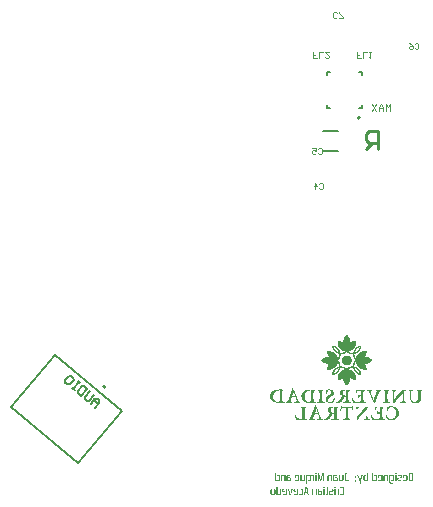
<source format=gbr>
%TF.GenerationSoftware,Altium Limited,Altium Designer,22.2.1 (43)*%
G04 Layer_Color=32896*
%FSLAX45Y45*%
%MOMM*%
%TF.SameCoordinates,E85C5352-B1E5-4D08-830E-0896481A3A09*%
%TF.FilePolarity,Positive*%
%TF.FileFunction,Legend,Bot*%
%TF.Part,Single*%
G01*
G75*
%TA.AperFunction,NonConductor*%
%ADD69C,0.20000*%
%ADD70C,0.12700*%
%ADD71C,0.10160*%
%ADD72C,0.25400*%
%ADD73C,0.10000*%
G36*
X10562354Y6913790D02*
X10565082D01*
Y6911062D01*
X10567810D01*
Y6908334D01*
X10570538D01*
Y6905606D01*
Y6902877D01*
X10573266D01*
Y6900150D01*
X10575995D01*
Y6897421D01*
X10578723D01*
Y6894693D01*
Y6891965D01*
X10581451D01*
Y6889237D01*
Y6886508D01*
X10584179D01*
Y6883780D01*
Y6881052D01*
Y6878324D01*
X10586907D01*
Y6875596D01*
Y6872868D01*
Y6870139D01*
Y6867411D01*
Y6864683D01*
X10589635D01*
Y6861955D01*
Y6859227D01*
Y6856499D01*
Y6853770D01*
X10592364D01*
Y6856499D01*
X10597820D01*
Y6859227D01*
X10603276D01*
Y6861955D01*
X10608733D01*
Y6864683D01*
X10619646D01*
Y6867411D01*
X10636015D01*
Y6864683D01*
X10638743D01*
Y6861955D01*
Y6859227D01*
Y6856499D01*
Y6853770D01*
Y6851042D01*
Y6848314D01*
Y6845586D01*
Y6842858D01*
X10636015D01*
Y6840129D01*
Y6837401D01*
Y6834673D01*
Y6831945D01*
X10633286D01*
Y6829217D01*
Y6826488D01*
Y6823760D01*
X10630558D01*
Y6821032D01*
Y6818304D01*
X10627830D01*
Y6815576D01*
Y6812847D01*
X10625102D01*
Y6810119D01*
Y6807391D01*
X10622373D01*
Y6804663D01*
X10619646D01*
Y6801935D01*
X10616917D01*
Y6799206D01*
X10614189D01*
Y6796478D01*
X10611461D01*
Y6793750D01*
X10608733D01*
Y6791022D01*
X10606004D01*
Y6788294D01*
X10600548D01*
Y6785566D01*
X10595092D01*
Y6782837D01*
X10589635D01*
Y6780109D01*
X10581451D01*
Y6777381D01*
X10575995D01*
Y6774653D01*
X10578723D01*
Y6771925D01*
X10584179D01*
Y6769197D01*
X10589635D01*
Y6766468D01*
X10614189D01*
Y6769197D01*
Y6771925D01*
X10616917D01*
Y6774653D01*
Y6777381D01*
Y6780109D01*
X10619646D01*
Y6782837D01*
Y6785566D01*
X10622373D01*
Y6788294D01*
Y6791022D01*
X10625102D01*
Y6793750D01*
X10627830D01*
Y6796478D01*
Y6799206D01*
X10630558D01*
Y6801935D01*
X10633286D01*
Y6804663D01*
X10636015D01*
Y6807391D01*
X10638743D01*
Y6810119D01*
X10644199D01*
Y6812847D01*
X10646927D01*
Y6815576D01*
X10652384D01*
Y6818304D01*
X10657840D01*
Y6821032D01*
X10666024D01*
Y6823760D01*
X10682394D01*
Y6821032D01*
Y6818304D01*
Y6815576D01*
Y6812847D01*
Y6810119D01*
Y6807391D01*
X10679665D01*
Y6804663D01*
Y6801935D01*
Y6799206D01*
X10676937D01*
Y6796478D01*
Y6793750D01*
X10674209D01*
Y6791022D01*
Y6788294D01*
X10671481D01*
Y6785566D01*
X10668753D01*
Y6782837D01*
Y6780109D01*
X10666024D01*
Y6777381D01*
X10663296D01*
Y6774653D01*
X10660568D01*
Y6771925D01*
X10657840D01*
Y6769197D01*
X10652384D01*
Y6766468D01*
X10649655D01*
Y6763740D01*
X10644199D01*
Y6761012D01*
X10638743D01*
Y6758284D01*
X10630558D01*
Y6755555D01*
X10625102D01*
Y6752827D01*
X10622373D01*
Y6750099D01*
Y6747371D01*
Y6744643D01*
X10625102D01*
Y6741915D01*
Y6739186D01*
Y6736458D01*
Y6733730D01*
Y6731002D01*
X10627830D01*
Y6728274D01*
Y6725546D01*
Y6722817D01*
X10630558D01*
Y6720089D01*
Y6717361D01*
X10636015D01*
Y6720089D01*
Y6722817D01*
Y6725546D01*
X10638743D01*
Y6728274D01*
Y6731002D01*
Y6733730D01*
X10641471D01*
Y6736458D01*
Y6739186D01*
X10644199D01*
Y6741915D01*
Y6744643D01*
X10646927D01*
Y6747371D01*
X10649655D01*
Y6750099D01*
X10652384D01*
Y6752827D01*
X10655112D01*
Y6755555D01*
Y6758284D01*
X10660568D01*
Y6761012D01*
X10663296D01*
Y6763740D01*
X10666024D01*
Y6766468D01*
X10668753D01*
Y6769197D01*
X10674209D01*
Y6771925D01*
X10679665D01*
Y6774653D01*
X10687850D01*
Y6777381D01*
X10698763D01*
Y6780109D01*
X10723317D01*
Y6777381D01*
X10726045D01*
Y6774653D01*
Y6771925D01*
Y6769197D01*
Y6766468D01*
Y6763740D01*
X10723317D01*
Y6761012D01*
Y6758284D01*
Y6755555D01*
Y6752827D01*
X10720588D01*
Y6750099D01*
Y6747371D01*
X10717860D01*
Y6744643D01*
Y6741915D01*
X10715132D01*
Y6739186D01*
Y6736458D01*
X10712404D01*
Y6733730D01*
X10709676D01*
Y6731002D01*
X10726045D01*
Y6728274D01*
X10736957D01*
Y6725546D01*
X10745142D01*
Y6722817D01*
X10750598D01*
Y6720089D01*
X10756055D01*
Y6717361D01*
X10758783D01*
Y6714633D01*
X10764239D01*
Y6711905D01*
X10766968D01*
Y6709176D01*
X10769696D01*
Y6706448D01*
X10772424D01*
Y6703720D01*
X10775152D01*
Y6700992D01*
Y6698264D01*
X10772424D01*
Y6695536D01*
X10769696D01*
Y6692807D01*
X10766968D01*
Y6690079D01*
X10764239D01*
Y6687351D01*
X10758783D01*
Y6684623D01*
X10756055D01*
Y6681894D01*
X10750598D01*
Y6679166D01*
X10745142D01*
Y6676438D01*
X10736957D01*
Y6673710D01*
X10726045D01*
Y6670982D01*
X10709676D01*
Y6668254D01*
X10712404D01*
Y6665525D01*
X10715132D01*
Y6662797D01*
Y6660069D01*
X10717860D01*
Y6657341D01*
Y6654613D01*
X10720588D01*
Y6651885D01*
Y6649156D01*
X10723317D01*
Y6646428D01*
Y6643700D01*
Y6640972D01*
Y6638244D01*
X10726045D01*
Y6635515D01*
Y6632787D01*
Y6630059D01*
Y6627331D01*
Y6624603D01*
Y6621874D01*
X10698763D01*
Y6624603D01*
X10687850D01*
Y6627331D01*
X10679665D01*
Y6630059D01*
X10674209D01*
Y6632787D01*
X10668753D01*
Y6635515D01*
X10666024D01*
Y6638244D01*
X10663296D01*
Y6640972D01*
X10657840D01*
Y6643700D01*
X10655112D01*
Y6646428D01*
X10652384D01*
Y6649156D01*
Y6651885D01*
X10649655D01*
Y6654613D01*
X10646927D01*
Y6657341D01*
X10644199D01*
Y6660069D01*
Y6662797D01*
X10641471D01*
Y6665525D01*
Y6668254D01*
X10638743D01*
Y6670982D01*
Y6673710D01*
Y6676438D01*
X10636015D01*
Y6679166D01*
Y6681894D01*
Y6684623D01*
X10630558D01*
Y6681894D01*
Y6679166D01*
X10627830D01*
Y6676438D01*
Y6673710D01*
X10625102D01*
Y6670982D01*
Y6668254D01*
Y6665525D01*
Y6662797D01*
Y6660069D01*
X10622373D01*
Y6657341D01*
Y6654613D01*
Y6651885D01*
Y6649156D01*
Y6646428D01*
X10630558D01*
Y6643700D01*
X10638743D01*
Y6640972D01*
X10644199D01*
Y6638244D01*
X10649655D01*
Y6635515D01*
X10652384D01*
Y6632787D01*
X10655112D01*
Y6630059D01*
X10660568D01*
Y6627331D01*
X10663296D01*
Y6624603D01*
Y6621874D01*
X10666024D01*
Y6619146D01*
X10668753D01*
Y6616418D01*
X10671481D01*
Y6613690D01*
Y6610962D01*
X10674209D01*
Y6608234D01*
X10676937D01*
Y6605505D01*
Y6602777D01*
Y6600049D01*
X10679665D01*
Y6597321D01*
Y6594593D01*
Y6591864D01*
X10682394D01*
Y6589136D01*
Y6586408D01*
Y6583680D01*
Y6580952D01*
Y6578223D01*
X10666024D01*
Y6580952D01*
X10657840D01*
Y6583680D01*
X10652384D01*
Y6586408D01*
X10646927D01*
Y6589136D01*
X10641471D01*
Y6591864D01*
X10638743D01*
Y6594593D01*
X10636015D01*
Y6597321D01*
X10633286D01*
Y6600049D01*
X10630558D01*
Y6602777D01*
X10627830D01*
Y6605505D01*
X10625102D01*
Y6608234D01*
Y6610962D01*
X10622373D01*
Y6613690D01*
X10619646D01*
Y6616418D01*
Y6619146D01*
X10616917D01*
Y6621874D01*
Y6624603D01*
Y6627331D01*
X10614189D01*
Y6630059D01*
Y6632787D01*
Y6635515D01*
X10589635D01*
Y6632787D01*
X10584179D01*
Y6630059D01*
X10578723D01*
Y6627331D01*
X10573266D01*
Y6624603D01*
X10581451D01*
Y6621874D01*
X10589635D01*
Y6619146D01*
X10595092D01*
Y6616418D01*
X10600548D01*
Y6613690D01*
X10603276D01*
Y6610962D01*
X10608733D01*
Y6608234D01*
X10611461D01*
Y6605505D01*
X10614189D01*
Y6602777D01*
X10616917D01*
Y6600049D01*
X10619646D01*
Y6597321D01*
X10622373D01*
Y6594593D01*
Y6591864D01*
X10625102D01*
Y6589136D01*
X10627830D01*
Y6586408D01*
Y6583680D01*
X10630558D01*
Y6580952D01*
Y6578223D01*
X10633286D01*
Y6575495D01*
Y6572767D01*
Y6570039D01*
X10636015D01*
Y6567311D01*
Y6564583D01*
Y6561854D01*
Y6559126D01*
Y6556398D01*
X10638743D01*
Y6553670D01*
Y6550942D01*
Y6548213D01*
Y6545485D01*
Y6542757D01*
Y6540029D01*
X10636015D01*
Y6537301D01*
Y6534572D01*
Y6531844D01*
X10630558D01*
Y6534572D01*
X10616917D01*
Y6537301D01*
X10608733D01*
Y6540029D01*
X10600548D01*
Y6542757D01*
X10597820D01*
Y6545485D01*
X10592364D01*
Y6548213D01*
X10589635D01*
Y6545485D01*
Y6542757D01*
Y6540029D01*
X10586907D01*
Y6537301D01*
Y6534572D01*
Y6531844D01*
Y6529116D01*
Y6526388D01*
X10584179D01*
Y6523660D01*
Y6520932D01*
Y6518203D01*
Y6515475D01*
X10581451D01*
Y6512747D01*
Y6510019D01*
X10578723D01*
Y6507291D01*
Y6504563D01*
X10575995D01*
Y6501834D01*
X10573266D01*
Y6499106D01*
Y6496378D01*
X10570538D01*
Y6493650D01*
X10567810D01*
Y6490921D01*
X10565082D01*
Y6488193D01*
X10562354D01*
Y6485465D01*
X10556897D01*
Y6488193D01*
X10551441D01*
Y6490921D01*
X10548713D01*
Y6493650D01*
Y6496378D01*
X10545984D01*
Y6499106D01*
X10543256D01*
Y6501834D01*
X10540528D01*
Y6504563D01*
Y6507291D01*
X10537800D01*
Y6510019D01*
Y6512747D01*
X10535072D01*
Y6515475D01*
Y6518203D01*
X10532343D01*
Y6520932D01*
Y6523660D01*
Y6526388D01*
Y6529116D01*
X10529615D01*
Y6531844D01*
Y6534572D01*
Y6537301D01*
Y6540029D01*
Y6542757D01*
Y6545485D01*
Y6548213D01*
X10524159D01*
Y6545485D01*
X10521431D01*
Y6542757D01*
X10515974D01*
Y6540029D01*
X10507790D01*
Y6537301D01*
X10499605D01*
Y6534572D01*
X10485964D01*
Y6531844D01*
X10480508D01*
Y6534572D01*
Y6537301D01*
Y6540029D01*
Y6542757D01*
Y6545485D01*
Y6548213D01*
Y6550942D01*
Y6553670D01*
Y6556398D01*
Y6559126D01*
Y6561854D01*
Y6564583D01*
X10483236D01*
Y6567311D01*
Y6570039D01*
Y6572767D01*
Y6575495D01*
X10485964D01*
Y6578223D01*
Y6580952D01*
X10488693D01*
Y6583680D01*
Y6586408D01*
X10491421D01*
Y6589136D01*
Y6591864D01*
X10494149D01*
Y6594593D01*
X10496877D01*
Y6597321D01*
X10499605D01*
Y6600049D01*
X10502333D01*
Y6602777D01*
X10505062D01*
Y6605505D01*
X10507790D01*
Y6608234D01*
X10510518D01*
Y6610962D01*
X10513246D01*
Y6613690D01*
X10518703D01*
Y6616418D01*
X10524159D01*
Y6619146D01*
X10529615D01*
Y6621874D01*
X10537800D01*
Y6624603D01*
X10543256D01*
Y6627331D01*
X10540528D01*
Y6630059D01*
X10535072D01*
Y6632787D01*
X10526887D01*
Y6635515D01*
X10505062D01*
Y6632787D01*
X10502333D01*
Y6630059D01*
Y6627331D01*
Y6624603D01*
X10499605D01*
Y6621874D01*
Y6619146D01*
X10496877D01*
Y6616418D01*
Y6613690D01*
X10494149D01*
Y6610962D01*
Y6608234D01*
X10491421D01*
Y6605505D01*
X10488693D01*
Y6602777D01*
X10485964D01*
Y6600049D01*
X10483236D01*
Y6597321D01*
X10480508D01*
Y6594593D01*
X10477780D01*
Y6591864D01*
X10475052D01*
Y6589136D01*
X10469595D01*
Y6586408D01*
X10466867D01*
Y6583680D01*
X10461411D01*
Y6580952D01*
X10453226D01*
Y6578223D01*
X10442313D01*
Y6575495D01*
X10439585D01*
Y6578223D01*
X10434129D01*
Y6580952D01*
Y6583680D01*
Y6586408D01*
Y6589136D01*
X10436857D01*
Y6591864D01*
Y6594593D01*
Y6597321D01*
Y6600049D01*
X10439585D01*
Y6602777D01*
Y6605505D01*
X10442313D01*
Y6608234D01*
Y6610962D01*
X10445041D01*
Y6613690D01*
Y6616418D01*
X10447770D01*
Y6619146D01*
X10450498D01*
Y6621874D01*
X10453226D01*
Y6624603D01*
X10455954D01*
Y6627331D01*
X10458682D01*
Y6630059D01*
X10461411D01*
Y6632787D01*
X10464139D01*
Y6635515D01*
X10469595D01*
Y6638244D01*
X10472323D01*
Y6640972D01*
X10480508D01*
Y6643700D01*
X10485964D01*
Y6646428D01*
X10494149D01*
Y6649156D01*
Y6651885D01*
Y6654613D01*
Y6657341D01*
Y6660069D01*
Y6662797D01*
Y6665525D01*
X10491421D01*
Y6668254D01*
Y6670982D01*
Y6673710D01*
X10488693D01*
Y6676438D01*
Y6679166D01*
Y6681894D01*
X10485964D01*
Y6684623D01*
X10483236D01*
Y6681894D01*
X10480508D01*
Y6679166D01*
Y6676438D01*
Y6673710D01*
Y6670982D01*
X10477780D01*
Y6668254D01*
Y6665525D01*
X10475052D01*
Y6662797D01*
Y6660069D01*
X10472323D01*
Y6657341D01*
X10469595D01*
Y6654613D01*
Y6651885D01*
X10466867D01*
Y6649156D01*
X10464139D01*
Y6646428D01*
X10461411D01*
Y6643700D01*
X10458682D01*
Y6640972D01*
X10455954D01*
Y6638244D01*
X10453226D01*
Y6635515D01*
X10447770D01*
Y6632787D01*
X10445041D01*
Y6630059D01*
X10439585D01*
Y6627331D01*
X10431401D01*
Y6624603D01*
X10423216D01*
Y6621874D01*
X10390478D01*
Y6624603D01*
Y6627331D01*
Y6630059D01*
Y6632787D01*
X10393206D01*
Y6635515D01*
Y6638244D01*
Y6640972D01*
Y6643700D01*
X10395934D01*
Y6646428D01*
Y6649156D01*
Y6651885D01*
X10398662D01*
Y6654613D01*
Y6657341D01*
X10401390D01*
Y6660069D01*
Y6662797D01*
X10404119D01*
Y6665525D01*
Y6668254D01*
X10406847D01*
Y6670982D01*
X10387750D01*
Y6673710D01*
X10379565D01*
Y6676438D01*
X10371381D01*
Y6679166D01*
X10365924D01*
Y6681894D01*
X10360468D01*
Y6684623D01*
X10357740D01*
Y6687351D01*
X10355012D01*
Y6690079D01*
X10349555D01*
Y6692807D01*
X10346827D01*
Y6695536D01*
X10344099D01*
Y6698264D01*
Y6700992D01*
Y6703720D01*
X10346827D01*
Y6706448D01*
X10349555D01*
Y6709176D01*
X10352283D01*
Y6711905D01*
X10355012D01*
Y6714633D01*
X10357740D01*
Y6717361D01*
X10363196D01*
Y6720089D01*
X10368652D01*
Y6722817D01*
X10374109D01*
Y6725546D01*
X10382293D01*
Y6728274D01*
X10393206D01*
Y6731002D01*
X10406847D01*
Y6733730D01*
X10404119D01*
Y6736458D01*
Y6739186D01*
X10401390D01*
Y6741915D01*
X10398662D01*
Y6744643D01*
Y6747371D01*
Y6750099D01*
X10395934D01*
Y6752827D01*
Y6755555D01*
X10393206D01*
Y6758284D01*
Y6761012D01*
Y6763740D01*
Y6766468D01*
Y6769197D01*
X10390478D01*
Y6771925D01*
Y6774653D01*
Y6777381D01*
X10395934D01*
Y6780109D01*
X10415031D01*
Y6777381D01*
X10428672D01*
Y6774653D01*
X10436857D01*
Y6771925D01*
X10442313D01*
Y6769197D01*
X10447770D01*
Y6766468D01*
X10450498D01*
Y6763740D01*
X10455954D01*
Y6761012D01*
X10458682D01*
Y6758284D01*
X10461411D01*
Y6755555D01*
X10464139D01*
Y6752827D01*
X10466867D01*
Y6750099D01*
Y6747371D01*
X10469595D01*
Y6744643D01*
X10472323D01*
Y6741915D01*
Y6739186D01*
X10475052D01*
Y6736458D01*
X10477780D01*
Y6733730D01*
Y6731002D01*
Y6728274D01*
X10480508D01*
Y6725546D01*
Y6722817D01*
Y6720089D01*
X10483236D01*
Y6717361D01*
Y6714633D01*
X10485964D01*
Y6717361D01*
Y6720089D01*
X10488693D01*
Y6722817D01*
Y6725546D01*
X10491421D01*
Y6728274D01*
Y6731002D01*
Y6733730D01*
X10494149D01*
Y6736458D01*
Y6739186D01*
Y6741915D01*
Y6744643D01*
Y6747371D01*
Y6750099D01*
Y6752827D01*
Y6755555D01*
X10488693D01*
Y6758284D01*
X10480508D01*
Y6761012D01*
X10475052D01*
Y6763740D01*
X10469595D01*
Y6766468D01*
X10464139D01*
Y6769197D01*
X10461411D01*
Y6771925D01*
X10458682D01*
Y6774653D01*
X10455954D01*
Y6777381D01*
X10453226D01*
Y6780109D01*
X10450498D01*
Y6782837D01*
X10447770D01*
Y6785566D01*
Y6788294D01*
X10445041D01*
Y6791022D01*
Y6793750D01*
X10442313D01*
Y6796478D01*
Y6799206D01*
X10439585D01*
Y6801935D01*
Y6804663D01*
X10436857D01*
Y6807391D01*
Y6810119D01*
Y6812847D01*
Y6815576D01*
X10434129D01*
Y6818304D01*
Y6821032D01*
X10436857D01*
Y6823760D01*
X10453226D01*
Y6821032D01*
X10461411D01*
Y6818304D01*
X10466867D01*
Y6815576D01*
X10472323D01*
Y6812847D01*
X10475052D01*
Y6810119D01*
X10477780D01*
Y6807391D01*
X10483236D01*
Y6804663D01*
X10485964D01*
Y6801935D01*
X10488693D01*
Y6799206D01*
Y6796478D01*
X10491421D01*
Y6793750D01*
X10494149D01*
Y6791022D01*
X10496877D01*
Y6788294D01*
Y6785566D01*
X10499605D01*
Y6782837D01*
Y6780109D01*
X10502333D01*
Y6777381D01*
Y6774653D01*
Y6771925D01*
X10505062D01*
Y6769197D01*
Y6766468D01*
X10529615D01*
Y6769197D01*
X10535072D01*
Y6771925D01*
X10540528D01*
Y6774653D01*
X10543256D01*
Y6777381D01*
X10535072D01*
Y6780109D01*
X10526887D01*
Y6782837D01*
X10521431D01*
Y6785566D01*
X10515974D01*
Y6788294D01*
X10513246D01*
Y6791022D01*
X10510518D01*
Y6793750D01*
X10505062D01*
Y6796478D01*
X10502333D01*
Y6799206D01*
X10499605D01*
Y6801935D01*
Y6804663D01*
X10496877D01*
Y6807391D01*
X10494149D01*
Y6810119D01*
X10491421D01*
Y6812847D01*
Y6815576D01*
X10488693D01*
Y6818304D01*
Y6821032D01*
X10485964D01*
Y6823760D01*
Y6826488D01*
Y6829217D01*
X10483236D01*
Y6831945D01*
Y6834673D01*
Y6837401D01*
X10480508D01*
Y6840129D01*
Y6842858D01*
Y6845586D01*
Y6848314D01*
Y6851042D01*
Y6853770D01*
Y6856499D01*
Y6859227D01*
Y6861955D01*
Y6864683D01*
Y6867411D01*
X10499605D01*
Y6864683D01*
X10507790D01*
Y6861955D01*
X10513246D01*
Y6859227D01*
X10518703D01*
Y6856499D01*
X10524159D01*
Y6853770D01*
X10529615D01*
Y6856499D01*
Y6859227D01*
Y6861955D01*
Y6864683D01*
Y6867411D01*
Y6870139D01*
Y6872868D01*
X10532343D01*
Y6875596D01*
Y6878324D01*
Y6881052D01*
X10535072D01*
Y6883780D01*
Y6886508D01*
Y6889237D01*
X10537800D01*
Y6891965D01*
Y6894693D01*
X10540528D01*
Y6897421D01*
X10543256D01*
Y6900150D01*
Y6902877D01*
X10545984D01*
Y6905606D01*
X10548713D01*
Y6908334D01*
X10551441D01*
Y6911062D01*
X10554169D01*
Y6913790D01*
X10556897D01*
Y6916519D01*
X10562354D01*
Y6913790D01*
D02*
G37*
G36*
X10717860Y6449999D02*
Y6447271D01*
X10712404D01*
Y6444542D01*
X10704219D01*
Y6441814D01*
X10701491D01*
Y6439086D01*
Y6436358D01*
Y6433629D01*
X10698763D01*
Y6430902D01*
Y6428173D01*
Y6425445D01*
Y6422717D01*
Y6419989D01*
Y6417260D01*
Y6414532D01*
Y6411804D01*
Y6409076D01*
Y6406348D01*
Y6403620D01*
Y6400891D01*
Y6398163D01*
Y6395435D01*
Y6392707D01*
Y6389979D01*
Y6387250D01*
Y6384522D01*
Y6381794D01*
Y6379066D01*
Y6376338D01*
Y6373610D01*
Y6370881D01*
Y6368153D01*
Y6365425D01*
Y6362697D01*
X10701491D01*
Y6359969D01*
Y6357240D01*
Y6354512D01*
X10704219D01*
Y6351784D01*
X10706947D01*
Y6349056D01*
X10712404D01*
Y6346328D01*
X10717860D01*
Y6343599D01*
Y6340871D01*
X10709676D01*
Y6343599D01*
X10663296D01*
Y6340871D01*
X10611461D01*
Y6343599D01*
X10608733D01*
Y6346328D01*
Y6349056D01*
Y6351784D01*
Y6354512D01*
Y6357240D01*
X10606004D01*
Y6359969D01*
Y6362697D01*
Y6365425D01*
Y6368153D01*
Y6370881D01*
Y6373610D01*
Y6376338D01*
Y6379066D01*
X10611461D01*
Y6376338D01*
Y6373610D01*
Y6370881D01*
X10614189D01*
Y6368153D01*
Y6365425D01*
X10616917D01*
Y6362697D01*
Y6359969D01*
X10619646D01*
Y6357240D01*
X10622373D01*
Y6354512D01*
X10627830D01*
Y6351784D01*
X10633286D01*
Y6349056D01*
X10668753D01*
Y6351784D01*
X10674209D01*
Y6354512D01*
X10676937D01*
Y6357240D01*
Y6359969D01*
Y6362697D01*
Y6365425D01*
Y6368153D01*
Y6370881D01*
Y6373610D01*
Y6376338D01*
Y6379066D01*
Y6381794D01*
Y6384522D01*
Y6387250D01*
Y6389979D01*
Y6392707D01*
Y6395435D01*
X10674209D01*
Y6392707D01*
X10663296D01*
Y6389979D01*
X10660568D01*
Y6387250D01*
Y6384522D01*
X10657840D01*
Y6381794D01*
Y6379066D01*
X10652384D01*
Y6381794D01*
Y6384522D01*
Y6387250D01*
Y6389979D01*
Y6392707D01*
Y6395435D01*
Y6398163D01*
Y6400891D01*
Y6403620D01*
Y6406348D01*
Y6409076D01*
Y6411804D01*
Y6414532D01*
Y6417260D01*
Y6419989D01*
X10657840D01*
Y6417260D01*
Y6414532D01*
Y6411804D01*
X10660568D01*
Y6409076D01*
X10663296D01*
Y6406348D01*
X10671481D01*
Y6403620D01*
X10676937D01*
Y6406348D01*
Y6409076D01*
Y6411804D01*
Y6414532D01*
Y6417260D01*
Y6419989D01*
Y6422717D01*
Y6425445D01*
Y6428173D01*
Y6430902D01*
Y6433629D01*
Y6436358D01*
Y6439086D01*
Y6441814D01*
Y6444542D01*
X10652384D01*
Y6441814D01*
X10646927D01*
Y6439086D01*
X10644199D01*
Y6436358D01*
X10641471D01*
Y6433629D01*
Y6430902D01*
Y6428173D01*
X10638743D01*
Y6425445D01*
Y6422717D01*
X10636015D01*
Y6425445D01*
X10633286D01*
Y6428173D01*
Y6430902D01*
Y6433629D01*
Y6436358D01*
Y6439086D01*
Y6441814D01*
Y6444542D01*
Y6447271D01*
Y6449999D01*
Y6452727D01*
X10717860D01*
Y6449999D01*
D02*
G37*
G36*
X11064340D02*
Y6447271D01*
X11058883D01*
Y6444542D01*
X11050699D01*
Y6441814D01*
X11047971D01*
Y6439086D01*
X11045243D01*
Y6436358D01*
Y6433629D01*
Y6430902D01*
X11042514D01*
Y6428173D01*
Y6425445D01*
Y6422717D01*
Y6419989D01*
Y6417260D01*
Y6414532D01*
Y6411804D01*
Y6409076D01*
Y6406348D01*
Y6403620D01*
Y6400891D01*
Y6398163D01*
Y6395435D01*
Y6392707D01*
X11045243D01*
Y6389979D01*
Y6387250D01*
Y6384522D01*
Y6381794D01*
Y6379066D01*
Y6376338D01*
Y6373610D01*
Y6370881D01*
Y6368153D01*
Y6365425D01*
Y6362697D01*
Y6359969D01*
X11047971D01*
Y6357240D01*
Y6354512D01*
X11050699D01*
Y6351784D01*
X11053427D01*
Y6349056D01*
X11058883D01*
Y6346328D01*
X11064340D01*
Y6343599D01*
X11015232D01*
Y6340871D01*
X11012504D01*
Y6343599D01*
Y6346328D01*
X11015232D01*
Y6349056D01*
X11023417D01*
Y6351784D01*
X11028873D01*
Y6354512D01*
X11031602D01*
Y6357240D01*
X11034330D01*
Y6359969D01*
Y6362697D01*
Y6365425D01*
Y6368153D01*
Y6370881D01*
Y6373610D01*
Y6376338D01*
X11037058D01*
Y6379066D01*
Y6381794D01*
Y6384522D01*
Y6387250D01*
Y6389979D01*
Y6392707D01*
Y6395435D01*
Y6398163D01*
Y6400891D01*
Y6403620D01*
Y6406348D01*
Y6409076D01*
Y6411804D01*
Y6414532D01*
Y6417260D01*
Y6419989D01*
Y6422717D01*
X11034330D01*
Y6419989D01*
X11031602D01*
Y6417260D01*
X11028873D01*
Y6414532D01*
X11026145D01*
Y6411804D01*
X11023417D01*
Y6409076D01*
X11020689D01*
Y6406348D01*
X11017961D01*
Y6403620D01*
X11015232D01*
Y6400891D01*
X11012504D01*
Y6398163D01*
Y6395435D01*
X11009776D01*
Y6392707D01*
X11007048D01*
Y6389979D01*
X11004320D01*
Y6387250D01*
X11001591D01*
Y6384522D01*
X10998863D01*
Y6381794D01*
X10996135D01*
Y6379066D01*
X10993407D01*
Y6376338D01*
X10990679D01*
Y6373610D01*
X10987951D01*
Y6370881D01*
X10985222D01*
Y6368153D01*
Y6365425D01*
X10982494D01*
Y6362697D01*
X10979766D01*
Y6359969D01*
X10977038D01*
Y6357240D01*
X10974310D01*
Y6354512D01*
X10971581D01*
Y6351784D01*
X10968853D01*
Y6349056D01*
X10966125D01*
Y6346328D01*
X10963397D01*
Y6343599D01*
Y6340871D01*
X10960669D01*
Y6338143D01*
X10955212D01*
Y6340871D01*
X10952484D01*
Y6343599D01*
Y6346328D01*
Y6349056D01*
Y6351784D01*
Y6354512D01*
Y6357240D01*
Y6359969D01*
Y6362697D01*
Y6365425D01*
Y6368153D01*
Y6370881D01*
Y6373610D01*
Y6376338D01*
Y6379066D01*
Y6381794D01*
Y6384522D01*
Y6387250D01*
Y6389979D01*
Y6392707D01*
Y6395435D01*
Y6398163D01*
Y6400891D01*
Y6403620D01*
Y6406348D01*
Y6409076D01*
Y6411804D01*
Y6414532D01*
Y6417260D01*
Y6419989D01*
Y6422717D01*
Y6425445D01*
Y6428173D01*
X10949756D01*
Y6430902D01*
Y6433629D01*
Y6436358D01*
Y6439086D01*
Y6441814D01*
X10947028D01*
Y6444542D01*
X10941571D01*
Y6447271D01*
X10936115D01*
Y6449999D01*
Y6452727D01*
X10982494D01*
Y6449999D01*
Y6447271D01*
X10974310D01*
Y6444542D01*
X10968853D01*
Y6441814D01*
X10966125D01*
Y6439086D01*
X10963397D01*
Y6436358D01*
Y6433629D01*
X10960669D01*
Y6430902D01*
Y6428173D01*
Y6425445D01*
Y6422717D01*
Y6419989D01*
Y6417260D01*
Y6414532D01*
Y6411804D01*
Y6409076D01*
Y6406348D01*
Y6403620D01*
Y6400891D01*
Y6398163D01*
Y6395435D01*
Y6392707D01*
Y6389979D01*
Y6387250D01*
Y6384522D01*
Y6381794D01*
Y6379066D01*
Y6376338D01*
X10963397D01*
Y6379066D01*
X10966125D01*
Y6381794D01*
X10968853D01*
Y6384522D01*
X10971581D01*
Y6387250D01*
X10974310D01*
Y6389979D01*
X10977038D01*
Y6392707D01*
X10979766D01*
Y6395435D01*
Y6398163D01*
X10982494D01*
Y6400891D01*
X10985222D01*
Y6403620D01*
X10987951D01*
Y6406348D01*
X10990679D01*
Y6409076D01*
X10993407D01*
Y6411804D01*
X10996135D01*
Y6414532D01*
X10998863D01*
Y6417260D01*
X11001591D01*
Y6419989D01*
Y6422717D01*
X11004320D01*
Y6425445D01*
X11007048D01*
Y6428173D01*
X11009776D01*
Y6430902D01*
X11012504D01*
Y6433629D01*
X11015232D01*
Y6436358D01*
X11017961D01*
Y6439086D01*
Y6441814D01*
X11020689D01*
Y6444542D01*
X11023417D01*
Y6447271D01*
X11026145D01*
Y6449999D01*
X11028873D01*
Y6452727D01*
X11064340D01*
Y6449999D01*
D02*
G37*
G36*
X10851541D02*
Y6447271D01*
X10846085D01*
Y6444542D01*
X10843357D01*
Y6441814D01*
X10840629D01*
Y6439086D01*
X10837900D01*
Y6436358D01*
X10835172D01*
Y6433629D01*
Y6430902D01*
X10832444D01*
Y6428173D01*
Y6425445D01*
X10829716D01*
Y6422717D01*
Y6419989D01*
Y6417260D01*
X10826987D01*
Y6414532D01*
Y6411804D01*
X10824260D01*
Y6409076D01*
Y6406348D01*
X10821531D01*
Y6403620D01*
Y6400891D01*
Y6398163D01*
X10818803D01*
Y6395435D01*
Y6392707D01*
X10816075D01*
Y6389979D01*
Y6387250D01*
Y6384522D01*
X10813347D01*
Y6381794D01*
Y6379066D01*
X10810618D01*
Y6376338D01*
Y6373610D01*
X10807890D01*
Y6370881D01*
Y6368153D01*
Y6365425D01*
X10805162D01*
Y6362697D01*
Y6359969D01*
X10802434D01*
Y6357240D01*
Y6354512D01*
Y6351784D01*
X10799706D01*
Y6349056D01*
Y6346328D01*
X10796978D01*
Y6343599D01*
Y6340871D01*
X10794249D01*
Y6338143D01*
X10788793D01*
Y6340871D01*
X10786065D01*
Y6343599D01*
Y6346328D01*
X10783337D01*
Y6349056D01*
Y6351784D01*
X10780608D01*
Y6354512D01*
Y6357240D01*
Y6359969D01*
X10777880D01*
Y6362697D01*
Y6365425D01*
X10775152D01*
Y6368153D01*
Y6370881D01*
X10772424D01*
Y6373610D01*
Y6376338D01*
Y6379066D01*
X10769696D01*
Y6381794D01*
Y6384522D01*
X10766968D01*
Y6387250D01*
Y6389979D01*
Y6392707D01*
X10764239D01*
Y6395435D01*
Y6398163D01*
X10761511D01*
Y6400891D01*
Y6403620D01*
X10758783D01*
Y6406348D01*
Y6409076D01*
Y6411804D01*
X10756055D01*
Y6414532D01*
Y6417260D01*
X10753326D01*
Y6419989D01*
Y6422717D01*
X10750598D01*
Y6425445D01*
Y6428173D01*
Y6430902D01*
X10747870D01*
Y6433629D01*
Y6436358D01*
X10745142D01*
Y6439086D01*
X10742414D01*
Y6441814D01*
X10739686D01*
Y6444542D01*
X10734229D01*
Y6447271D01*
X10728773D01*
Y6449999D01*
Y6452727D01*
X10777880D01*
Y6449999D01*
Y6447271D01*
X10769696D01*
Y6444542D01*
X10764239D01*
Y6441814D01*
X10761511D01*
Y6439086D01*
Y6436358D01*
Y6433629D01*
Y6430902D01*
Y6428173D01*
X10764239D01*
Y6425445D01*
Y6422717D01*
Y6419989D01*
X10766968D01*
Y6417260D01*
Y6414532D01*
Y6411804D01*
X10769696D01*
Y6409076D01*
Y6406348D01*
Y6403620D01*
X10772424D01*
Y6400891D01*
Y6398163D01*
Y6395435D01*
X10775152D01*
Y6392707D01*
Y6389979D01*
Y6387250D01*
X10777880D01*
Y6384522D01*
Y6381794D01*
Y6379066D01*
X10780608D01*
Y6376338D01*
Y6373610D01*
X10783337D01*
Y6370881D01*
Y6368153D01*
X10786065D01*
Y6370881D01*
Y6373610D01*
X10788793D01*
Y6376338D01*
Y6379066D01*
Y6381794D01*
X10791521D01*
Y6384522D01*
Y6387250D01*
Y6389979D01*
X10794249D01*
Y6392707D01*
Y6395435D01*
X10796978D01*
Y6398163D01*
Y6400891D01*
Y6403620D01*
X10799706D01*
Y6406348D01*
Y6409076D01*
X10802434D01*
Y6411804D01*
Y6414532D01*
Y6417260D01*
X10805162D01*
Y6419989D01*
Y6422717D01*
X10807890D01*
Y6425445D01*
Y6428173D01*
Y6430902D01*
X10810618D01*
Y6433629D01*
Y6436358D01*
Y6439086D01*
Y6441814D01*
X10807890D01*
Y6444542D01*
X10802434D01*
Y6447271D01*
X10796978D01*
Y6449999D01*
Y6452727D01*
X10851541D01*
Y6449999D01*
D02*
G37*
G36*
X11206205D02*
Y6447271D01*
X11198021D01*
Y6444542D01*
X11192565D01*
Y6441814D01*
X11189836D01*
Y6439086D01*
X11187108D01*
Y6436358D01*
Y6433629D01*
Y6430902D01*
Y6428173D01*
Y6425445D01*
Y6422717D01*
Y6419989D01*
Y6417260D01*
Y6414532D01*
Y6411804D01*
Y6409076D01*
Y6406348D01*
Y6403620D01*
Y6400891D01*
Y6398163D01*
Y6395435D01*
Y6392707D01*
Y6389979D01*
Y6387250D01*
Y6384522D01*
Y6381794D01*
Y6379066D01*
Y6376338D01*
Y6373610D01*
Y6370881D01*
X11184380D01*
Y6368153D01*
Y6365425D01*
Y6362697D01*
Y6359969D01*
X11181652D01*
Y6357240D01*
Y6354512D01*
X11178924D01*
Y6351784D01*
X11176195D01*
Y6349056D01*
X11173467D01*
Y6346328D01*
X11168011D01*
Y6343599D01*
X11162555D01*
Y6340871D01*
X11121632D01*
Y6343599D01*
X11113447D01*
Y6346328D01*
X11110719D01*
Y6349056D01*
X11105263D01*
Y6351784D01*
X11102534D01*
Y6354512D01*
Y6357240D01*
X11099806D01*
Y6359969D01*
Y6362697D01*
X11097078D01*
Y6365425D01*
Y6368153D01*
Y6370881D01*
Y6373610D01*
X11094350D01*
Y6376338D01*
Y6379066D01*
Y6381794D01*
Y6384522D01*
Y6387250D01*
Y6389979D01*
Y6392707D01*
Y6395435D01*
Y6398163D01*
Y6400891D01*
Y6403620D01*
Y6406348D01*
Y6409076D01*
Y6411804D01*
Y6414532D01*
Y6417260D01*
Y6419989D01*
Y6422717D01*
X11091621D01*
Y6425445D01*
Y6428173D01*
Y6430902D01*
Y6433629D01*
Y6436358D01*
Y6439086D01*
X11088893D01*
Y6441814D01*
X11086165D01*
Y6444542D01*
X11083437D01*
Y6447271D01*
X11077981D01*
Y6449999D01*
Y6452727D01*
X11124360D01*
Y6449999D01*
Y6447271D01*
X11116175D01*
Y6444542D01*
X11110719D01*
Y6441814D01*
X11107991D01*
Y6439086D01*
X11105263D01*
Y6436358D01*
Y6433629D01*
Y6430902D01*
X11102534D01*
Y6428173D01*
Y6425445D01*
Y6422717D01*
Y6419989D01*
Y6417260D01*
Y6414532D01*
Y6411804D01*
Y6409076D01*
Y6406348D01*
Y6403620D01*
Y6400891D01*
Y6398163D01*
Y6395435D01*
Y6392707D01*
Y6389979D01*
Y6387250D01*
Y6384522D01*
Y6381794D01*
Y6379066D01*
Y6376338D01*
Y6373610D01*
Y6370881D01*
X11105263D01*
Y6368153D01*
Y6365425D01*
Y6362697D01*
X11107991D01*
Y6359969D01*
X11110719D01*
Y6357240D01*
X11113447D01*
Y6354512D01*
X11116175D01*
Y6351784D01*
X11124360D01*
Y6349056D01*
X11138001D01*
Y6351784D01*
X11146185D01*
Y6354512D01*
X11151642D01*
Y6357240D01*
X11154370D01*
Y6359969D01*
X11157098D01*
Y6362697D01*
X11159826D01*
Y6365425D01*
X11162555D01*
Y6368153D01*
Y6370881D01*
Y6373610D01*
X11165283D01*
Y6376338D01*
Y6379066D01*
Y6381794D01*
Y6384522D01*
Y6387250D01*
Y6389979D01*
Y6392707D01*
Y6395435D01*
Y6398163D01*
Y6400891D01*
Y6403620D01*
Y6406348D01*
Y6409076D01*
Y6411804D01*
Y6414532D01*
Y6417260D01*
Y6419989D01*
Y6422717D01*
Y6425445D01*
Y6428173D01*
Y6430902D01*
Y6433629D01*
X11162555D01*
Y6436358D01*
Y6439086D01*
Y6441814D01*
X11159826D01*
Y6444542D01*
X11151642D01*
Y6447271D01*
X11143457D01*
Y6449999D01*
Y6452727D01*
X11206205D01*
Y6449999D01*
D02*
G37*
G36*
X10592364D02*
Y6447271D01*
X10584179D01*
Y6444542D01*
X10578723D01*
Y6441814D01*
X10575995D01*
Y6439086D01*
Y6436358D01*
Y6433629D01*
Y6430902D01*
X10573266D01*
Y6428173D01*
Y6425445D01*
Y6422717D01*
Y6419989D01*
Y6417260D01*
Y6414532D01*
Y6411804D01*
Y6409076D01*
Y6406348D01*
Y6403620D01*
Y6400891D01*
Y6398163D01*
Y6395435D01*
Y6392707D01*
Y6389979D01*
Y6387250D01*
Y6384522D01*
Y6381794D01*
Y6379066D01*
Y6376338D01*
Y6373610D01*
Y6370881D01*
Y6368153D01*
Y6365425D01*
X10575995D01*
Y6362697D01*
Y6359969D01*
Y6357240D01*
Y6354512D01*
X10578723D01*
Y6351784D01*
X10581451D01*
Y6349056D01*
X10592364D01*
Y6346328D01*
Y6343599D01*
X10529615D01*
Y6346328D01*
Y6349056D01*
X10540528D01*
Y6351784D01*
X10545984D01*
Y6354512D01*
X10548713D01*
Y6357240D01*
X10551441D01*
Y6359969D01*
Y6362697D01*
Y6365425D01*
Y6368153D01*
Y6370881D01*
Y6373610D01*
X10554169D01*
Y6376338D01*
Y6379066D01*
Y6381794D01*
Y6384522D01*
Y6387250D01*
Y6389979D01*
Y6392707D01*
X10543256D01*
Y6389979D01*
X10540528D01*
Y6387250D01*
X10537800D01*
Y6384522D01*
X10535072D01*
Y6381794D01*
Y6379066D01*
X10532343D01*
Y6376338D01*
X10529615D01*
Y6373610D01*
Y6370881D01*
X10526887D01*
Y6368153D01*
Y6365425D01*
X10524159D01*
Y6362697D01*
X10521431D01*
Y6359969D01*
Y6357240D01*
X10518703D01*
Y6354512D01*
X10515974D01*
Y6351784D01*
X10513246D01*
Y6349056D01*
X10510518D01*
Y6346328D01*
X10505062D01*
Y6343599D01*
X10491421D01*
Y6340871D01*
X10466867D01*
Y6343599D01*
Y6346328D01*
X10475052D01*
Y6349056D01*
X10480508D01*
Y6351784D01*
X10483236D01*
Y6354512D01*
X10488693D01*
Y6357240D01*
X10491421D01*
Y6359969D01*
X10494149D01*
Y6362697D01*
X10496877D01*
Y6365425D01*
X10499605D01*
Y6368153D01*
X10502333D01*
Y6370881D01*
Y6373610D01*
X10505062D01*
Y6376338D01*
X10507790D01*
Y6379066D01*
X10510518D01*
Y6381794D01*
Y6384522D01*
X10513246D01*
Y6387250D01*
Y6389979D01*
X10515974D01*
Y6392707D01*
X10518703D01*
Y6395435D01*
Y6398163D01*
Y6400891D01*
X10515974D01*
Y6403620D01*
X10510518D01*
Y6406348D01*
X10507790D01*
Y6409076D01*
X10505062D01*
Y6411804D01*
Y6414532D01*
X10502333D01*
Y6417260D01*
Y6419989D01*
Y6422717D01*
Y6425445D01*
Y6428173D01*
Y6430902D01*
Y6433629D01*
Y6436358D01*
X10505062D01*
Y6439086D01*
Y6441814D01*
X10507790D01*
Y6444542D01*
X10510518D01*
Y6447271D01*
X10515974D01*
Y6449999D01*
X10524159D01*
Y6452727D01*
X10592364D01*
Y6449999D01*
D02*
G37*
G36*
X10371381D02*
Y6447271D01*
X10360468D01*
Y6444542D01*
X10355012D01*
Y6441814D01*
Y6439086D01*
X10352283D01*
Y6436358D01*
Y6433629D01*
Y6430902D01*
Y6428173D01*
X10349555D01*
Y6425445D01*
Y6422717D01*
Y6419989D01*
Y6417260D01*
Y6414532D01*
Y6411804D01*
Y6409076D01*
Y6406348D01*
Y6403620D01*
Y6400891D01*
Y6398163D01*
Y6395435D01*
Y6392707D01*
Y6389979D01*
Y6387250D01*
Y6384522D01*
Y6381794D01*
Y6379066D01*
Y6376338D01*
Y6373610D01*
Y6370881D01*
Y6368153D01*
Y6365425D01*
X10352283D01*
Y6362697D01*
Y6359969D01*
Y6357240D01*
Y6354512D01*
X10355012D01*
Y6351784D01*
X10357740D01*
Y6349056D01*
X10365924D01*
Y6346328D01*
X10371381D01*
Y6343599D01*
X10308632D01*
Y6346328D01*
X10314089D01*
Y6349056D01*
X10322273D01*
Y6351784D01*
X10325001D01*
Y6354512D01*
X10327730D01*
Y6357240D01*
Y6359969D01*
Y6362697D01*
Y6365425D01*
Y6368153D01*
Y6370881D01*
Y6373610D01*
X10330458D01*
Y6376338D01*
Y6379066D01*
Y6381794D01*
Y6384522D01*
Y6387250D01*
Y6389979D01*
Y6392707D01*
Y6395435D01*
Y6398163D01*
Y6400891D01*
Y6403620D01*
Y6406348D01*
Y6409076D01*
Y6411804D01*
Y6414532D01*
Y6417260D01*
Y6419989D01*
Y6422717D01*
X10327730D01*
Y6425445D01*
Y6428173D01*
Y6430902D01*
Y6433629D01*
Y6436358D01*
Y6439086D01*
X10325001D01*
Y6441814D01*
X10322273D01*
Y6444542D01*
X10316817D01*
Y6447271D01*
X10308632D01*
Y6449999D01*
Y6452727D01*
X10371381D01*
Y6449999D01*
D02*
G37*
G36*
X10297720D02*
Y6447271D01*
X10289535D01*
Y6444542D01*
X10284078D01*
Y6441814D01*
X10281350D01*
Y6439086D01*
X10278622D01*
Y6436358D01*
Y6433629D01*
Y6430902D01*
Y6428173D01*
Y6425445D01*
X10275894D01*
Y6422717D01*
Y6419989D01*
Y6417260D01*
Y6414532D01*
Y6411804D01*
Y6409076D01*
Y6406348D01*
Y6403620D01*
Y6400891D01*
Y6398163D01*
Y6395435D01*
Y6392707D01*
Y6389979D01*
Y6387250D01*
Y6384522D01*
Y6381794D01*
Y6379066D01*
Y6376338D01*
Y6373610D01*
Y6370881D01*
X10278622D01*
Y6368153D01*
Y6365425D01*
Y6362697D01*
Y6359969D01*
Y6357240D01*
Y6354512D01*
X10281350D01*
Y6351784D01*
X10284078D01*
Y6349056D01*
X10292263D01*
Y6346328D01*
X10297720D01*
Y6343599D01*
X10215874D01*
Y6346328D01*
X10207689D01*
Y6349056D01*
X10202233D01*
Y6351784D01*
X10199505D01*
Y6354512D01*
X10194048D01*
Y6357240D01*
X10191320D01*
Y6359969D01*
X10188592D01*
Y6362697D01*
X10185864D01*
Y6365425D01*
X10183136D01*
Y6368153D01*
Y6370881D01*
X10180407D01*
Y6373610D01*
Y6376338D01*
X10177679D01*
Y6379066D01*
Y6381794D01*
Y6384522D01*
Y6387250D01*
X10174951D01*
Y6389979D01*
Y6392707D01*
Y6395435D01*
Y6398163D01*
Y6400891D01*
Y6403620D01*
X10177679D01*
Y6406348D01*
Y6409076D01*
Y6411804D01*
Y6414532D01*
Y6417260D01*
X10180407D01*
Y6419989D01*
Y6422717D01*
X10183136D01*
Y6425445D01*
X10185864D01*
Y6428173D01*
Y6430902D01*
X10188592D01*
Y6433629D01*
X10191320D01*
Y6436358D01*
X10194048D01*
Y6439086D01*
X10196776D01*
Y6441814D01*
X10202233D01*
Y6444542D01*
X10207689D01*
Y6447271D01*
X10215874D01*
Y6449999D01*
X10226787D01*
Y6452727D01*
X10297720D01*
Y6449999D01*
D02*
G37*
G36*
X10104018Y6463640D02*
Y6460911D01*
Y6458183D01*
Y6455455D01*
X10106747D01*
Y6452727D01*
X10109475D01*
Y6449999D01*
X10112203D01*
Y6447271D01*
X10114931D01*
Y6444542D01*
Y6441814D01*
Y6439086D01*
X10117659D01*
Y6436358D01*
Y6433629D01*
X10120387D01*
Y6430902D01*
Y6428173D01*
Y6425445D01*
X10123116D01*
Y6422717D01*
Y6419989D01*
X10125844D01*
Y6417260D01*
Y6414532D01*
Y6411804D01*
X10128572D01*
Y6409076D01*
Y6406348D01*
X10131300D01*
Y6403620D01*
Y6400891D01*
Y6398163D01*
X10134028D01*
Y6395435D01*
Y6392707D01*
Y6389979D01*
X10136756D01*
Y6387250D01*
Y6384522D01*
X10139485D01*
Y6381794D01*
Y6379066D01*
Y6376338D01*
X10142213D01*
Y6373610D01*
Y6370881D01*
X10144941D01*
Y6368153D01*
Y6365425D01*
X10147669D01*
Y6362697D01*
Y6359969D01*
X10150398D01*
Y6357240D01*
Y6354512D01*
X10153125D01*
Y6351784D01*
X10158582D01*
Y6349056D01*
X10164038D01*
Y6346328D01*
Y6343599D01*
X10114931D01*
Y6346328D01*
X10120387D01*
Y6349056D01*
X10128572D01*
Y6351784D01*
X10131300D01*
Y6354512D01*
X10134028D01*
Y6357240D01*
Y6359969D01*
Y6362697D01*
Y6365425D01*
Y6368153D01*
X10131300D01*
Y6370881D01*
Y6373610D01*
Y6376338D01*
Y6379066D01*
X10128572D01*
Y6381794D01*
Y6384522D01*
X10125844D01*
Y6387250D01*
X10095834D01*
Y6384522D01*
X10093106D01*
Y6381794D01*
Y6379066D01*
X10090377D01*
Y6376338D01*
Y6373610D01*
X10087649D01*
Y6370881D01*
Y6368153D01*
Y6365425D01*
X10084921D01*
Y6362697D01*
Y6359969D01*
Y6357240D01*
Y6354512D01*
Y6351784D01*
X10087649D01*
Y6349056D01*
X10095834D01*
Y6346328D01*
Y6343599D01*
X10043998D01*
Y6346328D01*
Y6349056D01*
X10052183D01*
Y6351784D01*
X10054911D01*
Y6354512D01*
X10057639D01*
Y6357240D01*
X10060367D01*
Y6359969D01*
Y6362697D01*
X10063095D01*
Y6365425D01*
Y6368153D01*
X10065824D01*
Y6370881D01*
Y6373610D01*
Y6376338D01*
X10068552D01*
Y6379066D01*
Y6381794D01*
Y6384522D01*
X10071280D01*
Y6387250D01*
Y6389979D01*
X10074008D01*
Y6392707D01*
Y6395435D01*
Y6398163D01*
X10076736D01*
Y6400891D01*
Y6403620D01*
Y6406348D01*
X10079464D01*
Y6409076D01*
Y6411804D01*
X10082193D01*
Y6414532D01*
Y6417260D01*
Y6419989D01*
X10084921D01*
Y6422717D01*
Y6425445D01*
Y6428173D01*
X10087649D01*
Y6430902D01*
Y6433629D01*
X10090377D01*
Y6436358D01*
Y6439086D01*
Y6441814D01*
X10093106D01*
Y6444542D01*
Y6447271D01*
Y6449999D01*
X10095834D01*
Y6452727D01*
Y6455455D01*
X10098562D01*
Y6458183D01*
Y6460911D01*
Y6463640D01*
X10101290D01*
Y6466368D01*
X10104018D01*
Y6463640D01*
D02*
G37*
G36*
X10011260Y6452727D02*
X10033085D01*
Y6449999D01*
X10030357D01*
Y6447271D01*
X10022173D01*
Y6444542D01*
X10019445D01*
Y6441814D01*
X10013988D01*
Y6439086D01*
Y6436358D01*
Y6433629D01*
Y6430902D01*
Y6428173D01*
X10011260D01*
Y6425445D01*
Y6422717D01*
Y6419989D01*
Y6417260D01*
Y6414532D01*
Y6411804D01*
Y6409076D01*
Y6406348D01*
Y6403620D01*
Y6400891D01*
Y6398163D01*
Y6395435D01*
Y6392707D01*
Y6389979D01*
Y6387250D01*
Y6384522D01*
Y6381794D01*
Y6379066D01*
Y6376338D01*
Y6373610D01*
Y6370881D01*
Y6368153D01*
X10013988D01*
Y6365425D01*
Y6362697D01*
Y6359969D01*
Y6357240D01*
Y6354512D01*
X10016716D01*
Y6351784D01*
X10022173D01*
Y6349056D01*
X10030357D01*
Y6346328D01*
X10033085D01*
Y6343599D01*
X9956696D01*
Y6346328D01*
X9945784D01*
Y6349056D01*
X9940327D01*
Y6351784D01*
X9934871D01*
Y6354512D01*
X9932142D01*
Y6357240D01*
X9926686D01*
Y6359969D01*
X9923958D01*
Y6362697D01*
X9921230D01*
Y6365425D01*
Y6368153D01*
X9918502D01*
Y6370881D01*
X9915773D01*
Y6373610D01*
Y6376338D01*
X9913045D01*
Y6379066D01*
Y6381794D01*
Y6384522D01*
Y6387250D01*
X9910317D01*
Y6389979D01*
Y6392707D01*
Y6395435D01*
Y6398163D01*
Y6400891D01*
Y6403620D01*
Y6406348D01*
X9913045D01*
Y6409076D01*
Y6411804D01*
Y6414532D01*
Y6417260D01*
X9915773D01*
Y6419989D01*
Y6422717D01*
X9918502D01*
Y6425445D01*
Y6428173D01*
X9921230D01*
Y6430902D01*
X9923958D01*
Y6433629D01*
X9926686D01*
Y6436358D01*
X9929414D01*
Y6439086D01*
X9932142D01*
Y6441814D01*
X9937599D01*
Y6444542D01*
X9940327D01*
Y6447271D01*
X9948511D01*
Y6449999D01*
X9956696D01*
Y6452727D01*
X9981250D01*
Y6455455D01*
X10011260D01*
Y6452727D01*
D02*
G37*
G36*
X10925202Y6449999D02*
Y6447271D01*
X10917018D01*
Y6444542D01*
X10911561D01*
Y6441814D01*
X10908833D01*
Y6439086D01*
X10906105D01*
Y6436358D01*
Y6433629D01*
Y6430902D01*
Y6428173D01*
Y6425445D01*
Y6422717D01*
Y6419989D01*
Y6417260D01*
X10903377D01*
Y6414532D01*
Y6411804D01*
Y6409076D01*
Y6406348D01*
Y6403620D01*
Y6400891D01*
Y6398163D01*
Y6395435D01*
Y6392707D01*
Y6389979D01*
Y6387250D01*
Y6384522D01*
Y6381794D01*
Y6379066D01*
Y6376338D01*
X10906105D01*
Y6373610D01*
Y6370881D01*
Y6368153D01*
Y6365425D01*
Y6362697D01*
Y6359969D01*
Y6357240D01*
X10908833D01*
Y6354512D01*
Y6351784D01*
X10911561D01*
Y6349056D01*
X10919746D01*
Y6346328D01*
X10925202D01*
Y6343599D01*
Y6340871D01*
X10922474D01*
Y6343599D01*
X10865182D01*
Y6340871D01*
X10862454D01*
Y6343599D01*
Y6346328D01*
X10870638D01*
Y6349056D01*
X10876095D01*
Y6351784D01*
X10878823D01*
Y6354512D01*
X10881551D01*
Y6357240D01*
Y6359969D01*
Y6362697D01*
Y6365425D01*
X10884279D01*
Y6368153D01*
Y6370881D01*
Y6373610D01*
Y6376338D01*
Y6379066D01*
Y6381794D01*
Y6384522D01*
Y6387250D01*
Y6389979D01*
Y6392707D01*
Y6395435D01*
Y6398163D01*
Y6400891D01*
Y6403620D01*
Y6406348D01*
Y6409076D01*
Y6411804D01*
Y6414532D01*
Y6417260D01*
Y6419989D01*
Y6422717D01*
Y6425445D01*
Y6428173D01*
Y6430902D01*
X10881551D01*
Y6433629D01*
Y6436358D01*
Y6439086D01*
X10878823D01*
Y6441814D01*
Y6444542D01*
X10870638D01*
Y6447271D01*
X10862454D01*
Y6449999D01*
Y6452727D01*
X10925202D01*
Y6449999D01*
D02*
G37*
G36*
X10420488Y6452727D02*
X10428672D01*
Y6449999D01*
X10434129D01*
Y6447271D01*
X10439585D01*
Y6444542D01*
X10442313D01*
Y6441814D01*
X10445041D01*
Y6439086D01*
Y6436358D01*
X10447770D01*
Y6433629D01*
Y6430902D01*
Y6428173D01*
Y6425445D01*
Y6422717D01*
Y6419989D01*
Y6417260D01*
Y6414532D01*
Y6411804D01*
Y6409076D01*
X10445041D01*
Y6406348D01*
X10442313D01*
Y6403620D01*
X10439585D01*
Y6400891D01*
X10436857D01*
Y6398163D01*
X10434129D01*
Y6395435D01*
X10428672D01*
Y6392707D01*
X10423216D01*
Y6389979D01*
X10420488D01*
Y6387250D01*
X10415031D01*
Y6384522D01*
X10412303D01*
Y6381794D01*
X10409575D01*
Y6379066D01*
X10406847D01*
Y6376338D01*
X10404119D01*
Y6373610D01*
X10401390D01*
Y6370881D01*
Y6368153D01*
Y6365425D01*
X10398662D01*
Y6362697D01*
X10401390D01*
Y6359969D01*
Y6357240D01*
Y6354512D01*
X10404119D01*
Y6351784D01*
X10406847D01*
Y6349056D01*
X10412303D01*
Y6346328D01*
X10420488D01*
Y6349056D01*
X10428672D01*
Y6351784D01*
X10434129D01*
Y6354512D01*
X10436857D01*
Y6357240D01*
X10439585D01*
Y6359969D01*
X10442313D01*
Y6362697D01*
Y6365425D01*
X10445041D01*
Y6368153D01*
Y6370881D01*
X10447770D01*
Y6373610D01*
Y6376338D01*
X10450498D01*
Y6379066D01*
Y6381794D01*
X10455954D01*
Y6379066D01*
Y6376338D01*
Y6373610D01*
Y6370881D01*
Y6368153D01*
X10453226D01*
Y6365425D01*
Y6362697D01*
Y6359969D01*
Y6357240D01*
Y6354512D01*
Y6351784D01*
Y6349056D01*
X10450498D01*
Y6346328D01*
X10445041D01*
Y6343599D01*
X10436857D01*
Y6340871D01*
X10401390D01*
Y6343599D01*
X10395934D01*
Y6346328D01*
X10390478D01*
Y6349056D01*
X10387750D01*
Y6351784D01*
X10385021D01*
Y6354512D01*
X10382293D01*
Y6357240D01*
Y6359969D01*
X10379565D01*
Y6362697D01*
Y6365425D01*
Y6368153D01*
Y6370881D01*
Y6373610D01*
Y6376338D01*
Y6379066D01*
Y6381794D01*
Y6384522D01*
X10382293D01*
Y6387250D01*
Y6389979D01*
X10385021D01*
Y6392707D01*
X10387750D01*
Y6395435D01*
X10390478D01*
Y6398163D01*
X10395934D01*
Y6400891D01*
X10398662D01*
Y6403620D01*
X10404119D01*
Y6406348D01*
X10406847D01*
Y6409076D01*
X10412303D01*
Y6411804D01*
X10415031D01*
Y6414532D01*
X10417760D01*
Y6417260D01*
X10420488D01*
Y6419989D01*
X10423216D01*
Y6422717D01*
X10425944D01*
Y6425445D01*
X10428672D01*
Y6428173D01*
Y6430902D01*
Y6433629D01*
Y6436358D01*
X10425944D01*
Y6439086D01*
Y6441814D01*
X10423216D01*
Y6444542D01*
X10420488D01*
Y6447271D01*
X10404119D01*
Y6444542D01*
X10401390D01*
Y6441814D01*
X10398662D01*
Y6439086D01*
X10395934D01*
Y6436358D01*
Y6433629D01*
X10393206D01*
Y6430902D01*
Y6428173D01*
Y6425445D01*
X10390478D01*
Y6422717D01*
Y6419989D01*
X10385021D01*
Y6422717D01*
Y6425445D01*
Y6428173D01*
Y6430902D01*
Y6433629D01*
Y6436358D01*
X10382293D01*
Y6439086D01*
Y6441814D01*
Y6444542D01*
Y6447271D01*
X10385021D01*
Y6449999D01*
X10390478D01*
Y6452727D01*
X10398662D01*
Y6455455D01*
X10420488D01*
Y6452727D01*
D02*
G37*
G36*
X10611461Y6310861D02*
Y6308133D01*
Y6305405D01*
Y6302677D01*
Y6299949D01*
Y6297220D01*
Y6294492D01*
Y6291764D01*
Y6289036D01*
X10614189D01*
Y6286307D01*
Y6283580D01*
Y6280851D01*
Y6278123D01*
Y6275395D01*
X10608733D01*
Y6278123D01*
Y6280851D01*
X10606004D01*
Y6283580D01*
Y6286307D01*
Y6289036D01*
X10603276D01*
Y6291764D01*
X10600548D01*
Y6294492D01*
X10597820D01*
Y6297220D01*
X10589635D01*
Y6299949D01*
X10570538D01*
Y6297220D01*
Y6294492D01*
Y6291764D01*
Y6289036D01*
Y6286307D01*
Y6283580D01*
Y6280851D01*
Y6278123D01*
Y6275395D01*
Y6272667D01*
Y6269938D01*
Y6267210D01*
Y6264482D01*
Y6261754D01*
Y6259026D01*
Y6256298D01*
Y6253569D01*
Y6250841D01*
Y6248113D01*
Y6245385D01*
Y6242657D01*
Y6239928D01*
Y6237200D01*
Y6234472D01*
Y6231744D01*
Y6229016D01*
Y6226288D01*
Y6223559D01*
Y6220831D01*
Y6218103D01*
Y6215375D01*
X10573266D01*
Y6212646D01*
Y6209918D01*
X10575995D01*
Y6207190D01*
X10578723D01*
Y6204462D01*
X10589635D01*
Y6201734D01*
Y6199006D01*
X10529615D01*
Y6201734D01*
X10532343D01*
Y6204462D01*
X10540528D01*
Y6207190D01*
X10543256D01*
Y6209918D01*
X10545984D01*
Y6212646D01*
Y6215375D01*
X10548713D01*
Y6218103D01*
Y6220831D01*
Y6223559D01*
Y6226288D01*
Y6229016D01*
Y6231744D01*
Y6234472D01*
Y6237200D01*
Y6239928D01*
Y6242657D01*
Y6245385D01*
Y6248113D01*
Y6250841D01*
Y6253569D01*
Y6256298D01*
Y6259026D01*
Y6261754D01*
Y6264482D01*
Y6267210D01*
Y6269938D01*
Y6272667D01*
Y6275395D01*
Y6278123D01*
Y6280851D01*
Y6283580D01*
Y6286307D01*
Y6289036D01*
Y6291764D01*
Y6294492D01*
Y6297220D01*
Y6299949D01*
X10529615D01*
Y6297220D01*
X10521431D01*
Y6294492D01*
X10518703D01*
Y6291764D01*
X10515974D01*
Y6289036D01*
Y6286307D01*
X10513246D01*
Y6283580D01*
Y6280851D01*
X10510518D01*
Y6278123D01*
Y6275395D01*
X10505062D01*
Y6278123D01*
Y6280851D01*
Y6283580D01*
Y6286307D01*
X10507790D01*
Y6289036D01*
Y6291764D01*
Y6294492D01*
Y6297220D01*
Y6299949D01*
Y6302677D01*
Y6305405D01*
Y6308133D01*
Y6310861D01*
Y6313589D01*
X10513246D01*
Y6310861D01*
X10518703D01*
Y6308133D01*
X10603276D01*
Y6310861D01*
X10606004D01*
Y6313589D01*
X10611461D01*
Y6310861D01*
D02*
G37*
G36*
X10878823Y6305405D02*
X10876095D01*
Y6302677D01*
X10867910D01*
Y6299949D01*
X10865182D01*
Y6297220D01*
X10862454D01*
Y6294492D01*
Y6291764D01*
Y6289036D01*
X10859726D01*
Y6286307D01*
Y6283580D01*
Y6280851D01*
Y6278123D01*
Y6275395D01*
Y6272667D01*
Y6269938D01*
Y6267210D01*
Y6264482D01*
Y6261754D01*
Y6259026D01*
Y6256298D01*
Y6253569D01*
Y6250841D01*
Y6248113D01*
Y6245385D01*
Y6242657D01*
Y6239928D01*
Y6237200D01*
Y6234472D01*
Y6231744D01*
Y6229016D01*
Y6226288D01*
Y6223559D01*
Y6220831D01*
X10862454D01*
Y6218103D01*
Y6215375D01*
Y6212646D01*
Y6209918D01*
X10865182D01*
Y6207190D01*
X10870638D01*
Y6204462D01*
X10878823D01*
Y6201734D01*
Y6199006D01*
X10772424D01*
Y6201734D01*
X10769696D01*
Y6204462D01*
Y6207190D01*
Y6209918D01*
Y6212646D01*
Y6215375D01*
X10766968D01*
Y6218103D01*
Y6220831D01*
Y6223559D01*
Y6226288D01*
Y6229016D01*
Y6231744D01*
Y6234472D01*
X10772424D01*
Y6231744D01*
Y6229016D01*
X10775152D01*
Y6226288D01*
Y6223559D01*
Y6220831D01*
X10777880D01*
Y6218103D01*
X10780608D01*
Y6215375D01*
X10783337D01*
Y6212646D01*
X10786065D01*
Y6209918D01*
X10791521D01*
Y6207190D01*
X10799706D01*
Y6204462D01*
X10824260D01*
Y6207190D01*
X10832444D01*
Y6209918D01*
X10835172D01*
Y6212646D01*
X10837900D01*
Y6215375D01*
Y6218103D01*
Y6220831D01*
Y6223559D01*
Y6226288D01*
Y6229016D01*
Y6231744D01*
Y6234472D01*
Y6237200D01*
Y6239928D01*
Y6242657D01*
Y6245385D01*
Y6248113D01*
Y6250841D01*
X10829716D01*
Y6248113D01*
X10824260D01*
Y6245385D01*
X10821531D01*
Y6242657D01*
X10818803D01*
Y6239928D01*
Y6237200D01*
Y6234472D01*
X10813347D01*
Y6237200D01*
Y6239928D01*
Y6242657D01*
Y6245385D01*
Y6248113D01*
Y6250841D01*
Y6253569D01*
Y6256298D01*
Y6259026D01*
Y6261754D01*
Y6264482D01*
Y6267210D01*
Y6269938D01*
Y6272667D01*
Y6275395D01*
X10818803D01*
Y6272667D01*
Y6269938D01*
X10821531D01*
Y6267210D01*
X10824260D01*
Y6264482D01*
X10826987D01*
Y6261754D01*
X10837900D01*
Y6264482D01*
Y6267210D01*
Y6269938D01*
Y6272667D01*
Y6275395D01*
Y6278123D01*
Y6280851D01*
Y6283580D01*
Y6286307D01*
Y6289036D01*
Y6291764D01*
Y6294492D01*
Y6297220D01*
Y6299949D01*
Y6302677D01*
X10818803D01*
Y6299949D01*
X10810618D01*
Y6297220D01*
X10807890D01*
Y6294492D01*
X10805162D01*
Y6291764D01*
X10802434D01*
Y6289036D01*
Y6286307D01*
Y6283580D01*
X10799706D01*
Y6280851D01*
X10796978D01*
Y6283580D01*
X10794249D01*
Y6286307D01*
Y6289036D01*
Y6291764D01*
Y6294492D01*
Y6297220D01*
Y6299949D01*
Y6302677D01*
Y6305405D01*
Y6308133D01*
X10878823D01*
Y6305405D01*
D02*
G37*
G36*
X10753326D02*
Y6302677D01*
X10742414D01*
Y6299949D01*
X10739686D01*
Y6297220D01*
X10736957D01*
Y6294492D01*
X10734229D01*
Y6291764D01*
Y6289036D01*
Y6286307D01*
Y6283580D01*
X10731501D01*
Y6280851D01*
Y6278123D01*
Y6275395D01*
Y6272667D01*
Y6269938D01*
Y6267210D01*
X10734229D01*
Y6264482D01*
Y6261754D01*
Y6259026D01*
Y6256298D01*
Y6253569D01*
Y6250841D01*
Y6248113D01*
Y6245385D01*
Y6242657D01*
Y6239928D01*
Y6237200D01*
Y6234472D01*
Y6231744D01*
Y6229016D01*
Y6226288D01*
Y6223559D01*
Y6220831D01*
Y6218103D01*
X10736957D01*
Y6215375D01*
Y6212646D01*
X10739686D01*
Y6209918D01*
X10742414D01*
Y6207190D01*
X10745142D01*
Y6204462D01*
X10753326D01*
Y6201734D01*
Y6199006D01*
X10701491D01*
Y6201734D01*
Y6204462D01*
X10709676D01*
Y6207190D01*
X10717860D01*
Y6209918D01*
X10720588D01*
Y6212646D01*
X10723317D01*
Y6215375D01*
Y6218103D01*
Y6220831D01*
Y6223559D01*
Y6226288D01*
X10726045D01*
Y6229016D01*
Y6231744D01*
Y6234472D01*
Y6237200D01*
Y6239928D01*
Y6242657D01*
Y6245385D01*
Y6248113D01*
Y6250841D01*
Y6253569D01*
Y6256298D01*
Y6259026D01*
Y6261754D01*
Y6264482D01*
Y6267210D01*
Y6269938D01*
Y6272667D01*
Y6275395D01*
Y6278123D01*
X10720588D01*
Y6275395D01*
Y6272667D01*
X10717860D01*
Y6269938D01*
X10715132D01*
Y6267210D01*
X10712404D01*
Y6264482D01*
X10709676D01*
Y6261754D01*
X10706947D01*
Y6259026D01*
X10704219D01*
Y6256298D01*
X10701491D01*
Y6253569D01*
X10698763D01*
Y6250841D01*
X10696035D01*
Y6248113D01*
X10693307D01*
Y6245385D01*
Y6242657D01*
X10690578D01*
Y6239928D01*
X10687850D01*
Y6237200D01*
X10685122D01*
Y6234472D01*
X10682394D01*
Y6231744D01*
X10679665D01*
Y6229016D01*
X10676937D01*
Y6226288D01*
X10674209D01*
Y6223559D01*
X10671481D01*
Y6220831D01*
X10668753D01*
Y6218103D01*
X10666024D01*
Y6215375D01*
Y6212646D01*
X10663296D01*
Y6209918D01*
X10660568D01*
Y6207190D01*
X10657840D01*
Y6204462D01*
X10655112D01*
Y6201734D01*
X10652384D01*
Y6199006D01*
X10649655D01*
Y6196277D01*
X10641471D01*
Y6199006D01*
Y6201734D01*
Y6204462D01*
Y6207190D01*
Y6209918D01*
Y6212646D01*
Y6215375D01*
Y6218103D01*
Y6220831D01*
Y6223559D01*
Y6226288D01*
Y6229016D01*
Y6231744D01*
Y6234472D01*
Y6237200D01*
Y6239928D01*
Y6242657D01*
Y6245385D01*
Y6248113D01*
Y6250841D01*
Y6253569D01*
Y6256298D01*
Y6259026D01*
Y6261754D01*
Y6264482D01*
Y6267210D01*
Y6269938D01*
Y6272667D01*
Y6275395D01*
Y6278123D01*
Y6280851D01*
Y6283580D01*
Y6286307D01*
Y6289036D01*
X10638743D01*
Y6291764D01*
Y6294492D01*
Y6297220D01*
X10636015D01*
Y6299949D01*
X10633286D01*
Y6302677D01*
X10627830D01*
Y6305405D01*
X10625102D01*
Y6308133D01*
X10674209D01*
Y6305405D01*
X10668753D01*
Y6302677D01*
X10660568D01*
Y6299949D01*
X10655112D01*
Y6297220D01*
X10652384D01*
Y6294492D01*
Y6291764D01*
Y6289036D01*
Y6286307D01*
X10649655D01*
Y6283580D01*
Y6280851D01*
Y6278123D01*
Y6275395D01*
Y6272667D01*
Y6269938D01*
Y6267210D01*
Y6264482D01*
Y6261754D01*
Y6259026D01*
Y6256298D01*
Y6253569D01*
Y6250841D01*
Y6248113D01*
Y6245385D01*
Y6242657D01*
Y6239928D01*
Y6237200D01*
Y6234472D01*
Y6231744D01*
X10652384D01*
Y6234472D01*
X10655112D01*
Y6237200D01*
X10657840D01*
Y6239928D01*
X10660568D01*
Y6242657D01*
X10663296D01*
Y6245385D01*
Y6248113D01*
X10666024D01*
Y6250841D01*
X10668753D01*
Y6253569D01*
X10671481D01*
Y6256298D01*
X10674209D01*
Y6259026D01*
X10676937D01*
Y6261754D01*
X10679665D01*
Y6264482D01*
X10682394D01*
Y6267210D01*
X10685122D01*
Y6269938D01*
Y6272667D01*
X10687850D01*
Y6275395D01*
X10690578D01*
Y6278123D01*
X10693307D01*
Y6280851D01*
X10696035D01*
Y6283580D01*
X10698763D01*
Y6286307D01*
X10701491D01*
Y6289036D01*
Y6291764D01*
X10704219D01*
Y6294492D01*
X10706947D01*
Y6297220D01*
X10709676D01*
Y6299949D01*
X10712404D01*
Y6302677D01*
X10715132D01*
Y6305405D01*
Y6308133D01*
X10753326D01*
Y6305405D01*
D02*
G37*
G36*
X10224058D02*
X10221330D01*
Y6302677D01*
X10213146D01*
Y6299949D01*
X10207689D01*
Y6297220D01*
Y6294492D01*
X10204961D01*
Y6291764D01*
Y6289036D01*
Y6286307D01*
Y6283580D01*
Y6280851D01*
Y6278123D01*
Y6275395D01*
Y6272667D01*
Y6269938D01*
Y6267210D01*
Y6264482D01*
Y6261754D01*
Y6259026D01*
Y6256298D01*
Y6253569D01*
Y6250841D01*
Y6248113D01*
Y6245385D01*
Y6242657D01*
Y6239928D01*
Y6237200D01*
Y6234472D01*
Y6231744D01*
Y6229016D01*
Y6226288D01*
Y6223559D01*
Y6220831D01*
Y6218103D01*
Y6215375D01*
Y6212646D01*
X10207689D01*
Y6209918D01*
Y6207190D01*
X10213146D01*
Y6204462D01*
X10224058D01*
Y6201734D01*
Y6199006D01*
X10128572D01*
Y6201734D01*
Y6204462D01*
Y6207190D01*
X10125844D01*
Y6209918D01*
Y6212646D01*
Y6215375D01*
X10123116D01*
Y6218103D01*
Y6220831D01*
Y6223559D01*
Y6226288D01*
X10120387D01*
Y6229016D01*
Y6231744D01*
Y6234472D01*
X10117659D01*
Y6237200D01*
X10125844D01*
Y6234472D01*
Y6231744D01*
X10128572D01*
Y6229016D01*
Y6226288D01*
X10131300D01*
Y6223559D01*
X10134028D01*
Y6220831D01*
X10136756D01*
Y6218103D01*
Y6215375D01*
X10142213D01*
Y6212646D01*
X10144941D01*
Y6209918D01*
X10153125D01*
Y6207190D01*
X10183136D01*
Y6209918D01*
Y6212646D01*
Y6215375D01*
Y6218103D01*
Y6220831D01*
Y6223559D01*
Y6226288D01*
Y6229016D01*
Y6231744D01*
Y6234472D01*
Y6237200D01*
Y6239928D01*
Y6242657D01*
Y6245385D01*
Y6248113D01*
Y6250841D01*
Y6253569D01*
Y6256298D01*
Y6259026D01*
Y6261754D01*
Y6264482D01*
Y6267210D01*
Y6269938D01*
Y6272667D01*
Y6275395D01*
Y6278123D01*
Y6280851D01*
Y6283580D01*
Y6286307D01*
Y6289036D01*
X10180407D01*
Y6291764D01*
Y6294492D01*
Y6297220D01*
X10177679D01*
Y6299949D01*
X10174951D01*
Y6302677D01*
X10164038D01*
Y6305405D01*
X10161310D01*
Y6308133D01*
X10224058D01*
Y6305405D01*
D02*
G37*
G36*
X10952484Y6308133D02*
X10963397D01*
Y6305405D01*
X10968853D01*
Y6302677D01*
X10974310D01*
Y6299949D01*
X10977038D01*
Y6297220D01*
X10982494D01*
Y6294492D01*
X10985222D01*
Y6291764D01*
X10987951D01*
Y6289036D01*
Y6286307D01*
X10990679D01*
Y6283580D01*
X10993407D01*
Y6280851D01*
Y6278123D01*
X10996135D01*
Y6275395D01*
Y6272667D01*
X10998863D01*
Y6269938D01*
Y6267210D01*
Y6264482D01*
Y6261754D01*
Y6259026D01*
Y6256298D01*
X11001591D01*
Y6253569D01*
Y6250841D01*
Y6248113D01*
X10998863D01*
Y6245385D01*
Y6242657D01*
Y6239928D01*
Y6237200D01*
Y6234472D01*
Y6231744D01*
X10996135D01*
Y6229016D01*
Y6226288D01*
X10993407D01*
Y6223559D01*
Y6220831D01*
X10990679D01*
Y6218103D01*
X10987951D01*
Y6215375D01*
Y6212646D01*
X10985222D01*
Y6209918D01*
X10979766D01*
Y6207190D01*
X10977038D01*
Y6204462D01*
X10971581D01*
Y6201734D01*
X10966125D01*
Y6199006D01*
X10957940D01*
Y6196277D01*
X10914290D01*
Y6199006D01*
X10906105D01*
Y6201734D01*
X10900649D01*
Y6204462D01*
Y6207190D01*
X10897920D01*
Y6209918D01*
Y6212646D01*
Y6215375D01*
X10895192D01*
Y6218103D01*
Y6220831D01*
Y6223559D01*
Y6226288D01*
X10892464D01*
Y6229016D01*
Y6231744D01*
Y6234472D01*
Y6237200D01*
X10897920D01*
Y6234472D01*
Y6231744D01*
X10900649D01*
Y6229016D01*
Y6226288D01*
X10903377D01*
Y6223559D01*
Y6220831D01*
X10906105D01*
Y6218103D01*
X10908833D01*
Y6215375D01*
X10911561D01*
Y6212646D01*
X10914290D01*
Y6209918D01*
X10917018D01*
Y6207190D01*
X10922474D01*
Y6204462D01*
X10930659D01*
Y6201734D01*
X10938843D01*
Y6204462D01*
X10947028D01*
Y6207190D01*
X10952484D01*
Y6209918D01*
X10955212D01*
Y6212646D01*
X10960669D01*
Y6215375D01*
X10963397D01*
Y6218103D01*
Y6220831D01*
X10966125D01*
Y6223559D01*
X10968853D01*
Y6226288D01*
Y6229016D01*
X10971581D01*
Y6231744D01*
Y6234472D01*
Y6237200D01*
X10974310D01*
Y6239928D01*
Y6242657D01*
Y6245385D01*
Y6248113D01*
Y6250841D01*
Y6253569D01*
Y6256298D01*
Y6259026D01*
Y6261754D01*
Y6264482D01*
Y6267210D01*
Y6269938D01*
Y6272667D01*
X10971581D01*
Y6275395D01*
Y6278123D01*
Y6280851D01*
X10968853D01*
Y6283580D01*
Y6286307D01*
X10966125D01*
Y6289036D01*
X10963397D01*
Y6291764D01*
X10960669D01*
Y6294492D01*
X10957940D01*
Y6297220D01*
X10955212D01*
Y6299949D01*
X10947028D01*
Y6302677D01*
X10925202D01*
Y6299949D01*
X10919746D01*
Y6297220D01*
X10917018D01*
Y6294492D01*
X10914290D01*
Y6291764D01*
X10911561D01*
Y6289036D01*
X10908833D01*
Y6286307D01*
Y6283580D01*
X10906105D01*
Y6280851D01*
Y6278123D01*
Y6275395D01*
X10903377D01*
Y6272667D01*
Y6269938D01*
X10897920D01*
Y6272667D01*
Y6275395D01*
Y6278123D01*
Y6280851D01*
Y6283580D01*
Y6286307D01*
Y6289036D01*
Y6291764D01*
Y6294492D01*
Y6297220D01*
Y6299949D01*
Y6302677D01*
X10900649D01*
Y6305405D01*
X10908833D01*
Y6308133D01*
X10919746D01*
Y6310861D01*
X10952484D01*
Y6308133D01*
D02*
G37*
G36*
X10494149Y6305405D02*
X10491421D01*
Y6302677D01*
X10483236D01*
Y6299949D01*
X10480508D01*
Y6297220D01*
X10475052D01*
Y6294492D01*
Y6291764D01*
Y6289036D01*
Y6286307D01*
Y6283580D01*
Y6280851D01*
X10472323D01*
Y6278123D01*
Y6275395D01*
Y6272667D01*
Y6269938D01*
Y6267210D01*
Y6264482D01*
Y6261754D01*
Y6259026D01*
Y6256298D01*
Y6253569D01*
Y6250841D01*
Y6248113D01*
Y6245385D01*
Y6242657D01*
Y6239928D01*
Y6237200D01*
Y6234472D01*
Y6231744D01*
Y6229016D01*
Y6226288D01*
X10475052D01*
Y6223559D01*
Y6220831D01*
Y6218103D01*
Y6215375D01*
Y6212646D01*
X10477780D01*
Y6209918D01*
Y6207190D01*
X10483236D01*
Y6204462D01*
X10491421D01*
Y6201734D01*
X10494149D01*
Y6199006D01*
X10428672D01*
Y6201734D01*
Y6204462D01*
X10439585D01*
Y6207190D01*
X10447770D01*
Y6209918D01*
X10450498D01*
Y6212646D01*
Y6215375D01*
Y6218103D01*
X10453226D01*
Y6220831D01*
Y6223559D01*
Y6226288D01*
Y6229016D01*
Y6231744D01*
Y6234472D01*
Y6237200D01*
Y6239928D01*
Y6242657D01*
Y6245385D01*
Y6248113D01*
X10442313D01*
Y6245385D01*
X10439585D01*
Y6242657D01*
X10436857D01*
Y6239928D01*
X10434129D01*
Y6237200D01*
Y6234472D01*
X10431401D01*
Y6231744D01*
Y6229016D01*
X10428672D01*
Y6226288D01*
X10425944D01*
Y6223559D01*
Y6220831D01*
X10423216D01*
Y6218103D01*
X10420488D01*
Y6215375D01*
Y6212646D01*
X10417760D01*
Y6209918D01*
X10415031D01*
Y6207190D01*
X10412303D01*
Y6204462D01*
X10409575D01*
Y6201734D01*
X10404119D01*
Y6199006D01*
X10387750D01*
Y6196277D01*
X10368652D01*
Y6199006D01*
Y6201734D01*
X10374109D01*
Y6204462D01*
X10379565D01*
Y6207190D01*
X10382293D01*
Y6209918D01*
X10387750D01*
Y6212646D01*
X10390478D01*
Y6215375D01*
X10393206D01*
Y6218103D01*
X10395934D01*
Y6220831D01*
X10398662D01*
Y6223559D01*
X10401390D01*
Y6226288D01*
X10404119D01*
Y6229016D01*
Y6231744D01*
X10406847D01*
Y6234472D01*
X10409575D01*
Y6237200D01*
Y6239928D01*
X10412303D01*
Y6242657D01*
X10415031D01*
Y6245385D01*
Y6248113D01*
X10417760D01*
Y6250841D01*
Y6253569D01*
X10420488D01*
Y6256298D01*
X10415031D01*
Y6259026D01*
X10412303D01*
Y6261754D01*
X10409575D01*
Y6264482D01*
X10406847D01*
Y6267210D01*
X10404119D01*
Y6269938D01*
X10401390D01*
Y6272667D01*
Y6275395D01*
Y6278123D01*
Y6280851D01*
Y6283580D01*
Y6286307D01*
Y6289036D01*
Y6291764D01*
X10404119D01*
Y6294492D01*
Y6297220D01*
X10406847D01*
Y6299949D01*
X10409575D01*
Y6302677D01*
X10415031D01*
Y6305405D01*
X10423216D01*
Y6308133D01*
X10494149D01*
Y6305405D01*
D02*
G37*
G36*
X10294991Y6319046D02*
Y6316318D01*
Y6313589D01*
Y6310861D01*
X10297720D01*
Y6308133D01*
X10300448D01*
Y6305405D01*
X10305904D01*
Y6302677D01*
Y6299949D01*
Y6297220D01*
Y6294492D01*
X10308632D01*
Y6291764D01*
Y6289036D01*
X10311360D01*
Y6286307D01*
Y6283580D01*
Y6280851D01*
X10314089D01*
Y6278123D01*
Y6275395D01*
X10316817D01*
Y6272667D01*
Y6269938D01*
Y6267210D01*
X10319545D01*
Y6264482D01*
Y6261754D01*
Y6259026D01*
X10322273D01*
Y6256298D01*
Y6253569D01*
X10325001D01*
Y6250841D01*
Y6248113D01*
Y6245385D01*
X10327730D01*
Y6242657D01*
Y6239928D01*
X10330458D01*
Y6237200D01*
Y6234472D01*
Y6231744D01*
X10333186D01*
Y6229016D01*
Y6226288D01*
X10335914D01*
Y6223559D01*
Y6220831D01*
X10338642D01*
Y6218103D01*
Y6215375D01*
X10341370D01*
Y6212646D01*
Y6209918D01*
X10344099D01*
Y6207190D01*
X10349555D01*
Y6204462D01*
X10355012D01*
Y6201734D01*
Y6199006D01*
X10305904D01*
Y6201734D01*
X10308632D01*
Y6204462D01*
X10319545D01*
Y6207190D01*
X10322273D01*
Y6209918D01*
X10325001D01*
Y6212646D01*
Y6215375D01*
Y6218103D01*
Y6220831D01*
Y6223559D01*
X10322273D01*
Y6226288D01*
Y6229016D01*
Y6231744D01*
X10319545D01*
Y6234472D01*
Y6237200D01*
Y6239928D01*
X10316817D01*
Y6242657D01*
X10286807D01*
Y6239928D01*
X10284078D01*
Y6237200D01*
X10281350D01*
Y6234472D01*
Y6231744D01*
Y6229016D01*
X10278622D01*
Y6226288D01*
Y6223559D01*
Y6220831D01*
X10275894D01*
Y6218103D01*
Y6215375D01*
Y6212646D01*
Y6209918D01*
Y6207190D01*
X10278622D01*
Y6204462D01*
X10286807D01*
Y6201734D01*
Y6199006D01*
X10234971D01*
Y6201734D01*
Y6204462D01*
X10240428D01*
Y6207190D01*
X10245884D01*
Y6209918D01*
X10248612D01*
Y6212646D01*
Y6215375D01*
X10251340D01*
Y6218103D01*
X10254068D01*
Y6220831D01*
Y6223559D01*
X10256797D01*
Y6226288D01*
Y6229016D01*
Y6231744D01*
X10259525D01*
Y6234472D01*
Y6237200D01*
Y6239928D01*
X10262253D01*
Y6242657D01*
Y6245385D01*
Y6248113D01*
X10264981D01*
Y6250841D01*
Y6253569D01*
X10267709D01*
Y6256298D01*
Y6259026D01*
Y6261754D01*
X10270438D01*
Y6264482D01*
Y6267210D01*
Y6269938D01*
X10273166D01*
Y6272667D01*
Y6275395D01*
X10275894D01*
Y6278123D01*
Y6280851D01*
Y6283580D01*
X10278622D01*
Y6286307D01*
Y6289036D01*
Y6291764D01*
X10281350D01*
Y6294492D01*
Y6297220D01*
X10284078D01*
Y6299949D01*
Y6302677D01*
Y6305405D01*
X10286807D01*
Y6308133D01*
Y6310861D01*
Y6313589D01*
X10289535D01*
Y6316318D01*
Y6319046D01*
X10292263D01*
Y6321774D01*
X10294991D01*
Y6319046D01*
D02*
G37*
G36*
X10981233Y5744540D02*
Y5742991D01*
Y5741442D01*
Y5739892D01*
Y5738343D01*
Y5736793D01*
X10970387D01*
Y5738343D01*
Y5739892D01*
Y5741442D01*
Y5742991D01*
Y5744540D01*
Y5746090D01*
X10981233D01*
Y5744540D01*
D02*
G37*
G36*
X10302596D02*
Y5742991D01*
Y5741442D01*
Y5739892D01*
Y5738343D01*
Y5736793D01*
X10291750D01*
Y5738343D01*
Y5739892D01*
Y5741442D01*
Y5742991D01*
Y5744540D01*
Y5746090D01*
X10302596D01*
Y5744540D01*
D02*
G37*
G36*
X10635716Y5716651D02*
X10637266D01*
Y5715102D01*
X10638815D01*
Y5713552D01*
Y5712003D01*
Y5710454D01*
Y5708904D01*
X10637266D01*
Y5707355D01*
X10635716D01*
Y5705805D01*
X10632618D01*
Y5707355D01*
X10631068D01*
Y5708904D01*
X10629519D01*
Y5710454D01*
Y5712003D01*
Y5713552D01*
Y5715102D01*
X10631068D01*
Y5716651D01*
Y5718201D01*
X10635716D01*
Y5716651D01*
D02*
G37*
G36*
X10363022Y5744540D02*
Y5742991D01*
Y5741442D01*
Y5739892D01*
Y5738343D01*
Y5736793D01*
Y5735244D01*
Y5733695D01*
Y5732145D01*
Y5730596D01*
Y5729046D01*
Y5727497D01*
Y5725948D01*
Y5724398D01*
Y5722849D01*
Y5721299D01*
Y5719750D01*
Y5718201D01*
Y5716651D01*
Y5715102D01*
Y5713552D01*
Y5712003D01*
Y5710454D01*
Y5708904D01*
Y5707355D01*
Y5705805D01*
Y5704256D01*
Y5702707D01*
Y5701157D01*
Y5699608D01*
Y5698058D01*
Y5696509D01*
Y5694960D01*
Y5693410D01*
Y5691861D01*
Y5690311D01*
Y5688762D01*
Y5687213D01*
Y5685663D01*
Y5684114D01*
Y5682564D01*
Y5681015D01*
Y5679466D01*
Y5677916D01*
X10355275D01*
Y5679466D01*
Y5681015D01*
Y5682564D01*
Y5684114D01*
Y5685663D01*
Y5687213D01*
Y5688762D01*
Y5690311D01*
Y5691861D01*
Y5693410D01*
Y5694960D01*
Y5696509D01*
Y5698058D01*
Y5699608D01*
Y5701157D01*
Y5702707D01*
Y5704256D01*
Y5705805D01*
Y5707355D01*
Y5708904D01*
Y5710454D01*
Y5712003D01*
Y5713552D01*
Y5715102D01*
Y5716651D01*
Y5718201D01*
Y5719750D01*
Y5721299D01*
Y5722849D01*
Y5724398D01*
X10353726D01*
Y5722849D01*
Y5721299D01*
Y5719750D01*
X10352177D01*
Y5718201D01*
Y5716651D01*
Y5715102D01*
Y5713552D01*
X10350627D01*
Y5712003D01*
Y5710454D01*
Y5708904D01*
Y5707355D01*
X10349078D01*
Y5705805D01*
Y5704256D01*
Y5702707D01*
X10347528D01*
Y5701157D01*
Y5699608D01*
Y5698058D01*
Y5696509D01*
X10345979D01*
Y5694960D01*
Y5693410D01*
Y5691861D01*
Y5690311D01*
X10344430D01*
Y5688762D01*
Y5687213D01*
Y5685663D01*
Y5684114D01*
X10342880D01*
Y5682564D01*
Y5681015D01*
Y5679466D01*
Y5677916D01*
X10333584D01*
Y5679466D01*
X10332034D01*
Y5681015D01*
Y5682564D01*
Y5684114D01*
Y5685663D01*
X10330485D01*
Y5687213D01*
Y5688762D01*
Y5690311D01*
Y5691861D01*
X10328935D01*
Y5693410D01*
Y5694960D01*
Y5696509D01*
Y5698058D01*
X10327386D01*
Y5699608D01*
Y5701157D01*
Y5702707D01*
Y5704256D01*
X10325837D01*
Y5705805D01*
Y5707355D01*
Y5708904D01*
Y5710454D01*
X10324287D01*
Y5712003D01*
Y5713552D01*
Y5715102D01*
Y5716651D01*
X10322738D01*
Y5718201D01*
Y5719750D01*
Y5721299D01*
Y5722849D01*
X10321189D01*
Y5721299D01*
Y5719750D01*
Y5718201D01*
Y5716651D01*
Y5715102D01*
Y5713552D01*
Y5712003D01*
Y5710454D01*
Y5708904D01*
Y5707355D01*
Y5705805D01*
Y5704256D01*
Y5702707D01*
Y5701157D01*
Y5699608D01*
Y5698058D01*
Y5696509D01*
Y5694960D01*
Y5693410D01*
Y5691861D01*
Y5690311D01*
Y5688762D01*
Y5687213D01*
Y5685663D01*
Y5684114D01*
Y5682564D01*
Y5681015D01*
Y5679466D01*
Y5677916D01*
X10313442D01*
Y5679466D01*
Y5681015D01*
Y5682564D01*
Y5684114D01*
Y5685663D01*
Y5687213D01*
Y5688762D01*
Y5690311D01*
Y5691861D01*
Y5693410D01*
Y5694960D01*
Y5696509D01*
Y5698058D01*
Y5699608D01*
Y5701157D01*
Y5702707D01*
Y5704256D01*
Y5705805D01*
Y5707355D01*
Y5708904D01*
Y5710454D01*
Y5712003D01*
Y5713552D01*
Y5715102D01*
Y5716651D01*
Y5718201D01*
Y5719750D01*
Y5721299D01*
Y5722849D01*
Y5724398D01*
Y5725948D01*
Y5727497D01*
Y5729046D01*
Y5730596D01*
Y5732145D01*
Y5733695D01*
Y5735244D01*
Y5736793D01*
Y5738343D01*
Y5739892D01*
Y5741442D01*
Y5742991D01*
Y5744540D01*
Y5746090D01*
X10324287D01*
Y5744540D01*
Y5742991D01*
X10325837D01*
Y5741442D01*
Y5739892D01*
Y5738343D01*
Y5736793D01*
X10327386D01*
Y5735244D01*
Y5733695D01*
Y5732145D01*
Y5730596D01*
X10328935D01*
Y5729046D01*
Y5727497D01*
Y5725948D01*
Y5724398D01*
X10330485D01*
Y5722849D01*
Y5721299D01*
Y5719750D01*
Y5718201D01*
X10332034D01*
Y5716651D01*
Y5715102D01*
Y5713552D01*
Y5712003D01*
X10333584D01*
Y5710454D01*
Y5708904D01*
Y5707355D01*
Y5705805D01*
X10335133D01*
Y5704256D01*
Y5702707D01*
Y5701157D01*
Y5699608D01*
X10336682D01*
Y5698058D01*
Y5696509D01*
Y5694960D01*
X10338232D01*
Y5696509D01*
Y5698058D01*
X10339782D01*
Y5699608D01*
Y5701157D01*
Y5702707D01*
Y5704256D01*
X10341331D01*
Y5705805D01*
Y5707355D01*
Y5708904D01*
Y5710454D01*
X10342880D01*
Y5712003D01*
Y5713552D01*
Y5715102D01*
Y5716651D01*
X10344430D01*
Y5718201D01*
Y5719750D01*
Y5721299D01*
Y5722849D01*
X10345979D01*
Y5724398D01*
Y5725948D01*
Y5727497D01*
X10347528D01*
Y5729046D01*
Y5730596D01*
Y5732145D01*
Y5733695D01*
X10349078D01*
Y5735244D01*
Y5736793D01*
Y5738343D01*
Y5739892D01*
X10350627D01*
Y5741442D01*
Y5742991D01*
Y5744540D01*
Y5746090D01*
X10363022D01*
Y5744540D01*
D02*
G37*
G36*
X10696143Y5730596D02*
X10694594D01*
Y5729046D01*
Y5727497D01*
Y5725948D01*
X10693044D01*
Y5724398D01*
Y5722849D01*
X10691495D01*
Y5721299D01*
Y5719750D01*
Y5718201D01*
X10689946D01*
Y5716651D01*
Y5715102D01*
X10688396D01*
Y5713552D01*
Y5712003D01*
Y5710454D01*
X10686847D01*
Y5708904D01*
Y5707355D01*
Y5705805D01*
X10685297D01*
Y5704256D01*
Y5702707D01*
X10683748D01*
Y5701157D01*
Y5699608D01*
Y5698058D01*
X10682199D01*
Y5696509D01*
Y5694960D01*
Y5693410D01*
X10680649D01*
Y5691861D01*
Y5690311D01*
X10679100D01*
Y5688762D01*
Y5687213D01*
Y5685663D01*
X10677551D01*
Y5684114D01*
Y5682564D01*
X10676001D01*
Y5681015D01*
Y5679466D01*
Y5677916D01*
Y5676367D01*
Y5674817D01*
X10677551D01*
Y5673268D01*
Y5671718D01*
Y5670169D01*
X10679100D01*
Y5668620D01*
Y5667070D01*
Y5665521D01*
X10680649D01*
Y5663972D01*
Y5662422D01*
Y5660873D01*
X10682199D01*
Y5659323D01*
Y5657774D01*
X10683748D01*
Y5656225D01*
Y5654675D01*
X10674452D01*
Y5656225D01*
Y5657774D01*
X10672902D01*
Y5659323D01*
Y5660873D01*
Y5662422D01*
X10671353D01*
Y5663972D01*
Y5665521D01*
Y5667070D01*
X10669803D01*
Y5668620D01*
Y5670169D01*
X10668254D01*
Y5671718D01*
Y5673268D01*
Y5674817D01*
X10666704D01*
Y5676367D01*
Y5677916D01*
Y5679466D01*
X10665155D01*
Y5681015D01*
Y5682564D01*
Y5684114D01*
X10663606D01*
Y5685663D01*
Y5687213D01*
Y5688762D01*
X10662056D01*
Y5690311D01*
Y5691861D01*
Y5693410D01*
X10660507D01*
Y5694960D01*
Y5696509D01*
X10658958D01*
Y5698058D01*
Y5699608D01*
Y5701157D01*
X10657408D01*
Y5702707D01*
Y5704256D01*
Y5705805D01*
X10655859D01*
Y5707355D01*
Y5708904D01*
Y5710454D01*
X10654309D01*
Y5712003D01*
Y5713552D01*
Y5715102D01*
X10652760D01*
Y5716651D01*
Y5718201D01*
Y5719750D01*
X10651211D01*
Y5721299D01*
Y5722849D01*
X10649661D01*
Y5724398D01*
Y5725948D01*
Y5727497D01*
X10648112D01*
Y5729046D01*
Y5730596D01*
Y5732145D01*
X10655859D01*
Y5730596D01*
Y5729046D01*
Y5727497D01*
X10657408D01*
Y5725948D01*
Y5724398D01*
Y5722849D01*
X10658958D01*
Y5721299D01*
Y5719750D01*
X10660507D01*
Y5718201D01*
Y5716651D01*
Y5715102D01*
X10662056D01*
Y5713552D01*
Y5712003D01*
Y5710454D01*
X10663606D01*
Y5708904D01*
Y5707355D01*
Y5705805D01*
X10665155D01*
Y5704256D01*
Y5702707D01*
Y5701157D01*
X10666704D01*
Y5699608D01*
Y5698058D01*
Y5696509D01*
X10668254D01*
Y5694960D01*
Y5693410D01*
Y5691861D01*
X10669803D01*
Y5693410D01*
Y5694960D01*
X10671353D01*
Y5696509D01*
Y5698058D01*
X10672902D01*
Y5699608D01*
Y5701157D01*
Y5702707D01*
X10674452D01*
Y5704256D01*
Y5705805D01*
Y5707355D01*
X10676001D01*
Y5708904D01*
Y5710454D01*
Y5712003D01*
X10677551D01*
Y5713552D01*
Y5715102D01*
X10679100D01*
Y5716651D01*
Y5718201D01*
Y5719750D01*
X10680649D01*
Y5721299D01*
Y5722849D01*
Y5724398D01*
X10682199D01*
Y5725948D01*
Y5727497D01*
Y5729046D01*
X10683748D01*
Y5730596D01*
Y5732145D01*
X10696143D01*
Y5730596D01*
D02*
G37*
G36*
X10741076Y5744540D02*
Y5742991D01*
Y5741442D01*
Y5739892D01*
Y5738343D01*
Y5736793D01*
Y5735244D01*
Y5733695D01*
Y5732145D01*
Y5730596D01*
Y5729046D01*
Y5727497D01*
Y5725948D01*
Y5724398D01*
Y5722849D01*
Y5721299D01*
Y5719750D01*
Y5718201D01*
Y5716651D01*
Y5715102D01*
Y5713552D01*
Y5712003D01*
Y5710454D01*
Y5708904D01*
Y5707355D01*
Y5705805D01*
Y5704256D01*
Y5702707D01*
Y5701157D01*
Y5699608D01*
Y5698058D01*
Y5696509D01*
Y5694960D01*
Y5693410D01*
Y5691861D01*
Y5690311D01*
Y5688762D01*
Y5687213D01*
Y5685663D01*
Y5684114D01*
Y5682564D01*
Y5681015D01*
Y5679466D01*
Y5677916D01*
X10706989D01*
Y5679466D01*
X10703890D01*
Y5681015D01*
X10702341D01*
Y5682564D01*
X10700791D01*
Y5684114D01*
Y5685663D01*
Y5687213D01*
X10699242D01*
Y5688762D01*
Y5690311D01*
Y5691861D01*
Y5693410D01*
Y5694960D01*
Y5696509D01*
Y5698058D01*
Y5699608D01*
Y5701157D01*
Y5702707D01*
Y5704256D01*
Y5705805D01*
Y5707355D01*
Y5708904D01*
Y5710454D01*
Y5712003D01*
Y5713552D01*
Y5715102D01*
Y5716651D01*
Y5718201D01*
Y5719750D01*
Y5721299D01*
Y5722849D01*
X10700791D01*
Y5724398D01*
Y5725948D01*
Y5727497D01*
X10702341D01*
Y5729046D01*
X10703890D01*
Y5730596D01*
X10706989D01*
Y5732145D01*
X10725582D01*
Y5730596D01*
Y5729046D01*
Y5727497D01*
Y5725948D01*
X10713187D01*
Y5724398D01*
X10711637D01*
Y5722849D01*
X10710088D01*
Y5721299D01*
Y5719750D01*
Y5718201D01*
Y5716651D01*
Y5715102D01*
Y5713552D01*
Y5712003D01*
Y5710454D01*
Y5708904D01*
Y5707355D01*
Y5705805D01*
Y5704256D01*
Y5702707D01*
Y5701157D01*
Y5699608D01*
Y5698058D01*
Y5696509D01*
Y5694960D01*
Y5693410D01*
Y5691861D01*
Y5690311D01*
Y5688762D01*
Y5687213D01*
X10711637D01*
Y5685663D01*
X10713187D01*
Y5684114D01*
X10730230D01*
Y5685663D01*
Y5687213D01*
Y5688762D01*
Y5690311D01*
Y5691861D01*
Y5693410D01*
Y5694960D01*
Y5696509D01*
Y5698058D01*
Y5699608D01*
Y5701157D01*
Y5702707D01*
Y5704256D01*
Y5705805D01*
Y5707355D01*
Y5708904D01*
Y5710454D01*
Y5712003D01*
Y5713552D01*
Y5715102D01*
Y5716651D01*
Y5718201D01*
Y5719750D01*
Y5721299D01*
Y5722849D01*
Y5724398D01*
Y5725948D01*
Y5727497D01*
Y5729046D01*
Y5730596D01*
Y5732145D01*
Y5733695D01*
Y5735244D01*
Y5736793D01*
Y5738343D01*
Y5739892D01*
Y5741442D01*
Y5742991D01*
Y5744540D01*
Y5746090D01*
X10741076D01*
Y5744540D01*
D02*
G37*
G36*
X10531907Y5730596D02*
Y5729046D01*
Y5727497D01*
Y5725948D01*
Y5724398D01*
Y5722849D01*
Y5721299D01*
Y5719750D01*
Y5718201D01*
Y5716651D01*
Y5715102D01*
Y5713552D01*
Y5712003D01*
Y5710454D01*
Y5708904D01*
Y5707355D01*
Y5705805D01*
Y5704256D01*
Y5702707D01*
Y5701157D01*
Y5699608D01*
Y5698058D01*
Y5696509D01*
Y5694960D01*
Y5693410D01*
Y5691861D01*
Y5690311D01*
Y5688762D01*
Y5687213D01*
Y5685663D01*
X10530357D01*
Y5684114D01*
Y5682564D01*
X10528808D01*
Y5681015D01*
X10527259D01*
Y5679466D01*
X10524160D01*
Y5677916D01*
X10490073D01*
Y5679466D01*
Y5681015D01*
Y5682564D01*
Y5684114D01*
Y5685663D01*
Y5687213D01*
Y5688762D01*
Y5690311D01*
Y5691861D01*
Y5693410D01*
Y5694960D01*
Y5696509D01*
Y5698058D01*
Y5699608D01*
Y5701157D01*
Y5702707D01*
Y5704256D01*
Y5705805D01*
Y5707355D01*
Y5708904D01*
Y5710454D01*
Y5712003D01*
Y5713552D01*
Y5715102D01*
Y5716651D01*
Y5718201D01*
Y5719750D01*
Y5721299D01*
Y5722849D01*
Y5724398D01*
Y5725948D01*
Y5727497D01*
Y5729046D01*
Y5730596D01*
Y5732145D01*
X10500919D01*
Y5730596D01*
Y5729046D01*
Y5727497D01*
Y5725948D01*
Y5724398D01*
Y5722849D01*
Y5721299D01*
Y5719750D01*
Y5718201D01*
Y5716651D01*
Y5715102D01*
Y5713552D01*
Y5712003D01*
Y5710454D01*
Y5708904D01*
Y5707355D01*
Y5705805D01*
Y5704256D01*
Y5702707D01*
Y5701157D01*
Y5699608D01*
Y5698058D01*
Y5696509D01*
Y5694960D01*
Y5693410D01*
Y5691861D01*
Y5690311D01*
Y5688762D01*
Y5687213D01*
Y5685663D01*
Y5684114D01*
X10517962D01*
Y5685663D01*
X10519512D01*
Y5687213D01*
X10521061D01*
Y5688762D01*
Y5690311D01*
Y5691861D01*
Y5693410D01*
X10522610D01*
Y5694960D01*
Y5696509D01*
Y5698058D01*
Y5699608D01*
Y5701157D01*
Y5702707D01*
Y5704256D01*
Y5705805D01*
Y5707355D01*
Y5708904D01*
Y5710454D01*
Y5712003D01*
Y5713552D01*
Y5715102D01*
Y5716651D01*
Y5718201D01*
Y5719750D01*
Y5721299D01*
Y5722849D01*
Y5724398D01*
Y5725948D01*
Y5727497D01*
Y5729046D01*
Y5730596D01*
Y5732145D01*
X10531907D01*
Y5730596D01*
D02*
G37*
G36*
X10208082D02*
Y5729046D01*
Y5727497D01*
Y5725948D01*
Y5724398D01*
Y5722849D01*
Y5721299D01*
Y5719750D01*
Y5718201D01*
Y5716651D01*
Y5715102D01*
Y5713552D01*
Y5712003D01*
Y5710454D01*
Y5708904D01*
Y5707355D01*
Y5705805D01*
Y5704256D01*
Y5702707D01*
Y5701157D01*
Y5699608D01*
Y5698058D01*
Y5696509D01*
Y5694960D01*
Y5693410D01*
Y5691861D01*
Y5690311D01*
Y5688762D01*
Y5687213D01*
Y5685663D01*
X10206533D01*
Y5684114D01*
Y5682564D01*
X10204983D01*
Y5681015D01*
X10203434D01*
Y5679466D01*
X10200335D01*
Y5677916D01*
X10166248D01*
Y5679466D01*
Y5681015D01*
Y5682564D01*
Y5684114D01*
Y5685663D01*
Y5687213D01*
Y5688762D01*
Y5690311D01*
Y5691861D01*
Y5693410D01*
Y5694960D01*
Y5696509D01*
Y5698058D01*
Y5699608D01*
Y5701157D01*
Y5702707D01*
Y5704256D01*
Y5705805D01*
Y5707355D01*
Y5708904D01*
Y5710454D01*
Y5712003D01*
Y5713552D01*
Y5715102D01*
Y5716651D01*
Y5718201D01*
Y5719750D01*
Y5721299D01*
Y5722849D01*
Y5724398D01*
Y5725948D01*
Y5727497D01*
Y5729046D01*
Y5730596D01*
Y5732145D01*
X10177094D01*
Y5730596D01*
Y5729046D01*
Y5727497D01*
Y5725948D01*
Y5724398D01*
Y5722849D01*
Y5721299D01*
Y5719750D01*
Y5718201D01*
Y5716651D01*
Y5715102D01*
Y5713552D01*
Y5712003D01*
Y5710454D01*
Y5708904D01*
Y5707355D01*
Y5705805D01*
Y5704256D01*
Y5702707D01*
Y5701157D01*
Y5699608D01*
Y5698058D01*
Y5696509D01*
Y5694960D01*
Y5693410D01*
Y5691861D01*
Y5690311D01*
Y5688762D01*
Y5687213D01*
Y5685663D01*
Y5684114D01*
X10194138D01*
Y5685663D01*
X10195688D01*
Y5687213D01*
X10197236D01*
Y5688762D01*
Y5690311D01*
Y5691861D01*
Y5693410D01*
X10198786D01*
Y5694960D01*
Y5696509D01*
Y5698058D01*
Y5699608D01*
Y5701157D01*
Y5702707D01*
Y5704256D01*
Y5705805D01*
Y5707355D01*
Y5708904D01*
Y5710454D01*
Y5712003D01*
Y5713552D01*
Y5715102D01*
Y5716651D01*
Y5718201D01*
Y5719750D01*
Y5721299D01*
Y5722849D01*
Y5724398D01*
Y5725948D01*
Y5727497D01*
Y5729046D01*
Y5730596D01*
Y5732145D01*
X10208082D01*
Y5730596D01*
D02*
G37*
G36*
X11122228Y5744540D02*
Y5742991D01*
Y5741442D01*
Y5739892D01*
Y5738343D01*
Y5736793D01*
Y5735244D01*
Y5733695D01*
Y5732145D01*
Y5730596D01*
Y5729046D01*
Y5727497D01*
Y5725948D01*
Y5724398D01*
Y5722849D01*
Y5721299D01*
Y5719750D01*
Y5718201D01*
Y5716651D01*
Y5715102D01*
Y5713552D01*
Y5712003D01*
Y5710454D01*
Y5708904D01*
Y5707355D01*
Y5705805D01*
Y5704256D01*
Y5702707D01*
Y5701157D01*
Y5699608D01*
Y5698058D01*
Y5696509D01*
Y5694960D01*
Y5693410D01*
Y5691861D01*
Y5690311D01*
Y5688762D01*
Y5687213D01*
Y5685663D01*
Y5684114D01*
Y5682564D01*
Y5681015D01*
Y5679466D01*
Y5677916D01*
X11089691D01*
Y5679466D01*
X11086592D01*
Y5681015D01*
X11085042D01*
Y5682564D01*
Y5684114D01*
X11083493D01*
Y5685663D01*
Y5687213D01*
X11081944D01*
Y5688762D01*
Y5690311D01*
Y5691861D01*
Y5693410D01*
Y5694960D01*
Y5696509D01*
Y5698058D01*
Y5699608D01*
Y5701157D01*
Y5702707D01*
Y5704256D01*
Y5705805D01*
Y5707355D01*
Y5708904D01*
Y5710454D01*
Y5712003D01*
Y5713552D01*
Y5715102D01*
Y5716651D01*
Y5718201D01*
Y5719750D01*
Y5721299D01*
Y5722849D01*
Y5724398D01*
Y5725948D01*
Y5727497D01*
Y5729046D01*
Y5730596D01*
Y5732145D01*
Y5733695D01*
Y5735244D01*
Y5736793D01*
X11083493D01*
Y5738343D01*
Y5739892D01*
X11085042D01*
Y5741442D01*
Y5742991D01*
X11086592D01*
Y5744540D01*
X11089691D01*
Y5746090D01*
X11122228D01*
Y5744540D01*
D02*
G37*
G36*
X11066450Y5730596D02*
X11069549D01*
Y5729046D01*
X11071098D01*
Y5727497D01*
X11072647D01*
Y5725948D01*
Y5724398D01*
Y5722849D01*
X11074197D01*
Y5721299D01*
Y5719750D01*
Y5718201D01*
Y5716651D01*
Y5715102D01*
Y5713552D01*
Y5712003D01*
Y5710454D01*
Y5708904D01*
Y5707355D01*
Y5705805D01*
Y5704256D01*
Y5702707D01*
Y5701157D01*
Y5699608D01*
Y5698058D01*
Y5696509D01*
Y5694960D01*
Y5693410D01*
Y5691861D01*
Y5690311D01*
Y5688762D01*
Y5687213D01*
X11072647D01*
Y5685663D01*
Y5684114D01*
Y5682564D01*
X11071098D01*
Y5681015D01*
X11069549D01*
Y5679466D01*
X11066450D01*
Y5677916D01*
X11037011D01*
Y5679466D01*
Y5681015D01*
Y5682564D01*
Y5684114D01*
X11060252D01*
Y5685663D01*
X11061801D01*
Y5687213D01*
X11063351D01*
Y5688762D01*
Y5690311D01*
Y5691861D01*
Y5693410D01*
Y5694960D01*
Y5696509D01*
Y5698058D01*
Y5699608D01*
Y5701157D01*
Y5702707D01*
Y5704256D01*
Y5705805D01*
Y5707355D01*
Y5708904D01*
Y5710454D01*
Y5712003D01*
Y5713552D01*
Y5715102D01*
Y5716651D01*
Y5718201D01*
Y5719750D01*
Y5721299D01*
Y5722849D01*
X11061801D01*
Y5724398D01*
X11060252D01*
Y5725948D01*
X11044758D01*
Y5724398D01*
Y5722849D01*
X11043209D01*
Y5721299D01*
Y5719750D01*
Y5718201D01*
Y5716651D01*
Y5715102D01*
Y5713552D01*
Y5712003D01*
X11044758D01*
Y5710454D01*
Y5708904D01*
X11046308D01*
Y5707355D01*
X11057153D01*
Y5705805D01*
Y5704256D01*
Y5702707D01*
Y5701157D01*
X11040110D01*
Y5702707D01*
X11038561D01*
Y5704256D01*
X11037011D01*
Y5705805D01*
X11035462D01*
Y5707355D01*
Y5708904D01*
Y5710454D01*
X11033912D01*
Y5712003D01*
Y5713552D01*
Y5715102D01*
Y5716651D01*
Y5718201D01*
Y5719750D01*
Y5721299D01*
Y5722849D01*
X11035462D01*
Y5724398D01*
Y5725948D01*
Y5727497D01*
X11037011D01*
Y5729046D01*
X11038561D01*
Y5730596D01*
X11040110D01*
Y5732145D01*
X11066450D01*
Y5730596D01*
D02*
G37*
G36*
X11019968D02*
X11021517D01*
Y5729046D01*
X11023066D01*
Y5727497D01*
X11024616D01*
Y5725948D01*
Y5724398D01*
Y5722849D01*
X11026165D01*
Y5721299D01*
Y5719750D01*
Y5718201D01*
Y5716651D01*
Y5715102D01*
Y5713552D01*
Y5712003D01*
X11024616D01*
Y5710454D01*
Y5708904D01*
Y5707355D01*
X11023066D01*
Y5705805D01*
Y5704256D01*
X11021517D01*
Y5702707D01*
X11019968D01*
Y5701157D01*
X10998276D01*
Y5699608D01*
X10996727D01*
Y5698058D01*
Y5696509D01*
X10995177D01*
Y5694960D01*
Y5693410D01*
Y5691861D01*
Y5690311D01*
Y5688762D01*
X10996727D01*
Y5687213D01*
Y5685663D01*
X10998276D01*
Y5684114D01*
X11021517D01*
Y5682564D01*
Y5681015D01*
Y5679466D01*
Y5677916D01*
X10992078D01*
Y5679466D01*
X10990529D01*
Y5681015D01*
X10988980D01*
Y5682564D01*
Y5684114D01*
X10987430D01*
Y5685663D01*
Y5687213D01*
Y5688762D01*
Y5690311D01*
Y5691861D01*
X10985881D01*
Y5693410D01*
X10987430D01*
Y5694960D01*
Y5696509D01*
Y5698058D01*
Y5699608D01*
Y5701157D01*
Y5702707D01*
X10988980D01*
Y5704256D01*
Y5705805D01*
X10990529D01*
Y5707355D01*
X10992078D01*
Y5708904D01*
X11013770D01*
Y5710454D01*
X11015320D01*
Y5712003D01*
X11016869D01*
Y5713552D01*
Y5715102D01*
Y5716651D01*
Y5718201D01*
Y5719750D01*
Y5721299D01*
Y5722849D01*
X11015320D01*
Y5724398D01*
Y5725948D01*
X10993628D01*
Y5727497D01*
Y5729046D01*
Y5730596D01*
Y5732145D01*
X11019968D01*
Y5730596D01*
D02*
G37*
G36*
X10981233D02*
Y5729046D01*
Y5727497D01*
Y5725948D01*
Y5724398D01*
Y5722849D01*
Y5721299D01*
Y5719750D01*
Y5718201D01*
Y5716651D01*
Y5715102D01*
Y5713552D01*
Y5712003D01*
Y5710454D01*
Y5708904D01*
Y5707355D01*
Y5705805D01*
Y5704256D01*
Y5702707D01*
Y5701157D01*
Y5699608D01*
Y5698058D01*
Y5696509D01*
Y5694960D01*
Y5693410D01*
Y5691861D01*
Y5690311D01*
Y5688762D01*
Y5687213D01*
Y5685663D01*
Y5684114D01*
Y5682564D01*
Y5681015D01*
Y5679466D01*
Y5677916D01*
X10970387D01*
Y5679466D01*
Y5681015D01*
Y5682564D01*
Y5684114D01*
Y5685663D01*
Y5687213D01*
Y5688762D01*
Y5690311D01*
Y5691861D01*
Y5693410D01*
Y5694960D01*
Y5696509D01*
Y5698058D01*
Y5699608D01*
Y5701157D01*
Y5702707D01*
Y5704256D01*
Y5705805D01*
Y5707355D01*
Y5708904D01*
Y5710454D01*
Y5712003D01*
Y5713552D01*
Y5715102D01*
Y5716651D01*
Y5718201D01*
Y5719750D01*
Y5721299D01*
Y5722849D01*
Y5724398D01*
Y5725948D01*
Y5727497D01*
Y5729046D01*
Y5730596D01*
Y5732145D01*
X10981233D01*
Y5730596D01*
D02*
G37*
G36*
X10953344D02*
X10956442D01*
Y5729046D01*
X10957992D01*
Y5727497D01*
X10959541D01*
Y5725948D01*
Y5724398D01*
Y5722849D01*
Y5721299D01*
X10961090D01*
Y5719750D01*
Y5718201D01*
Y5716651D01*
Y5715102D01*
Y5713552D01*
Y5712003D01*
Y5710454D01*
Y5708904D01*
Y5707355D01*
Y5705805D01*
Y5704256D01*
Y5702707D01*
Y5701157D01*
Y5699608D01*
Y5698058D01*
Y5696509D01*
Y5694960D01*
Y5693410D01*
Y5691861D01*
Y5690311D01*
Y5688762D01*
Y5687213D01*
X10959541D01*
Y5685663D01*
Y5684114D01*
Y5682564D01*
X10957992D01*
Y5681015D01*
X10956442D01*
Y5679466D01*
X10953344D01*
Y5677916D01*
X10934751D01*
Y5679466D01*
Y5681015D01*
Y5682564D01*
Y5684114D01*
X10947146D01*
Y5685663D01*
X10948695D01*
Y5687213D01*
X10950245D01*
Y5688762D01*
Y5690311D01*
Y5691861D01*
Y5693410D01*
Y5694960D01*
Y5696509D01*
Y5698058D01*
Y5699608D01*
Y5701157D01*
Y5702707D01*
Y5704256D01*
Y5705805D01*
Y5707355D01*
Y5708904D01*
Y5710454D01*
Y5712003D01*
Y5713552D01*
Y5715102D01*
Y5716651D01*
Y5718201D01*
Y5719750D01*
Y5721299D01*
Y5722849D01*
X10948695D01*
Y5724398D01*
X10945597D01*
Y5725948D01*
X10928553D01*
Y5724398D01*
Y5722849D01*
Y5721299D01*
Y5719750D01*
Y5718201D01*
Y5716651D01*
Y5715102D01*
Y5713552D01*
Y5712003D01*
Y5710454D01*
Y5708904D01*
Y5707355D01*
Y5705805D01*
Y5704256D01*
Y5702707D01*
Y5701157D01*
Y5699608D01*
Y5698058D01*
Y5696509D01*
Y5694960D01*
Y5693410D01*
Y5691861D01*
Y5690311D01*
Y5688762D01*
Y5687213D01*
Y5685663D01*
Y5684114D01*
Y5682564D01*
Y5681015D01*
Y5679466D01*
Y5677916D01*
Y5676367D01*
Y5674817D01*
Y5673268D01*
Y5671718D01*
Y5670169D01*
Y5668620D01*
X10930103D01*
Y5667070D01*
Y5665521D01*
Y5663972D01*
X10931652D01*
Y5662422D01*
X10933201D01*
Y5660873D01*
X10947146D01*
Y5659323D01*
Y5657774D01*
Y5656225D01*
Y5654675D01*
X10927004D01*
Y5656225D01*
X10923905D01*
Y5657774D01*
X10922356D01*
Y5659323D01*
X10920806D01*
Y5660873D01*
Y5662422D01*
X10919257D01*
Y5663972D01*
Y5665521D01*
Y5667070D01*
Y5668620D01*
Y5670169D01*
Y5671718D01*
Y5673268D01*
Y5674817D01*
Y5676367D01*
Y5677916D01*
Y5679466D01*
Y5681015D01*
Y5682564D01*
Y5684114D01*
Y5685663D01*
Y5687213D01*
Y5688762D01*
Y5690311D01*
Y5691861D01*
Y5693410D01*
Y5694960D01*
Y5696509D01*
Y5698058D01*
Y5699608D01*
Y5701157D01*
Y5702707D01*
Y5704256D01*
Y5705805D01*
Y5707355D01*
Y5708904D01*
Y5710454D01*
Y5712003D01*
Y5713552D01*
Y5715102D01*
Y5716651D01*
Y5718201D01*
Y5719750D01*
Y5721299D01*
Y5722849D01*
Y5724398D01*
Y5725948D01*
Y5727497D01*
Y5729046D01*
Y5730596D01*
Y5732145D01*
X10953344D01*
Y5730596D01*
D02*
G37*
G36*
X10911510D02*
Y5729046D01*
Y5727497D01*
Y5725948D01*
Y5724398D01*
Y5722849D01*
Y5721299D01*
Y5719750D01*
Y5718201D01*
Y5716651D01*
Y5715102D01*
Y5713552D01*
Y5712003D01*
Y5710454D01*
Y5708904D01*
Y5707355D01*
Y5705805D01*
Y5704256D01*
Y5702707D01*
Y5701157D01*
Y5699608D01*
Y5698058D01*
Y5696509D01*
Y5694960D01*
Y5693410D01*
Y5691861D01*
Y5690311D01*
Y5688762D01*
Y5687213D01*
Y5685663D01*
Y5684114D01*
Y5682564D01*
Y5681015D01*
Y5679466D01*
Y5677916D01*
X10900664D01*
Y5679466D01*
Y5681015D01*
Y5682564D01*
Y5684114D01*
Y5685663D01*
Y5687213D01*
Y5688762D01*
Y5690311D01*
Y5691861D01*
Y5693410D01*
Y5694960D01*
Y5696509D01*
Y5698058D01*
Y5699608D01*
Y5701157D01*
Y5702707D01*
Y5704256D01*
Y5705805D01*
Y5707355D01*
Y5708904D01*
Y5710454D01*
Y5712003D01*
Y5713552D01*
Y5715102D01*
Y5716651D01*
Y5718201D01*
Y5719750D01*
Y5721299D01*
Y5722849D01*
Y5724398D01*
Y5725948D01*
X10882071D01*
Y5724398D01*
X10880522D01*
Y5722849D01*
Y5721299D01*
Y5719750D01*
X10878972D01*
Y5718201D01*
Y5716651D01*
Y5715102D01*
Y5713552D01*
Y5712003D01*
Y5710454D01*
Y5708904D01*
Y5707355D01*
Y5705805D01*
Y5704256D01*
Y5702707D01*
Y5701157D01*
Y5699608D01*
Y5698058D01*
Y5696509D01*
Y5694960D01*
Y5693410D01*
Y5691861D01*
Y5690311D01*
Y5688762D01*
Y5687213D01*
Y5685663D01*
Y5684114D01*
Y5682564D01*
Y5681015D01*
Y5679466D01*
Y5677916D01*
X10869676D01*
Y5679466D01*
Y5681015D01*
Y5682564D01*
Y5684114D01*
Y5685663D01*
Y5687213D01*
Y5688762D01*
Y5690311D01*
Y5691861D01*
Y5693410D01*
Y5694960D01*
Y5696509D01*
Y5698058D01*
Y5699608D01*
Y5701157D01*
Y5702707D01*
Y5704256D01*
Y5705805D01*
Y5707355D01*
Y5708904D01*
Y5710454D01*
Y5712003D01*
Y5713552D01*
Y5715102D01*
Y5716651D01*
Y5718201D01*
Y5719750D01*
Y5721299D01*
Y5722849D01*
Y5724398D01*
Y5725948D01*
X10871225D01*
Y5727497D01*
Y5729046D01*
X10872775D01*
Y5730596D01*
X10875874D01*
Y5732145D01*
X10911510D01*
Y5730596D01*
D02*
G37*
G36*
X10855731D02*
X10858830D01*
Y5729046D01*
X10860380D01*
Y5727497D01*
X10861929D01*
Y5725948D01*
Y5724398D01*
Y5722849D01*
X10863478D01*
Y5721299D01*
Y5719750D01*
Y5718201D01*
Y5716651D01*
Y5715102D01*
Y5713552D01*
Y5712003D01*
Y5710454D01*
Y5708904D01*
Y5707355D01*
Y5705805D01*
Y5704256D01*
Y5702707D01*
Y5701157D01*
Y5699608D01*
Y5698058D01*
Y5696509D01*
Y5694960D01*
Y5693410D01*
Y5691861D01*
Y5690311D01*
Y5688762D01*
Y5687213D01*
X10861929D01*
Y5685663D01*
Y5684114D01*
Y5682564D01*
X10860380D01*
Y5681015D01*
X10858830D01*
Y5679466D01*
X10855731D01*
Y5677916D01*
X10826293D01*
Y5679466D01*
Y5681015D01*
Y5682564D01*
Y5684114D01*
X10849534D01*
Y5685663D01*
X10851083D01*
Y5687213D01*
X10852633D01*
Y5688762D01*
Y5690311D01*
Y5691861D01*
Y5693410D01*
Y5694960D01*
Y5696509D01*
Y5698058D01*
Y5699608D01*
Y5701157D01*
Y5702707D01*
Y5704256D01*
Y5705805D01*
Y5707355D01*
Y5708904D01*
Y5710454D01*
Y5712003D01*
Y5713552D01*
Y5715102D01*
Y5716651D01*
Y5718201D01*
Y5719750D01*
Y5721299D01*
Y5722849D01*
X10851083D01*
Y5724398D01*
X10849534D01*
Y5725948D01*
X10834040D01*
Y5724398D01*
Y5722849D01*
X10832490D01*
Y5721299D01*
Y5719750D01*
Y5718201D01*
Y5716651D01*
Y5715102D01*
Y5713552D01*
Y5712003D01*
X10834040D01*
Y5710454D01*
Y5708904D01*
X10835589D01*
Y5707355D01*
X10846435D01*
Y5705805D01*
Y5704256D01*
Y5702707D01*
Y5701157D01*
X10829392D01*
Y5702707D01*
X10827842D01*
Y5704256D01*
X10826293D01*
Y5705805D01*
X10824743D01*
Y5707355D01*
Y5708904D01*
Y5710454D01*
X10823194D01*
Y5712003D01*
Y5713552D01*
Y5715102D01*
Y5716651D01*
Y5718201D01*
Y5719750D01*
Y5721299D01*
Y5722849D01*
X10824743D01*
Y5724398D01*
Y5725948D01*
Y5727497D01*
X10826293D01*
Y5729046D01*
X10827842D01*
Y5730596D01*
X10829392D01*
Y5732145D01*
X10855731D01*
Y5730596D01*
D02*
G37*
G36*
X10784459Y5744540D02*
Y5742991D01*
Y5741442D01*
Y5739892D01*
Y5738343D01*
Y5736793D01*
Y5735244D01*
Y5733695D01*
Y5732145D01*
Y5730596D01*
Y5729046D01*
Y5727497D01*
Y5725948D01*
Y5724398D01*
Y5722849D01*
Y5721299D01*
Y5719750D01*
Y5718201D01*
Y5716651D01*
Y5715102D01*
Y5713552D01*
Y5712003D01*
Y5710454D01*
Y5708904D01*
Y5707355D01*
Y5705805D01*
Y5704256D01*
Y5702707D01*
Y5701157D01*
Y5699608D01*
Y5698058D01*
Y5696509D01*
Y5694960D01*
Y5693410D01*
Y5691861D01*
Y5690311D01*
Y5688762D01*
Y5687213D01*
Y5685663D01*
Y5684114D01*
X10799953D01*
Y5685663D01*
X10801503D01*
Y5687213D01*
X10803052D01*
Y5688762D01*
X10804601D01*
Y5690311D01*
Y5691861D01*
Y5693410D01*
Y5694960D01*
Y5696509D01*
Y5698058D01*
Y5699608D01*
Y5701157D01*
Y5702707D01*
Y5704256D01*
Y5705805D01*
Y5707355D01*
Y5708904D01*
Y5710454D01*
Y5712003D01*
Y5713552D01*
Y5715102D01*
Y5716651D01*
Y5718201D01*
Y5719750D01*
Y5721299D01*
Y5722849D01*
X10803052D01*
Y5724398D01*
X10801503D01*
Y5725948D01*
X10790656D01*
Y5727497D01*
Y5729046D01*
Y5730596D01*
Y5732145D01*
X10807700D01*
Y5730596D01*
X10810799D01*
Y5729046D01*
X10812348D01*
Y5727497D01*
Y5725948D01*
X10813898D01*
Y5724398D01*
Y5722849D01*
Y5721299D01*
X10815447D01*
Y5719750D01*
Y5718201D01*
Y5716651D01*
Y5715102D01*
Y5713552D01*
Y5712003D01*
Y5710454D01*
Y5708904D01*
Y5707355D01*
Y5705805D01*
Y5704256D01*
Y5702707D01*
Y5701157D01*
Y5699608D01*
Y5698058D01*
Y5696509D01*
Y5694960D01*
Y5693410D01*
Y5691861D01*
Y5690311D01*
Y5688762D01*
X10813898D01*
Y5687213D01*
Y5685663D01*
Y5684114D01*
X10812348D01*
Y5682564D01*
Y5681015D01*
X10810799D01*
Y5679466D01*
X10807700D01*
Y5677916D01*
X10775163D01*
Y5679466D01*
Y5681015D01*
Y5682564D01*
Y5684114D01*
Y5685663D01*
Y5687213D01*
Y5688762D01*
Y5690311D01*
Y5691861D01*
Y5693410D01*
Y5694960D01*
Y5696509D01*
Y5698058D01*
Y5699608D01*
Y5701157D01*
Y5702707D01*
Y5704256D01*
Y5705805D01*
Y5707355D01*
Y5708904D01*
Y5710454D01*
Y5712003D01*
Y5713552D01*
Y5715102D01*
Y5716651D01*
Y5718201D01*
Y5719750D01*
Y5721299D01*
Y5722849D01*
Y5724398D01*
Y5725948D01*
Y5727497D01*
Y5729046D01*
Y5730596D01*
Y5732145D01*
Y5733695D01*
Y5735244D01*
Y5736793D01*
Y5738343D01*
Y5739892D01*
Y5741442D01*
Y5742991D01*
Y5744540D01*
Y5746090D01*
X10784459D01*
Y5744540D01*
D02*
G37*
G36*
X10556697D02*
Y5742991D01*
Y5741442D01*
Y5739892D01*
X10548950D01*
Y5738343D01*
Y5736793D01*
Y5735244D01*
Y5733695D01*
Y5732145D01*
Y5730596D01*
Y5729046D01*
Y5727497D01*
Y5725948D01*
Y5724398D01*
Y5722849D01*
Y5721299D01*
Y5719750D01*
Y5718201D01*
Y5716651D01*
Y5715102D01*
Y5713552D01*
Y5712003D01*
Y5710454D01*
Y5708904D01*
Y5707355D01*
Y5705805D01*
Y5704256D01*
Y5702707D01*
Y5701157D01*
Y5699608D01*
Y5698058D01*
Y5696509D01*
Y5694960D01*
Y5693410D01*
Y5691861D01*
X10550500D01*
Y5690311D01*
Y5688762D01*
Y5687213D01*
X10552049D01*
Y5685663D01*
X10553598D01*
Y5684114D01*
X10575290D01*
Y5682564D01*
Y5681015D01*
Y5679466D01*
Y5677916D01*
X10547401D01*
Y5679466D01*
X10545851D01*
Y5681015D01*
X10544302D01*
Y5682564D01*
X10542753D01*
Y5684114D01*
X10541203D01*
Y5685663D01*
Y5687213D01*
Y5688762D01*
X10539654D01*
Y5690311D01*
Y5691861D01*
Y5693410D01*
Y5694960D01*
Y5696509D01*
Y5698058D01*
Y5699608D01*
Y5701157D01*
Y5702707D01*
Y5704256D01*
Y5705805D01*
Y5707355D01*
Y5708904D01*
Y5710454D01*
Y5712003D01*
Y5713552D01*
Y5715102D01*
Y5716651D01*
Y5718201D01*
Y5719750D01*
Y5721299D01*
Y5722849D01*
Y5724398D01*
Y5725948D01*
Y5727497D01*
Y5729046D01*
Y5730596D01*
Y5732145D01*
Y5733695D01*
Y5735244D01*
Y5736793D01*
Y5738343D01*
Y5739892D01*
Y5741442D01*
Y5742991D01*
Y5744540D01*
Y5746090D01*
X10556697D01*
Y5744540D01*
D02*
G37*
G36*
X10474579Y5730596D02*
Y5729046D01*
Y5727497D01*
Y5725948D01*
X10457536D01*
Y5724398D01*
X10455986D01*
Y5722849D01*
X10454437D01*
Y5721299D01*
Y5719750D01*
Y5718201D01*
Y5716651D01*
Y5715102D01*
Y5713552D01*
Y5712003D01*
Y5710454D01*
Y5708904D01*
Y5707355D01*
Y5705805D01*
Y5704256D01*
Y5702707D01*
Y5701157D01*
Y5699608D01*
Y5698058D01*
Y5696509D01*
Y5694960D01*
Y5693410D01*
Y5691861D01*
Y5690311D01*
Y5688762D01*
Y5687213D01*
Y5685663D01*
Y5684114D01*
X10471480D01*
Y5685663D01*
X10473030D01*
Y5687213D01*
Y5688762D01*
Y5690311D01*
Y5691861D01*
X10474579D01*
Y5693410D01*
Y5694960D01*
Y5696509D01*
Y5698058D01*
X10473030D01*
Y5699608D01*
Y5701157D01*
Y5702707D01*
X10471480D01*
Y5704256D01*
X10459085D01*
Y5705805D01*
Y5707355D01*
Y5708904D01*
Y5710454D01*
X10476129D01*
Y5708904D01*
X10479227D01*
Y5707355D01*
X10480777D01*
Y5705805D01*
Y5704256D01*
X10482326D01*
Y5702707D01*
Y5701157D01*
Y5699608D01*
X10483876D01*
Y5698058D01*
Y5696509D01*
Y5694960D01*
Y5693410D01*
Y5691861D01*
Y5690311D01*
Y5688762D01*
X10482326D01*
Y5687213D01*
Y5685663D01*
Y5684114D01*
X10480777D01*
Y5682564D01*
Y5681015D01*
X10479227D01*
Y5679466D01*
X10476129D01*
Y5677916D01*
X10443591D01*
Y5679466D01*
Y5681015D01*
Y5682564D01*
Y5684114D01*
Y5685663D01*
Y5687213D01*
Y5688762D01*
Y5690311D01*
Y5691861D01*
Y5693410D01*
Y5694960D01*
Y5696509D01*
Y5698058D01*
Y5699608D01*
Y5701157D01*
Y5702707D01*
Y5704256D01*
Y5705805D01*
Y5707355D01*
Y5708904D01*
Y5710454D01*
Y5712003D01*
Y5713552D01*
Y5715102D01*
Y5716651D01*
Y5718201D01*
Y5719750D01*
X10445141D01*
Y5721299D01*
Y5722849D01*
Y5724398D01*
Y5725948D01*
Y5727497D01*
X10446690D01*
Y5729046D01*
X10448239D01*
Y5730596D01*
X10451338D01*
Y5732145D01*
X10474579D01*
Y5730596D01*
D02*
G37*
G36*
X10437394D02*
Y5729046D01*
Y5727497D01*
Y5725948D01*
Y5724398D01*
Y5722849D01*
Y5721299D01*
Y5719750D01*
Y5718201D01*
Y5716651D01*
Y5715102D01*
Y5713552D01*
Y5712003D01*
Y5710454D01*
Y5708904D01*
Y5707355D01*
Y5705805D01*
Y5704256D01*
Y5702707D01*
Y5701157D01*
Y5699608D01*
Y5698058D01*
Y5696509D01*
Y5694960D01*
Y5693410D01*
Y5691861D01*
Y5690311D01*
Y5688762D01*
Y5687213D01*
Y5685663D01*
Y5684114D01*
Y5682564D01*
Y5681015D01*
Y5679466D01*
Y5677916D01*
X10426548D01*
Y5679466D01*
Y5681015D01*
Y5682564D01*
Y5684114D01*
Y5685663D01*
Y5687213D01*
Y5688762D01*
Y5690311D01*
Y5691861D01*
Y5693410D01*
Y5694960D01*
Y5696509D01*
Y5698058D01*
Y5699608D01*
Y5701157D01*
Y5702707D01*
Y5704256D01*
Y5705805D01*
Y5707355D01*
Y5708904D01*
Y5710454D01*
Y5712003D01*
Y5713552D01*
Y5715102D01*
Y5716651D01*
Y5718201D01*
Y5719750D01*
Y5721299D01*
Y5722849D01*
Y5724398D01*
Y5725948D01*
X10407955D01*
Y5724398D01*
X10406406D01*
Y5722849D01*
Y5721299D01*
Y5719750D01*
X10404856D01*
Y5718201D01*
Y5716651D01*
Y5715102D01*
Y5713552D01*
Y5712003D01*
Y5710454D01*
Y5708904D01*
Y5707355D01*
Y5705805D01*
Y5704256D01*
Y5702707D01*
Y5701157D01*
Y5699608D01*
Y5698058D01*
Y5696509D01*
Y5694960D01*
Y5693410D01*
Y5691861D01*
Y5690311D01*
Y5688762D01*
Y5687213D01*
Y5685663D01*
Y5684114D01*
Y5682564D01*
Y5681015D01*
Y5679466D01*
Y5677916D01*
X10395560D01*
Y5679466D01*
Y5681015D01*
Y5682564D01*
Y5684114D01*
Y5685663D01*
Y5687213D01*
Y5688762D01*
Y5690311D01*
Y5691861D01*
Y5693410D01*
Y5694960D01*
Y5696509D01*
Y5698058D01*
Y5699608D01*
Y5701157D01*
Y5702707D01*
Y5704256D01*
Y5705805D01*
Y5707355D01*
Y5708904D01*
Y5710454D01*
Y5712003D01*
Y5713552D01*
Y5715102D01*
Y5716651D01*
Y5718201D01*
Y5719750D01*
Y5721299D01*
Y5722849D01*
Y5724398D01*
Y5725948D01*
X10397109D01*
Y5727497D01*
Y5729046D01*
X10398658D01*
Y5730596D01*
X10401757D01*
Y5732145D01*
X10437394D01*
Y5730596D01*
D02*
G37*
G36*
X10302596D02*
Y5729046D01*
Y5727497D01*
Y5725948D01*
Y5724398D01*
Y5722849D01*
Y5721299D01*
Y5719750D01*
Y5718201D01*
Y5716651D01*
Y5715102D01*
Y5713552D01*
Y5712003D01*
Y5710454D01*
Y5708904D01*
Y5707355D01*
Y5705805D01*
Y5704256D01*
Y5702707D01*
Y5701157D01*
Y5699608D01*
Y5698058D01*
Y5696509D01*
Y5694960D01*
Y5693410D01*
Y5691861D01*
Y5690311D01*
Y5688762D01*
Y5687213D01*
Y5685663D01*
Y5684114D01*
Y5682564D01*
Y5681015D01*
Y5679466D01*
Y5677916D01*
X10291750D01*
Y5679466D01*
Y5681015D01*
Y5682564D01*
Y5684114D01*
Y5685663D01*
Y5687213D01*
Y5688762D01*
Y5690311D01*
Y5691861D01*
Y5693410D01*
Y5694960D01*
Y5696509D01*
Y5698058D01*
Y5699608D01*
Y5701157D01*
Y5702707D01*
Y5704256D01*
Y5705805D01*
Y5707355D01*
Y5708904D01*
Y5710454D01*
Y5712003D01*
Y5713552D01*
Y5715102D01*
Y5716651D01*
Y5718201D01*
Y5719750D01*
Y5721299D01*
Y5722849D01*
Y5724398D01*
Y5725948D01*
Y5727497D01*
Y5729046D01*
Y5730596D01*
Y5732145D01*
X10302596D01*
Y5730596D01*
D02*
G37*
G36*
X10273157D02*
X10277805D01*
Y5729046D01*
X10279355D01*
Y5727497D01*
X10280904D01*
Y5725948D01*
X10282454D01*
Y5724398D01*
Y5722849D01*
X10284003D01*
Y5721299D01*
Y5719750D01*
Y5718201D01*
Y5716651D01*
Y5715102D01*
Y5713552D01*
Y5712003D01*
Y5710454D01*
Y5708904D01*
Y5707355D01*
Y5705805D01*
Y5704256D01*
Y5702707D01*
Y5701157D01*
Y5699608D01*
Y5698058D01*
Y5696509D01*
Y5694960D01*
Y5693410D01*
Y5691861D01*
Y5690311D01*
Y5688762D01*
Y5687213D01*
Y5685663D01*
Y5684114D01*
Y5682564D01*
Y5681015D01*
Y5679466D01*
Y5677916D01*
X10274706D01*
Y5679466D01*
Y5681015D01*
Y5682564D01*
Y5684114D01*
Y5685663D01*
Y5687213D01*
Y5688762D01*
Y5690311D01*
Y5691861D01*
Y5693410D01*
Y5694960D01*
Y5696509D01*
Y5698058D01*
Y5699608D01*
Y5701157D01*
Y5702707D01*
Y5704256D01*
Y5705805D01*
Y5707355D01*
Y5708904D01*
Y5710454D01*
Y5712003D01*
Y5713552D01*
Y5715102D01*
Y5716651D01*
X10273157D01*
Y5718201D01*
Y5719750D01*
Y5721299D01*
Y5722849D01*
Y5724398D01*
X10270058D01*
Y5725948D01*
X10259212D01*
Y5727497D01*
Y5729046D01*
Y5730596D01*
Y5732145D01*
X10273157D01*
Y5730596D01*
D02*
G37*
G36*
X10246817D02*
X10249916D01*
Y5729046D01*
X10251466D01*
Y5727497D01*
X10253015D01*
Y5725948D01*
Y5724398D01*
Y5722849D01*
X10254564D01*
Y5721299D01*
Y5719750D01*
Y5718201D01*
Y5716651D01*
Y5715102D01*
Y5713552D01*
Y5712003D01*
Y5710454D01*
Y5708904D01*
Y5707355D01*
Y5705805D01*
Y5704256D01*
Y5702707D01*
Y5701157D01*
Y5699608D01*
Y5698058D01*
Y5696509D01*
Y5694960D01*
Y5693410D01*
Y5691861D01*
Y5690311D01*
Y5688762D01*
Y5687213D01*
X10253015D01*
Y5685663D01*
Y5684114D01*
Y5682564D01*
X10251466D01*
Y5681015D01*
X10249916D01*
Y5679466D01*
X10246817D01*
Y5677916D01*
X10228224D01*
Y5679466D01*
Y5681015D01*
Y5682564D01*
Y5684114D01*
X10240620D01*
Y5685663D01*
X10242169D01*
Y5687213D01*
X10243718D01*
Y5688762D01*
Y5690311D01*
Y5691861D01*
Y5693410D01*
Y5694960D01*
Y5696509D01*
Y5698058D01*
Y5699608D01*
Y5701157D01*
Y5702707D01*
Y5704256D01*
Y5705805D01*
Y5707355D01*
Y5708904D01*
Y5710454D01*
Y5712003D01*
Y5713552D01*
Y5715102D01*
Y5716651D01*
Y5718201D01*
Y5719750D01*
Y5721299D01*
Y5722849D01*
X10242169D01*
Y5724398D01*
X10239070D01*
Y5725948D01*
X10223576D01*
Y5724398D01*
Y5722849D01*
Y5721299D01*
Y5719750D01*
Y5718201D01*
Y5716651D01*
Y5715102D01*
Y5713552D01*
Y5712003D01*
Y5710454D01*
Y5708904D01*
Y5707355D01*
Y5705805D01*
Y5704256D01*
Y5702707D01*
Y5701157D01*
Y5699608D01*
Y5698058D01*
Y5696509D01*
Y5694960D01*
Y5693410D01*
Y5691861D01*
Y5690311D01*
Y5688762D01*
Y5687213D01*
Y5685663D01*
Y5684114D01*
Y5682564D01*
Y5681015D01*
Y5679466D01*
Y5677916D01*
Y5676367D01*
Y5674817D01*
Y5673268D01*
Y5671718D01*
Y5670169D01*
Y5668620D01*
Y5667070D01*
Y5665521D01*
Y5663972D01*
Y5662422D01*
Y5660873D01*
Y5659323D01*
Y5657774D01*
Y5656225D01*
Y5654675D01*
X10212730D01*
Y5656225D01*
Y5657774D01*
Y5659323D01*
Y5660873D01*
Y5662422D01*
Y5663972D01*
Y5665521D01*
Y5667070D01*
Y5668620D01*
Y5670169D01*
Y5671718D01*
Y5673268D01*
Y5674817D01*
Y5676367D01*
Y5677916D01*
Y5679466D01*
Y5681015D01*
Y5682564D01*
Y5684114D01*
Y5685663D01*
Y5687213D01*
Y5688762D01*
Y5690311D01*
Y5691861D01*
Y5693410D01*
Y5694960D01*
Y5696509D01*
Y5698058D01*
Y5699608D01*
Y5701157D01*
Y5702707D01*
Y5704256D01*
Y5705805D01*
Y5707355D01*
Y5708904D01*
Y5710454D01*
Y5712003D01*
Y5713552D01*
Y5715102D01*
Y5716651D01*
Y5718201D01*
Y5719750D01*
Y5721299D01*
Y5722849D01*
Y5724398D01*
Y5725948D01*
Y5727497D01*
Y5729046D01*
Y5730596D01*
Y5732145D01*
X10246817D01*
Y5730596D01*
D02*
G37*
G36*
X10150754D02*
X10153853D01*
Y5729046D01*
X10155403D01*
Y5727497D01*
X10156952D01*
Y5725948D01*
Y5724398D01*
Y5722849D01*
X10158502D01*
Y5721299D01*
Y5719750D01*
Y5718201D01*
Y5716651D01*
Y5715102D01*
Y5713552D01*
Y5712003D01*
Y5710454D01*
Y5708904D01*
Y5707355D01*
Y5705805D01*
Y5704256D01*
Y5702707D01*
Y5701157D01*
Y5699608D01*
Y5698058D01*
Y5696509D01*
Y5694960D01*
Y5693410D01*
Y5691861D01*
Y5690311D01*
Y5688762D01*
Y5687213D01*
X10156952D01*
Y5685663D01*
Y5684114D01*
Y5682564D01*
X10155403D01*
Y5681015D01*
X10153853D01*
Y5679466D01*
X10150754D01*
Y5677916D01*
X10121316D01*
Y5679466D01*
Y5681015D01*
Y5682564D01*
Y5684114D01*
X10144557D01*
Y5685663D01*
X10146106D01*
Y5687213D01*
X10147656D01*
Y5688762D01*
Y5690311D01*
Y5691861D01*
Y5693410D01*
Y5694960D01*
Y5696509D01*
Y5698058D01*
Y5699608D01*
Y5701157D01*
Y5702707D01*
Y5704256D01*
Y5705805D01*
Y5707355D01*
Y5708904D01*
Y5710454D01*
Y5712003D01*
Y5713552D01*
Y5715102D01*
Y5716651D01*
Y5718201D01*
Y5719750D01*
Y5721299D01*
Y5722849D01*
X10146106D01*
Y5724398D01*
X10144557D01*
Y5725948D01*
X10129063D01*
Y5724398D01*
Y5722849D01*
X10127514D01*
Y5721299D01*
Y5719750D01*
Y5718201D01*
Y5716651D01*
Y5715102D01*
Y5713552D01*
Y5712003D01*
X10129063D01*
Y5710454D01*
Y5708904D01*
X10130612D01*
Y5707355D01*
X10141458D01*
Y5705805D01*
Y5704256D01*
Y5702707D01*
Y5701157D01*
X10124415D01*
Y5702707D01*
X10122865D01*
Y5704256D01*
X10121316D01*
Y5705805D01*
X10119767D01*
Y5707355D01*
Y5708904D01*
Y5710454D01*
X10118217D01*
Y5712003D01*
Y5713552D01*
Y5715102D01*
Y5716651D01*
Y5718201D01*
Y5719750D01*
Y5721299D01*
Y5722849D01*
X10119767D01*
Y5724398D01*
Y5725948D01*
Y5727497D01*
X10121316D01*
Y5729046D01*
X10122865D01*
Y5730596D01*
X10124415D01*
Y5732145D01*
X10150754D01*
Y5730596D01*
D02*
G37*
G36*
X10079482D02*
Y5729046D01*
Y5727497D01*
Y5725948D01*
X10062439D01*
Y5724398D01*
X10060889D01*
Y5722849D01*
X10059340D01*
Y5721299D01*
Y5719750D01*
Y5718201D01*
Y5716651D01*
Y5715102D01*
Y5713552D01*
Y5712003D01*
Y5710454D01*
Y5708904D01*
Y5707355D01*
Y5705805D01*
Y5704256D01*
Y5702707D01*
Y5701157D01*
Y5699608D01*
Y5698058D01*
Y5696509D01*
Y5694960D01*
Y5693410D01*
Y5691861D01*
Y5690311D01*
Y5688762D01*
Y5687213D01*
Y5685663D01*
Y5684114D01*
X10076383D01*
Y5685663D01*
X10077933D01*
Y5687213D01*
Y5688762D01*
Y5690311D01*
Y5691861D01*
X10079482D01*
Y5693410D01*
Y5694960D01*
Y5696509D01*
Y5698058D01*
X10077933D01*
Y5699608D01*
Y5701157D01*
Y5702707D01*
X10076383D01*
Y5704256D01*
X10063988D01*
Y5705805D01*
Y5707355D01*
Y5708904D01*
Y5710454D01*
X10081032D01*
Y5708904D01*
X10084130D01*
Y5707355D01*
X10085680D01*
Y5705805D01*
Y5704256D01*
X10087229D01*
Y5702707D01*
Y5701157D01*
Y5699608D01*
X10088779D01*
Y5698058D01*
Y5696509D01*
Y5694960D01*
Y5693410D01*
Y5691861D01*
Y5690311D01*
Y5688762D01*
X10087229D01*
Y5687213D01*
Y5685663D01*
Y5684114D01*
X10085680D01*
Y5682564D01*
Y5681015D01*
X10084130D01*
Y5679466D01*
X10081032D01*
Y5677916D01*
X10048494D01*
Y5679466D01*
Y5681015D01*
Y5682564D01*
Y5684114D01*
Y5685663D01*
Y5687213D01*
Y5688762D01*
Y5690311D01*
Y5691861D01*
Y5693410D01*
Y5694960D01*
Y5696509D01*
Y5698058D01*
Y5699608D01*
Y5701157D01*
Y5702707D01*
Y5704256D01*
Y5705805D01*
Y5707355D01*
Y5708904D01*
Y5710454D01*
Y5712003D01*
Y5713552D01*
Y5715102D01*
Y5716651D01*
Y5718201D01*
Y5719750D01*
X10050044D01*
Y5721299D01*
Y5722849D01*
Y5724398D01*
Y5725948D01*
Y5727497D01*
X10051593D01*
Y5729046D01*
X10053142D01*
Y5730596D01*
X10056241D01*
Y5732145D01*
X10079482D01*
Y5730596D01*
D02*
G37*
G36*
X10042297D02*
Y5729046D01*
Y5727497D01*
Y5725948D01*
Y5724398D01*
Y5722849D01*
Y5721299D01*
Y5719750D01*
Y5718201D01*
Y5716651D01*
Y5715102D01*
Y5713552D01*
Y5712003D01*
Y5710454D01*
Y5708904D01*
Y5707355D01*
Y5705805D01*
Y5704256D01*
Y5702707D01*
Y5701157D01*
Y5699608D01*
Y5698058D01*
Y5696509D01*
Y5694960D01*
Y5693410D01*
Y5691861D01*
Y5690311D01*
Y5688762D01*
Y5687213D01*
Y5685663D01*
Y5684114D01*
Y5682564D01*
Y5681015D01*
Y5679466D01*
Y5677916D01*
X10031451D01*
Y5679466D01*
Y5681015D01*
Y5682564D01*
Y5684114D01*
Y5685663D01*
Y5687213D01*
Y5688762D01*
Y5690311D01*
Y5691861D01*
Y5693410D01*
Y5694960D01*
Y5696509D01*
Y5698058D01*
Y5699608D01*
Y5701157D01*
Y5702707D01*
Y5704256D01*
Y5705805D01*
Y5707355D01*
Y5708904D01*
Y5710454D01*
Y5712003D01*
Y5713552D01*
Y5715102D01*
Y5716651D01*
Y5718201D01*
Y5719750D01*
Y5721299D01*
Y5722849D01*
Y5724398D01*
Y5725948D01*
X10012858D01*
Y5724398D01*
X10011309D01*
Y5722849D01*
Y5721299D01*
Y5719750D01*
X10009759D01*
Y5718201D01*
Y5716651D01*
Y5715102D01*
Y5713552D01*
Y5712003D01*
Y5710454D01*
Y5708904D01*
Y5707355D01*
Y5705805D01*
Y5704256D01*
Y5702707D01*
Y5701157D01*
Y5699608D01*
Y5698058D01*
Y5696509D01*
Y5694960D01*
Y5693410D01*
Y5691861D01*
Y5690311D01*
Y5688762D01*
Y5687213D01*
Y5685663D01*
Y5684114D01*
Y5682564D01*
Y5681015D01*
Y5679466D01*
Y5677916D01*
X10000463D01*
Y5679466D01*
Y5681015D01*
Y5682564D01*
Y5684114D01*
Y5685663D01*
Y5687213D01*
Y5688762D01*
Y5690311D01*
Y5691861D01*
Y5693410D01*
Y5694960D01*
Y5696509D01*
Y5698058D01*
Y5699608D01*
Y5701157D01*
Y5702707D01*
Y5704256D01*
Y5705805D01*
Y5707355D01*
Y5708904D01*
Y5710454D01*
Y5712003D01*
Y5713552D01*
Y5715102D01*
Y5716651D01*
Y5718201D01*
Y5719750D01*
Y5721299D01*
Y5722849D01*
Y5724398D01*
Y5725948D01*
X10002012D01*
Y5727497D01*
Y5729046D01*
X10003562D01*
Y5730596D01*
X10006661D01*
Y5732145D01*
X10042297D01*
Y5730596D01*
D02*
G37*
G36*
X9963277Y5744540D02*
Y5742991D01*
Y5741442D01*
Y5739892D01*
Y5738343D01*
Y5736793D01*
Y5735244D01*
Y5733695D01*
Y5732145D01*
Y5730596D01*
Y5729046D01*
Y5727497D01*
Y5725948D01*
Y5724398D01*
Y5722849D01*
Y5721299D01*
Y5719750D01*
Y5718201D01*
Y5716651D01*
Y5715102D01*
Y5713552D01*
Y5712003D01*
Y5710454D01*
Y5708904D01*
Y5707355D01*
Y5705805D01*
Y5704256D01*
Y5702707D01*
Y5701157D01*
Y5699608D01*
Y5698058D01*
Y5696509D01*
Y5694960D01*
Y5693410D01*
Y5691861D01*
Y5690311D01*
Y5688762D01*
Y5687213D01*
Y5685663D01*
Y5684114D01*
X9978771D01*
Y5685663D01*
X9980321D01*
Y5687213D01*
X9981870D01*
Y5688762D01*
X9983420D01*
Y5690311D01*
Y5691861D01*
Y5693410D01*
Y5694960D01*
Y5696509D01*
Y5698058D01*
Y5699608D01*
Y5701157D01*
Y5702707D01*
Y5704256D01*
Y5705805D01*
Y5707355D01*
Y5708904D01*
Y5710454D01*
Y5712003D01*
Y5713552D01*
Y5715102D01*
Y5716651D01*
Y5718201D01*
Y5719750D01*
Y5721299D01*
Y5722849D01*
X9981870D01*
Y5724398D01*
X9980321D01*
Y5725948D01*
X9969475D01*
Y5727497D01*
Y5729046D01*
Y5730596D01*
Y5732145D01*
X9986518D01*
Y5730596D01*
X9989617D01*
Y5729046D01*
X9991166D01*
Y5727497D01*
Y5725948D01*
X9992716D01*
Y5724398D01*
Y5722849D01*
Y5721299D01*
X9994265D01*
Y5719750D01*
Y5718201D01*
Y5716651D01*
Y5715102D01*
Y5713552D01*
Y5712003D01*
Y5710454D01*
Y5708904D01*
Y5707355D01*
Y5705805D01*
Y5704256D01*
Y5702707D01*
Y5701157D01*
Y5699608D01*
Y5698058D01*
Y5696509D01*
Y5694960D01*
Y5693410D01*
Y5691861D01*
Y5690311D01*
Y5688762D01*
X9992716D01*
Y5687213D01*
Y5685663D01*
Y5684114D01*
X9991166D01*
Y5682564D01*
Y5681015D01*
X9989617D01*
Y5679466D01*
X9986518D01*
Y5677916D01*
X9953981D01*
Y5679466D01*
Y5681015D01*
Y5682564D01*
Y5684114D01*
Y5685663D01*
Y5687213D01*
Y5688762D01*
Y5690311D01*
Y5691861D01*
Y5693410D01*
Y5694960D01*
Y5696509D01*
Y5698058D01*
Y5699608D01*
Y5701157D01*
Y5702707D01*
Y5704256D01*
Y5705805D01*
Y5707355D01*
Y5708904D01*
Y5710454D01*
Y5712003D01*
Y5713552D01*
Y5715102D01*
Y5716651D01*
Y5718201D01*
Y5719750D01*
Y5721299D01*
Y5722849D01*
Y5724398D01*
Y5725948D01*
Y5727497D01*
Y5729046D01*
Y5730596D01*
Y5732145D01*
Y5733695D01*
Y5735244D01*
Y5736793D01*
Y5738343D01*
Y5739892D01*
Y5741442D01*
Y5742991D01*
Y5744540D01*
Y5746090D01*
X9963277D01*
Y5744540D01*
D02*
G37*
G36*
X10635716Y5685663D02*
X10637266D01*
Y5684114D01*
X10638815D01*
Y5682564D01*
Y5681015D01*
Y5679466D01*
Y5677916D01*
X10637266D01*
Y5676367D01*
X10635716D01*
Y5674817D01*
X10632618D01*
Y5676367D01*
X10631068D01*
Y5677916D01*
X10629519D01*
Y5679466D01*
Y5681015D01*
Y5682564D01*
Y5684114D01*
X10631068D01*
Y5685663D01*
X10632618D01*
Y5687213D01*
X10635716D01*
Y5685663D01*
D02*
G37*
G36*
X10465283Y5628335D02*
Y5626786D01*
Y5625237D01*
Y5623687D01*
Y5622138D01*
Y5620589D01*
X10454437D01*
Y5622138D01*
Y5623687D01*
Y5625237D01*
Y5626786D01*
Y5628335D01*
Y5629885D01*
X10465283D01*
Y5628335D01*
D02*
G37*
G36*
X10370769D02*
Y5626786D01*
Y5625237D01*
Y5623687D01*
Y5622138D01*
Y5620589D01*
X10359923D01*
Y5622138D01*
Y5623687D01*
Y5625237D01*
Y5626786D01*
Y5628335D01*
Y5629885D01*
X10370769D01*
Y5628335D01*
D02*
G37*
G36*
X10102724Y5614391D02*
Y5612841D01*
X10101174D01*
Y5611292D01*
Y5609742D01*
Y5608193D01*
X10099624D01*
Y5606644D01*
Y5605094D01*
Y5603545D01*
Y5601996D01*
X10098075D01*
Y5600446D01*
Y5598897D01*
Y5597347D01*
Y5595798D01*
X10096526D01*
Y5594249D01*
Y5592699D01*
Y5591150D01*
X10094976D01*
Y5589601D01*
Y5588051D01*
Y5586501D01*
Y5584952D01*
X10093427D01*
Y5583403D01*
Y5581853D01*
Y5580304D01*
Y5578754D01*
X10091877D01*
Y5577205D01*
Y5575656D01*
Y5574106D01*
X10090328D01*
Y5572557D01*
Y5571008D01*
Y5569458D01*
Y5567909D01*
X10088779D01*
Y5566359D01*
Y5564810D01*
Y5563261D01*
Y5561711D01*
X10073285D01*
Y5563261D01*
Y5564810D01*
X10071735D01*
Y5566359D01*
Y5567909D01*
Y5569458D01*
Y5571008D01*
X10070186D01*
Y5572557D01*
Y5574106D01*
Y5575656D01*
Y5577205D01*
X10068636D01*
Y5578754D01*
Y5580304D01*
Y5581853D01*
X10067087D01*
Y5583403D01*
Y5584952D01*
Y5586501D01*
Y5588051D01*
X10065538D01*
Y5589601D01*
Y5591150D01*
Y5592699D01*
Y5594249D01*
X10063988D01*
Y5595798D01*
Y5597347D01*
Y5598897D01*
X10062439D01*
Y5600446D01*
Y5601996D01*
Y5603545D01*
Y5605094D01*
X10060889D01*
Y5606644D01*
Y5608193D01*
Y5609742D01*
Y5611292D01*
X10059340D01*
Y5612841D01*
Y5614391D01*
Y5615940D01*
X10068636D01*
Y5614391D01*
X10070186D01*
Y5612841D01*
Y5611292D01*
Y5609742D01*
Y5608193D01*
X10071735D01*
Y5606644D01*
Y5605094D01*
Y5603545D01*
Y5601996D01*
X10073285D01*
Y5600446D01*
Y5598897D01*
Y5597347D01*
Y5595798D01*
X10074834D01*
Y5594249D01*
Y5592699D01*
Y5591150D01*
Y5589601D01*
Y5588051D01*
X10076383D01*
Y5586501D01*
Y5584952D01*
Y5583403D01*
Y5581853D01*
X10077933D01*
Y5580304D01*
Y5578754D01*
Y5577205D01*
Y5575656D01*
X10079482D01*
Y5574106D01*
Y5572557D01*
Y5571008D01*
Y5569458D01*
X10081032D01*
Y5571008D01*
Y5572557D01*
X10082581D01*
Y5574106D01*
Y5575656D01*
Y5577205D01*
Y5578754D01*
X10084130D01*
Y5580304D01*
Y5581853D01*
Y5583403D01*
Y5584952D01*
X10085680D01*
Y5586501D01*
Y5588051D01*
Y5589601D01*
Y5591150D01*
X10087229D01*
Y5592699D01*
Y5594249D01*
Y5595798D01*
Y5597347D01*
X10088779D01*
Y5598897D01*
Y5600446D01*
Y5601996D01*
Y5603545D01*
Y5605094D01*
X10090328D01*
Y5606644D01*
Y5608193D01*
Y5609742D01*
Y5611292D01*
X10091877D01*
Y5612841D01*
Y5614391D01*
Y5615940D01*
X10102724D01*
Y5614391D01*
D02*
G37*
G36*
X10530357Y5628335D02*
X10531907D01*
Y5626786D01*
X10533456D01*
Y5625237D01*
X10535006D01*
Y5623687D01*
Y5622138D01*
X10536555D01*
Y5620589D01*
Y5619039D01*
Y5617489D01*
X10538104D01*
Y5615940D01*
Y5614391D01*
Y5612841D01*
Y5611292D01*
Y5609742D01*
Y5608193D01*
Y5606644D01*
Y5605094D01*
Y5603545D01*
Y5601996D01*
Y5600446D01*
Y5598897D01*
Y5597347D01*
Y5595798D01*
Y5594249D01*
Y5592699D01*
Y5591150D01*
Y5589601D01*
Y5588051D01*
Y5586501D01*
Y5584952D01*
Y5583403D01*
Y5581853D01*
Y5580304D01*
Y5578754D01*
Y5577205D01*
Y5575656D01*
Y5574106D01*
Y5572557D01*
X10536555D01*
Y5571008D01*
Y5569458D01*
X10535006D01*
Y5567909D01*
Y5566359D01*
X10533456D01*
Y5564810D01*
X10531907D01*
Y5563261D01*
X10530357D01*
Y5561711D01*
X10502468D01*
Y5563261D01*
Y5564810D01*
Y5566359D01*
Y5567909D01*
X10524160D01*
Y5569458D01*
X10525709D01*
Y5571008D01*
X10527259D01*
Y5572557D01*
Y5574106D01*
Y5575656D01*
X10528808D01*
Y5577205D01*
Y5578754D01*
Y5580304D01*
Y5581853D01*
Y5583403D01*
Y5584952D01*
Y5586501D01*
Y5588051D01*
Y5589601D01*
Y5591150D01*
Y5592699D01*
Y5594249D01*
Y5595798D01*
Y5597347D01*
Y5598897D01*
Y5600446D01*
Y5601996D01*
Y5603545D01*
Y5605094D01*
Y5606644D01*
Y5608193D01*
Y5609742D01*
Y5611292D01*
Y5612841D01*
Y5614391D01*
Y5615940D01*
X10527259D01*
Y5617489D01*
Y5619039D01*
Y5620589D01*
X10525709D01*
Y5622138D01*
X10524160D01*
Y5623687D01*
X10502468D01*
Y5625237D01*
Y5626786D01*
Y5628335D01*
Y5629885D01*
X10530357D01*
Y5628335D01*
D02*
G37*
G36*
X10485425Y5614391D02*
X10490073D01*
Y5612841D01*
X10491622D01*
Y5611292D01*
X10493172D01*
Y5609742D01*
X10494721D01*
Y5608193D01*
Y5606644D01*
X10496271D01*
Y5605094D01*
Y5603545D01*
Y5601996D01*
Y5600446D01*
Y5598897D01*
Y5597347D01*
Y5595798D01*
Y5594249D01*
Y5592699D01*
Y5591150D01*
Y5589601D01*
Y5588051D01*
Y5586501D01*
Y5584952D01*
Y5583403D01*
Y5581853D01*
Y5580304D01*
Y5578754D01*
Y5577205D01*
Y5575656D01*
Y5574106D01*
Y5572557D01*
Y5571008D01*
Y5569458D01*
Y5567909D01*
Y5566359D01*
Y5564810D01*
Y5563261D01*
Y5561711D01*
X10486974D01*
Y5563261D01*
Y5564810D01*
Y5566359D01*
Y5567909D01*
Y5569458D01*
Y5571008D01*
Y5572557D01*
Y5574106D01*
Y5575656D01*
Y5577205D01*
Y5578754D01*
Y5580304D01*
Y5581853D01*
Y5583403D01*
Y5584952D01*
Y5586501D01*
Y5588051D01*
Y5589601D01*
Y5591150D01*
Y5592699D01*
Y5594249D01*
Y5595798D01*
Y5597347D01*
Y5598897D01*
Y5600446D01*
X10485425D01*
Y5601996D01*
Y5603545D01*
Y5605094D01*
Y5606644D01*
Y5608193D01*
X10482326D01*
Y5609742D01*
X10471480D01*
Y5611292D01*
Y5612841D01*
Y5614391D01*
Y5615940D01*
X10485425D01*
Y5614391D01*
D02*
G37*
G36*
X10465283D02*
Y5612841D01*
Y5611292D01*
Y5609742D01*
Y5608193D01*
Y5606644D01*
Y5605094D01*
Y5603545D01*
Y5601996D01*
Y5600446D01*
Y5598897D01*
Y5597347D01*
Y5595798D01*
Y5594249D01*
Y5592699D01*
Y5591150D01*
Y5589601D01*
Y5588051D01*
Y5586501D01*
Y5584952D01*
Y5583403D01*
Y5581853D01*
Y5580304D01*
Y5578754D01*
Y5577205D01*
Y5575656D01*
Y5574106D01*
Y5572557D01*
Y5571008D01*
Y5569458D01*
Y5567909D01*
Y5566359D01*
Y5564810D01*
Y5563261D01*
Y5561711D01*
X10454437D01*
Y5563261D01*
Y5564810D01*
Y5566359D01*
Y5567909D01*
Y5569458D01*
Y5571008D01*
Y5572557D01*
Y5574106D01*
Y5575656D01*
Y5577205D01*
Y5578754D01*
Y5580304D01*
Y5581853D01*
Y5583403D01*
Y5584952D01*
Y5586501D01*
Y5588051D01*
Y5589601D01*
Y5591150D01*
Y5592699D01*
Y5594249D01*
Y5595798D01*
Y5597347D01*
Y5598897D01*
Y5600446D01*
Y5601996D01*
Y5603545D01*
Y5605094D01*
Y5606644D01*
Y5608193D01*
Y5609742D01*
Y5611292D01*
Y5612841D01*
Y5614391D01*
Y5615940D01*
X10465283D01*
Y5614391D01*
D02*
G37*
G36*
X10440492D02*
X10442042D01*
Y5612841D01*
X10443591D01*
Y5611292D01*
X10445141D01*
Y5609742D01*
Y5608193D01*
Y5606644D01*
X10446690D01*
Y5605094D01*
Y5603545D01*
Y5601996D01*
Y5600446D01*
Y5598897D01*
Y5597347D01*
Y5595798D01*
X10445141D01*
Y5594249D01*
Y5592699D01*
Y5591150D01*
X10443591D01*
Y5589601D01*
Y5588051D01*
X10442042D01*
Y5586501D01*
X10440492D01*
Y5584952D01*
X10418801D01*
Y5583403D01*
X10417251D01*
Y5581853D01*
Y5580304D01*
X10415702D01*
Y5578754D01*
Y5577205D01*
Y5575656D01*
Y5574106D01*
Y5572557D01*
X10417251D01*
Y5571008D01*
Y5569458D01*
X10418801D01*
Y5567909D01*
X10442042D01*
Y5566359D01*
Y5564810D01*
Y5563261D01*
Y5561711D01*
X10412603D01*
Y5563261D01*
X10411054D01*
Y5564810D01*
X10409504D01*
Y5566359D01*
Y5567909D01*
X10407955D01*
Y5569458D01*
Y5571008D01*
Y5572557D01*
Y5574106D01*
Y5575656D01*
X10406406D01*
Y5577205D01*
X10407955D01*
Y5578754D01*
Y5580304D01*
Y5581853D01*
Y5583403D01*
Y5584952D01*
Y5586501D01*
X10409504D01*
Y5588051D01*
Y5589601D01*
X10411054D01*
Y5591150D01*
X10412603D01*
Y5592699D01*
X10434295D01*
Y5594249D01*
X10435844D01*
Y5595798D01*
X10437394D01*
Y5597347D01*
Y5598897D01*
Y5600446D01*
Y5601996D01*
Y5603545D01*
Y5605094D01*
Y5606644D01*
X10435844D01*
Y5608193D01*
Y5609742D01*
X10414153D01*
Y5611292D01*
Y5612841D01*
Y5614391D01*
Y5615940D01*
X10440492D01*
Y5614391D01*
D02*
G37*
G36*
X10400208Y5628335D02*
Y5626786D01*
Y5625237D01*
Y5623687D01*
Y5622138D01*
Y5620589D01*
Y5619039D01*
Y5617489D01*
Y5615940D01*
Y5614391D01*
Y5612841D01*
Y5611292D01*
Y5609742D01*
Y5608193D01*
Y5606644D01*
Y5605094D01*
Y5603545D01*
Y5601996D01*
Y5600446D01*
Y5598897D01*
Y5597347D01*
Y5595798D01*
Y5594249D01*
Y5592699D01*
Y5591150D01*
Y5589601D01*
Y5588051D01*
Y5586501D01*
Y5584952D01*
Y5583403D01*
Y5581853D01*
Y5580304D01*
Y5578754D01*
Y5577205D01*
Y5575656D01*
Y5574106D01*
Y5572557D01*
Y5571008D01*
Y5569458D01*
Y5567909D01*
X10398658D01*
Y5566359D01*
Y5564810D01*
X10397109D01*
Y5563261D01*
X10394010D01*
Y5561711D01*
X10380066D01*
Y5563261D01*
Y5564810D01*
Y5566359D01*
Y5567909D01*
X10387813D01*
Y5569458D01*
X10389362D01*
Y5571008D01*
Y5572557D01*
Y5574106D01*
Y5575656D01*
Y5577205D01*
Y5578754D01*
Y5580304D01*
Y5581853D01*
Y5583403D01*
Y5584952D01*
Y5586501D01*
Y5588051D01*
Y5589601D01*
Y5591150D01*
Y5592699D01*
Y5594249D01*
Y5595798D01*
Y5597347D01*
Y5598897D01*
Y5600446D01*
Y5601996D01*
Y5603545D01*
Y5605094D01*
Y5606644D01*
Y5608193D01*
Y5609742D01*
X10376967D01*
Y5611292D01*
Y5612841D01*
Y5614391D01*
Y5615940D01*
X10389362D01*
Y5617489D01*
Y5619039D01*
Y5620589D01*
Y5622138D01*
Y5623687D01*
Y5625237D01*
Y5626786D01*
Y5628335D01*
Y5629885D01*
X10400208D01*
Y5628335D01*
D02*
G37*
G36*
X10370769Y5614391D02*
Y5612841D01*
Y5611292D01*
Y5609742D01*
Y5608193D01*
Y5606644D01*
Y5605094D01*
Y5603545D01*
Y5601996D01*
Y5600446D01*
Y5598897D01*
Y5597347D01*
Y5595798D01*
Y5594249D01*
Y5592699D01*
Y5591150D01*
Y5589601D01*
Y5588051D01*
Y5586501D01*
Y5584952D01*
Y5583403D01*
Y5581853D01*
Y5580304D01*
Y5578754D01*
Y5577205D01*
Y5575656D01*
Y5574106D01*
Y5572557D01*
Y5571008D01*
Y5569458D01*
Y5567909D01*
Y5566359D01*
Y5564810D01*
Y5563261D01*
Y5561711D01*
X10359923D01*
Y5563261D01*
Y5564810D01*
Y5566359D01*
Y5567909D01*
Y5569458D01*
Y5571008D01*
Y5572557D01*
Y5574106D01*
Y5575656D01*
Y5577205D01*
Y5578754D01*
Y5580304D01*
Y5581853D01*
Y5583403D01*
Y5584952D01*
Y5586501D01*
Y5588051D01*
Y5589601D01*
Y5591150D01*
Y5592699D01*
Y5594249D01*
Y5595798D01*
Y5597347D01*
Y5598897D01*
Y5600446D01*
Y5601996D01*
Y5603545D01*
Y5605094D01*
Y5606644D01*
Y5608193D01*
Y5609742D01*
Y5611292D01*
Y5612841D01*
Y5614391D01*
Y5615940D01*
X10370769D01*
Y5614391D01*
D02*
G37*
G36*
X10342880D02*
Y5612841D01*
Y5611292D01*
Y5609742D01*
X10325837D01*
Y5608193D01*
X10324287D01*
Y5606644D01*
X10322738D01*
Y5605094D01*
Y5603545D01*
Y5601996D01*
Y5600446D01*
Y5598897D01*
Y5597347D01*
Y5595798D01*
Y5594249D01*
Y5592699D01*
Y5591150D01*
Y5589601D01*
Y5588051D01*
Y5586501D01*
Y5584952D01*
Y5583403D01*
Y5581853D01*
Y5580304D01*
Y5578754D01*
Y5577205D01*
Y5575656D01*
Y5574106D01*
Y5572557D01*
Y5571008D01*
Y5569458D01*
Y5567909D01*
X10339782D01*
Y5569458D01*
X10341331D01*
Y5571008D01*
Y5572557D01*
Y5574106D01*
Y5575656D01*
X10342880D01*
Y5577205D01*
Y5578754D01*
Y5580304D01*
Y5581853D01*
X10341331D01*
Y5583403D01*
Y5584952D01*
Y5586501D01*
X10339782D01*
Y5588051D01*
X10327386D01*
Y5589601D01*
Y5591150D01*
Y5592699D01*
Y5594249D01*
X10344430D01*
Y5592699D01*
X10347528D01*
Y5591150D01*
X10349078D01*
Y5589601D01*
Y5588051D01*
X10350627D01*
Y5586501D01*
Y5584952D01*
Y5583403D01*
X10352177D01*
Y5581853D01*
Y5580304D01*
Y5578754D01*
Y5577205D01*
Y5575656D01*
Y5574106D01*
Y5572557D01*
X10350627D01*
Y5571008D01*
Y5569458D01*
Y5567909D01*
X10349078D01*
Y5566359D01*
Y5564810D01*
X10347528D01*
Y5563261D01*
X10344430D01*
Y5561711D01*
X10311892D01*
Y5563261D01*
Y5564810D01*
Y5566359D01*
Y5567909D01*
Y5569458D01*
Y5571008D01*
Y5572557D01*
Y5574106D01*
Y5575656D01*
Y5577205D01*
Y5578754D01*
Y5580304D01*
Y5581853D01*
Y5583403D01*
Y5584952D01*
Y5586501D01*
Y5588051D01*
Y5589601D01*
Y5591150D01*
Y5592699D01*
Y5594249D01*
Y5595798D01*
Y5597347D01*
Y5598897D01*
Y5600446D01*
Y5601996D01*
Y5603545D01*
X10313442D01*
Y5605094D01*
Y5606644D01*
Y5608193D01*
Y5609742D01*
Y5611292D01*
X10314991D01*
Y5612841D01*
X10316540D01*
Y5614391D01*
X10319639D01*
Y5615940D01*
X10342880D01*
Y5614391D01*
D02*
G37*
G36*
X10305694D02*
Y5612841D01*
Y5611292D01*
Y5609742D01*
Y5608193D01*
Y5606644D01*
Y5605094D01*
Y5603545D01*
Y5601996D01*
Y5600446D01*
Y5598897D01*
Y5597347D01*
Y5595798D01*
Y5594249D01*
Y5592699D01*
Y5591150D01*
Y5589601D01*
Y5588051D01*
Y5586501D01*
Y5584952D01*
Y5583403D01*
Y5581853D01*
Y5580304D01*
Y5578754D01*
Y5577205D01*
Y5575656D01*
Y5574106D01*
Y5572557D01*
Y5571008D01*
Y5569458D01*
Y5567909D01*
Y5566359D01*
Y5564810D01*
Y5563261D01*
Y5561711D01*
X10294849D01*
Y5563261D01*
Y5564810D01*
Y5566359D01*
Y5567909D01*
Y5569458D01*
Y5571008D01*
Y5572557D01*
Y5574106D01*
Y5575656D01*
Y5577205D01*
Y5578754D01*
Y5580304D01*
Y5581853D01*
Y5583403D01*
Y5584952D01*
Y5586501D01*
Y5588051D01*
Y5589601D01*
Y5591150D01*
Y5592699D01*
Y5594249D01*
Y5595798D01*
Y5597347D01*
Y5598897D01*
Y5600446D01*
Y5601996D01*
Y5603545D01*
Y5605094D01*
Y5606644D01*
Y5608193D01*
Y5609742D01*
X10276256D01*
Y5608193D01*
X10274706D01*
Y5606644D01*
Y5605094D01*
Y5603545D01*
X10273157D01*
Y5601996D01*
Y5600446D01*
Y5598897D01*
Y5597347D01*
Y5595798D01*
Y5594249D01*
Y5592699D01*
Y5591150D01*
Y5589601D01*
Y5588051D01*
Y5586501D01*
Y5584952D01*
Y5583403D01*
Y5581853D01*
Y5580304D01*
Y5578754D01*
Y5577205D01*
Y5575656D01*
Y5574106D01*
Y5572557D01*
Y5571008D01*
Y5569458D01*
Y5567909D01*
Y5566359D01*
Y5564810D01*
Y5563261D01*
Y5561711D01*
X10263861D01*
Y5563261D01*
Y5564810D01*
Y5566359D01*
Y5567909D01*
Y5569458D01*
Y5571008D01*
Y5572557D01*
Y5574106D01*
Y5575656D01*
Y5577205D01*
Y5578754D01*
Y5580304D01*
Y5581853D01*
Y5583403D01*
Y5584952D01*
Y5586501D01*
Y5588051D01*
Y5589601D01*
Y5591150D01*
Y5592699D01*
Y5594249D01*
Y5595798D01*
Y5597347D01*
Y5598897D01*
Y5600446D01*
Y5601996D01*
Y5603545D01*
Y5605094D01*
Y5606644D01*
Y5608193D01*
Y5609742D01*
X10265410D01*
Y5611292D01*
Y5612841D01*
X10266959D01*
Y5614391D01*
X10270058D01*
Y5615940D01*
X10305694D01*
Y5614391D01*
D02*
G37*
G36*
X10223576Y5628335D02*
Y5626786D01*
Y5625237D01*
X10225126D01*
Y5623687D01*
Y5622138D01*
Y5620589D01*
Y5619039D01*
Y5617489D01*
X10226675D01*
Y5615940D01*
Y5614391D01*
Y5612841D01*
Y5611292D01*
Y5609742D01*
X10228224D01*
Y5608193D01*
Y5606644D01*
Y5605094D01*
Y5603545D01*
Y5601996D01*
X10229774D01*
Y5600446D01*
Y5598897D01*
Y5597347D01*
Y5595798D01*
Y5594249D01*
X10231323D01*
Y5592699D01*
Y5591150D01*
Y5589601D01*
Y5588051D01*
X10232873D01*
Y5586501D01*
Y5584952D01*
Y5583403D01*
Y5581853D01*
Y5580304D01*
X10234422D01*
Y5578754D01*
Y5577205D01*
Y5575656D01*
Y5574106D01*
Y5572557D01*
X10235971D01*
Y5571008D01*
Y5569458D01*
Y5567909D01*
Y5566359D01*
Y5564810D01*
X10237521D01*
Y5563261D01*
Y5561711D01*
X10226675D01*
Y5563261D01*
Y5564810D01*
Y5566359D01*
Y5567909D01*
Y5569458D01*
X10225126D01*
Y5571008D01*
Y5572557D01*
Y5574106D01*
Y5575656D01*
Y5577205D01*
X10208082D01*
Y5575656D01*
Y5574106D01*
Y5572557D01*
X10206533D01*
Y5571008D01*
Y5569458D01*
Y5567909D01*
Y5566359D01*
Y5564810D01*
Y5563261D01*
X10204983D01*
Y5561711D01*
X10195688D01*
Y5563261D01*
Y5564810D01*
Y5566359D01*
X10197236D01*
Y5567909D01*
Y5569458D01*
Y5571008D01*
Y5572557D01*
Y5574106D01*
X10198786D01*
Y5575656D01*
Y5577205D01*
Y5578754D01*
Y5580304D01*
Y5581853D01*
X10200335D01*
Y5583403D01*
Y5584952D01*
Y5586501D01*
Y5588051D01*
Y5589601D01*
X10201885D01*
Y5591150D01*
Y5592699D01*
Y5594249D01*
Y5595798D01*
Y5597347D01*
X10203434D01*
Y5598897D01*
Y5600446D01*
Y5601996D01*
Y5603545D01*
Y5605094D01*
X10204983D01*
Y5606644D01*
Y5608193D01*
Y5609742D01*
Y5611292D01*
X10206533D01*
Y5612841D01*
Y5614391D01*
Y5615940D01*
Y5617489D01*
Y5619039D01*
X10208082D01*
Y5620589D01*
Y5622138D01*
Y5623687D01*
Y5625237D01*
Y5626786D01*
X10209632D01*
Y5628335D01*
Y5629885D01*
X10223576D01*
Y5628335D01*
D02*
G37*
G36*
X10180193Y5614391D02*
X10183292D01*
Y5612841D01*
X10184841D01*
Y5611292D01*
X10186391D01*
Y5609742D01*
Y5608193D01*
Y5606644D01*
X10187940D01*
Y5605094D01*
Y5603545D01*
Y5601996D01*
Y5600446D01*
Y5598897D01*
Y5597347D01*
Y5595798D01*
Y5594249D01*
Y5592699D01*
Y5591150D01*
Y5589601D01*
Y5588051D01*
Y5586501D01*
Y5584952D01*
Y5583403D01*
Y5581853D01*
Y5580304D01*
Y5578754D01*
Y5577205D01*
Y5575656D01*
Y5574106D01*
Y5572557D01*
Y5571008D01*
X10186391D01*
Y5569458D01*
Y5567909D01*
Y5566359D01*
X10184841D01*
Y5564810D01*
X10183292D01*
Y5563261D01*
X10180193D01*
Y5561711D01*
X10155403D01*
Y5563261D01*
Y5564810D01*
Y5566359D01*
Y5567909D01*
X10173995D01*
Y5569458D01*
X10175545D01*
Y5571008D01*
X10177094D01*
Y5572557D01*
Y5574106D01*
Y5575656D01*
Y5577205D01*
Y5578754D01*
Y5580304D01*
Y5581853D01*
Y5583403D01*
Y5584952D01*
Y5586501D01*
Y5588051D01*
Y5589601D01*
Y5591150D01*
Y5592699D01*
Y5594249D01*
Y5595798D01*
Y5597347D01*
Y5598897D01*
Y5600446D01*
Y5601996D01*
Y5603545D01*
Y5605094D01*
Y5606644D01*
X10175545D01*
Y5608193D01*
X10173995D01*
Y5609742D01*
X10155403D01*
Y5611292D01*
Y5612841D01*
Y5614391D01*
Y5615940D01*
X10180193D01*
Y5614391D01*
D02*
G37*
G36*
X10139909D02*
X10143008D01*
Y5612841D01*
X10144557D01*
Y5611292D01*
X10146106D01*
Y5609742D01*
Y5608193D01*
Y5606644D01*
X10147656D01*
Y5605094D01*
Y5603545D01*
Y5601996D01*
Y5600446D01*
Y5598897D01*
Y5597347D01*
Y5595798D01*
Y5594249D01*
Y5592699D01*
Y5591150D01*
Y5589601D01*
Y5588051D01*
Y5586501D01*
Y5584952D01*
Y5583403D01*
Y5581853D01*
Y5580304D01*
Y5578754D01*
Y5577205D01*
Y5575656D01*
Y5574106D01*
Y5572557D01*
Y5571008D01*
X10146106D01*
Y5569458D01*
Y5567909D01*
Y5566359D01*
X10144557D01*
Y5564810D01*
X10143008D01*
Y5563261D01*
X10139909D01*
Y5561711D01*
X10110470D01*
Y5563261D01*
Y5564810D01*
Y5566359D01*
Y5567909D01*
X10133712D01*
Y5569458D01*
X10135261D01*
Y5571008D01*
X10136810D01*
Y5572557D01*
Y5574106D01*
Y5575656D01*
Y5577205D01*
Y5578754D01*
Y5580304D01*
Y5581853D01*
Y5583403D01*
Y5584952D01*
Y5586501D01*
Y5588051D01*
Y5589601D01*
Y5591150D01*
Y5592699D01*
Y5594249D01*
Y5595798D01*
Y5597347D01*
Y5598897D01*
Y5600446D01*
Y5601996D01*
Y5603545D01*
Y5605094D01*
Y5606644D01*
X10135261D01*
Y5608193D01*
X10133712D01*
Y5609742D01*
X10118217D01*
Y5608193D01*
Y5606644D01*
X10116668D01*
Y5605094D01*
Y5603545D01*
Y5601996D01*
Y5600446D01*
Y5598897D01*
Y5597347D01*
Y5595798D01*
X10118217D01*
Y5594249D01*
Y5592699D01*
X10119767D01*
Y5591150D01*
X10130612D01*
Y5589601D01*
Y5588051D01*
Y5586501D01*
Y5584952D01*
X10113569D01*
Y5586501D01*
X10112020D01*
Y5588051D01*
X10110470D01*
Y5589601D01*
X10108921D01*
Y5591150D01*
Y5592699D01*
Y5594249D01*
X10107371D01*
Y5595798D01*
Y5597347D01*
Y5598897D01*
Y5600446D01*
Y5601996D01*
Y5603545D01*
Y5605094D01*
Y5606644D01*
X10108921D01*
Y5608193D01*
Y5609742D01*
Y5611292D01*
X10110470D01*
Y5612841D01*
X10112020D01*
Y5614391D01*
X10113569D01*
Y5615940D01*
X10139909D01*
Y5614391D01*
D02*
G37*
G36*
X10045395D02*
X10048494D01*
Y5612841D01*
X10050044D01*
Y5611292D01*
X10051593D01*
Y5609742D01*
Y5608193D01*
Y5606644D01*
X10053142D01*
Y5605094D01*
Y5603545D01*
Y5601996D01*
Y5600446D01*
Y5598897D01*
Y5597347D01*
Y5595798D01*
Y5594249D01*
Y5592699D01*
Y5591150D01*
Y5589601D01*
Y5588051D01*
Y5586501D01*
Y5584952D01*
Y5583403D01*
Y5581853D01*
Y5580304D01*
Y5578754D01*
Y5577205D01*
Y5575656D01*
Y5574106D01*
Y5572557D01*
Y5571008D01*
X10051593D01*
Y5569458D01*
Y5567909D01*
Y5566359D01*
X10050044D01*
Y5564810D01*
X10048494D01*
Y5563261D01*
X10045395D01*
Y5561711D01*
X10015957D01*
Y5563261D01*
Y5564810D01*
Y5566359D01*
Y5567909D01*
X10039198D01*
Y5569458D01*
X10040747D01*
Y5571008D01*
X10042297D01*
Y5572557D01*
Y5574106D01*
Y5575656D01*
Y5577205D01*
Y5578754D01*
Y5580304D01*
Y5581853D01*
Y5583403D01*
Y5584952D01*
Y5586501D01*
Y5588051D01*
Y5589601D01*
Y5591150D01*
Y5592699D01*
Y5594249D01*
Y5595798D01*
Y5597347D01*
Y5598897D01*
Y5600446D01*
Y5601996D01*
Y5603545D01*
Y5605094D01*
Y5606644D01*
X10040747D01*
Y5608193D01*
X10039198D01*
Y5609742D01*
X10023704D01*
Y5608193D01*
Y5606644D01*
X10022154D01*
Y5605094D01*
Y5603545D01*
Y5601996D01*
Y5600446D01*
Y5598897D01*
Y5597347D01*
Y5595798D01*
X10023704D01*
Y5594249D01*
Y5592699D01*
X10025253D01*
Y5591150D01*
X10036099D01*
Y5589601D01*
Y5588051D01*
Y5586501D01*
Y5584952D01*
X10019056D01*
Y5586501D01*
X10017506D01*
Y5588051D01*
X10015957D01*
Y5589601D01*
X10014407D01*
Y5591150D01*
Y5592699D01*
Y5594249D01*
X10012858D01*
Y5595798D01*
Y5597347D01*
Y5598897D01*
Y5600446D01*
Y5601996D01*
Y5603545D01*
Y5605094D01*
Y5606644D01*
X10014407D01*
Y5608193D01*
Y5609742D01*
Y5611292D01*
X10015957D01*
Y5612841D01*
X10017506D01*
Y5614391D01*
X10019056D01*
Y5615940D01*
X10045395D01*
Y5614391D01*
D02*
G37*
G36*
X9972573Y5628335D02*
Y5626786D01*
Y5625237D01*
Y5623687D01*
Y5622138D01*
Y5620589D01*
Y5619039D01*
Y5617489D01*
Y5615940D01*
Y5614391D01*
Y5612841D01*
Y5611292D01*
Y5609742D01*
Y5608193D01*
Y5606644D01*
Y5605094D01*
Y5603545D01*
Y5601996D01*
Y5600446D01*
Y5598897D01*
Y5597347D01*
Y5595798D01*
Y5594249D01*
Y5592699D01*
Y5591150D01*
Y5589601D01*
Y5588051D01*
Y5586501D01*
Y5584952D01*
Y5583403D01*
Y5581853D01*
Y5580304D01*
Y5578754D01*
Y5577205D01*
Y5575656D01*
Y5574106D01*
Y5572557D01*
Y5571008D01*
Y5569458D01*
Y5567909D01*
X9988068D01*
Y5569458D01*
X9989617D01*
Y5571008D01*
X9991166D01*
Y5572557D01*
X9992716D01*
Y5574106D01*
Y5575656D01*
Y5577205D01*
Y5578754D01*
Y5580304D01*
Y5581853D01*
Y5583403D01*
Y5584952D01*
Y5586501D01*
Y5588051D01*
Y5589601D01*
Y5591150D01*
Y5592699D01*
Y5594249D01*
Y5595798D01*
Y5597347D01*
Y5598897D01*
Y5600446D01*
Y5601996D01*
Y5603545D01*
Y5605094D01*
Y5606644D01*
X9991166D01*
Y5608193D01*
X9989617D01*
Y5609742D01*
X9978771D01*
Y5611292D01*
Y5612841D01*
Y5614391D01*
Y5615940D01*
X9995815D01*
Y5614391D01*
X9998913D01*
Y5612841D01*
X10000463D01*
Y5611292D01*
Y5609742D01*
X10002012D01*
Y5608193D01*
Y5606644D01*
Y5605094D01*
X10003562D01*
Y5603545D01*
Y5601996D01*
Y5600446D01*
Y5598897D01*
Y5597347D01*
Y5595798D01*
Y5594249D01*
Y5592699D01*
Y5591150D01*
Y5589601D01*
Y5588051D01*
Y5586501D01*
Y5584952D01*
Y5583403D01*
Y5581853D01*
Y5580304D01*
Y5578754D01*
Y5577205D01*
Y5575656D01*
Y5574106D01*
Y5572557D01*
X10002012D01*
Y5571008D01*
Y5569458D01*
Y5567909D01*
X10000463D01*
Y5566359D01*
Y5564810D01*
X9998913D01*
Y5563261D01*
X9995815D01*
Y5561711D01*
X9963277D01*
Y5563261D01*
Y5564810D01*
Y5566359D01*
Y5567909D01*
Y5569458D01*
Y5571008D01*
Y5572557D01*
Y5574106D01*
Y5575656D01*
Y5577205D01*
Y5578754D01*
Y5580304D01*
Y5581853D01*
Y5583403D01*
Y5584952D01*
Y5586501D01*
Y5588051D01*
Y5589601D01*
Y5591150D01*
Y5592699D01*
Y5594249D01*
Y5595798D01*
Y5597347D01*
Y5598897D01*
Y5600446D01*
Y5601996D01*
Y5603545D01*
Y5605094D01*
Y5606644D01*
Y5608193D01*
Y5609742D01*
Y5611292D01*
Y5612841D01*
Y5614391D01*
Y5615940D01*
Y5617489D01*
Y5619039D01*
Y5620589D01*
Y5622138D01*
Y5623687D01*
Y5625237D01*
Y5626786D01*
Y5628335D01*
Y5629885D01*
X9972573D01*
Y5628335D01*
D02*
G37*
G36*
X9947783Y5614391D02*
X9950882D01*
Y5612841D01*
X9952432D01*
Y5611292D01*
X9953981D01*
Y5609742D01*
Y5608193D01*
Y5606644D01*
X9955530D01*
Y5605094D01*
Y5603545D01*
Y5601996D01*
Y5600446D01*
Y5598897D01*
Y5597347D01*
Y5595798D01*
Y5594249D01*
Y5592699D01*
Y5591150D01*
Y5589601D01*
Y5588051D01*
Y5586501D01*
Y5584952D01*
Y5583403D01*
Y5581853D01*
Y5580304D01*
Y5578754D01*
Y5577205D01*
Y5575656D01*
Y5574106D01*
Y5572557D01*
Y5571008D01*
X9953981D01*
Y5569458D01*
Y5567909D01*
Y5566359D01*
X9952432D01*
Y5564810D01*
X9950882D01*
Y5563261D01*
X9947783D01*
Y5561711D01*
X9919894D01*
Y5563261D01*
X9916795D01*
Y5564810D01*
X9915246D01*
Y5566359D01*
X9913697D01*
Y5567909D01*
Y5569458D01*
Y5571008D01*
X9912147D01*
Y5572557D01*
Y5574106D01*
Y5575656D01*
Y5577205D01*
Y5578754D01*
Y5580304D01*
Y5581853D01*
Y5583403D01*
Y5584952D01*
Y5586501D01*
Y5588051D01*
Y5589601D01*
Y5591150D01*
Y5592699D01*
Y5594249D01*
Y5595798D01*
Y5597347D01*
Y5598897D01*
Y5600446D01*
Y5601996D01*
Y5603545D01*
Y5605094D01*
Y5606644D01*
X9913697D01*
Y5608193D01*
Y5609742D01*
Y5611292D01*
X9915246D01*
Y5612841D01*
X9916795D01*
Y5614391D01*
X9919894D01*
Y5615940D01*
X9947783D01*
Y5614391D01*
D02*
G37*
%LPC*%
G36*
X10668753Y6810119D02*
X10663296D01*
Y6807391D01*
X10657840D01*
Y6804663D01*
X10652384D01*
Y6801935D01*
X10649655D01*
Y6799206D01*
X10644199D01*
Y6796478D01*
X10641471D01*
Y6793750D01*
X10638743D01*
Y6791022D01*
Y6788294D01*
X10636015D01*
Y6785566D01*
X10633286D01*
Y6782837D01*
Y6780109D01*
X10630558D01*
Y6777381D01*
X10627830D01*
Y6774653D01*
Y6771925D01*
Y6769197D01*
X10633286D01*
Y6771925D01*
X10638743D01*
Y6774653D01*
X10644199D01*
Y6777381D01*
X10646927D01*
Y6780109D01*
X10649655D01*
Y6782837D01*
X10655112D01*
Y6785566D01*
Y6788294D01*
X10657840D01*
Y6791022D01*
X10660568D01*
Y6793750D01*
X10663296D01*
Y6796478D01*
Y6799206D01*
X10666024D01*
Y6801935D01*
Y6804663D01*
X10668753D01*
Y6807391D01*
Y6810119D01*
D02*
G37*
G36*
X10455954D02*
X10450498D01*
Y6807391D01*
Y6804663D01*
Y6801935D01*
X10453226D01*
Y6799206D01*
Y6796478D01*
X10455954D01*
Y6793750D01*
X10458682D01*
Y6791022D01*
Y6788294D01*
X10461411D01*
Y6785566D01*
X10464139D01*
Y6782837D01*
X10466867D01*
Y6780109D01*
X10472323D01*
Y6777381D01*
X10475052D01*
Y6774653D01*
X10480508D01*
Y6771925D01*
X10485964D01*
Y6769197D01*
X10491421D01*
Y6771925D01*
Y6774653D01*
X10488693D01*
Y6777381D01*
Y6780109D01*
X10485964D01*
Y6782837D01*
Y6785566D01*
X10483236D01*
Y6788294D01*
X10480508D01*
Y6791022D01*
X10477780D01*
Y6793750D01*
X10475052D01*
Y6796478D01*
X10472323D01*
Y6799206D01*
X10469595D01*
Y6801935D01*
X10466867D01*
Y6804663D01*
X10461411D01*
Y6807391D01*
X10455954D01*
Y6810119D01*
D02*
G37*
G36*
X10562354Y6769197D02*
X10554169D01*
Y6766468D01*
X10551441D01*
Y6763740D01*
X10545984D01*
Y6761012D01*
X10540528D01*
Y6758284D01*
X10532343D01*
Y6755555D01*
X10521431D01*
Y6752827D01*
X10507790D01*
Y6750099D01*
Y6747371D01*
Y6744643D01*
Y6741915D01*
X10505062D01*
Y6739186D01*
Y6736458D01*
Y6733730D01*
Y6731002D01*
Y6728274D01*
X10502333D01*
Y6725546D01*
Y6722817D01*
Y6720089D01*
X10499605D01*
Y6717361D01*
Y6714633D01*
X10496877D01*
Y6711905D01*
Y6709176D01*
X10494149D01*
Y6706448D01*
X10491421D01*
Y6703720D01*
Y6700992D01*
X10488693D01*
Y6698264D01*
X10491421D01*
Y6695536D01*
X10494149D01*
Y6692807D01*
Y6690079D01*
X10496877D01*
Y6687351D01*
Y6684623D01*
X10499605D01*
Y6681894D01*
Y6679166D01*
X10502333D01*
Y6676438D01*
Y6673710D01*
Y6670982D01*
X10505062D01*
Y6668254D01*
Y6665525D01*
Y6662797D01*
Y6660069D01*
Y6657341D01*
Y6654613D01*
Y6651885D01*
Y6649156D01*
X10518703D01*
Y6646428D01*
X10532343D01*
Y6643700D01*
X10540528D01*
Y6640972D01*
X10545984D01*
Y6638244D01*
X10548713D01*
Y6635515D01*
X10554169D01*
Y6632787D01*
X10556897D01*
Y6630059D01*
X10559625D01*
Y6632787D01*
X10562354D01*
Y6635515D01*
X10567810D01*
Y6638244D01*
X10573266D01*
Y6640972D01*
X10578723D01*
Y6643700D01*
X10586907D01*
Y6646428D01*
X10597820D01*
Y6649156D01*
X10611461D01*
Y6651885D01*
Y6654613D01*
Y6657341D01*
Y6660069D01*
Y6662797D01*
Y6665525D01*
X10614189D01*
Y6668254D01*
Y6670982D01*
Y6673710D01*
Y6676438D01*
X10616917D01*
Y6679166D01*
Y6681894D01*
Y6684623D01*
X10619646D01*
Y6687351D01*
Y6690079D01*
X10622373D01*
Y6692807D01*
X10625102D01*
Y6695536D01*
Y6698264D01*
X10627830D01*
Y6700992D01*
Y6703720D01*
X10625102D01*
Y6706448D01*
Y6709176D01*
X10622373D01*
Y6711905D01*
Y6714633D01*
X10619646D01*
Y6717361D01*
Y6720089D01*
X10616917D01*
Y6722817D01*
Y6725546D01*
X10614189D01*
Y6728274D01*
Y6731002D01*
Y6733730D01*
Y6736458D01*
X10611461D01*
Y6739186D01*
Y6741915D01*
Y6744643D01*
Y6747371D01*
Y6750099D01*
Y6752827D01*
X10597820D01*
Y6755555D01*
X10586907D01*
Y6758284D01*
X10578723D01*
Y6761012D01*
X10573266D01*
Y6763740D01*
X10567810D01*
Y6766468D01*
X10562354D01*
Y6769197D01*
D02*
G37*
G36*
X10633286Y6632787D02*
X10625102D01*
Y6630059D01*
X10627830D01*
Y6627331D01*
Y6624603D01*
X10630558D01*
Y6621874D01*
Y6619146D01*
X10633286D01*
Y6616418D01*
X10636015D01*
Y6613690D01*
Y6610962D01*
X10638743D01*
Y6608234D01*
X10641471D01*
Y6605505D01*
X10644199D01*
Y6602777D01*
X10646927D01*
Y6600049D01*
X10652384D01*
Y6597321D01*
X10655112D01*
Y6594593D01*
X10660568D01*
Y6591864D01*
X10668753D01*
Y6594593D01*
Y6597321D01*
X10666024D01*
Y6600049D01*
Y6602777D01*
X10663296D01*
Y6605505D01*
Y6608234D01*
X10660568D01*
Y6610962D01*
X10657840D01*
Y6613690D01*
X10655112D01*
Y6616418D01*
X10652384D01*
Y6619146D01*
X10649655D01*
Y6621874D01*
X10646927D01*
Y6624603D01*
X10644199D01*
Y6627331D01*
X10638743D01*
Y6630059D01*
X10633286D01*
Y6632787D01*
D02*
G37*
G36*
X10491421D02*
X10483236D01*
Y6630059D01*
X10477780D01*
Y6627331D01*
X10475052D01*
Y6624603D01*
X10469595D01*
Y6621874D01*
X10466867D01*
Y6619146D01*
X10464139D01*
Y6616418D01*
X10461411D01*
Y6613690D01*
X10458682D01*
Y6610962D01*
X10455954D01*
Y6608234D01*
Y6605505D01*
X10453226D01*
Y6602777D01*
Y6600049D01*
X10450498D01*
Y6597321D01*
Y6594593D01*
X10447770D01*
Y6591864D01*
X10455954D01*
Y6594593D01*
X10461411D01*
Y6597321D01*
X10466867D01*
Y6600049D01*
X10469595D01*
Y6602777D01*
X10472323D01*
Y6605505D01*
X10475052D01*
Y6608234D01*
X10477780D01*
Y6610962D01*
X10480508D01*
Y6613690D01*
X10483236D01*
Y6616418D01*
Y6619146D01*
X10485964D01*
Y6621874D01*
X10488693D01*
Y6624603D01*
Y6627331D01*
Y6630059D01*
X10491421D01*
Y6632787D01*
D02*
G37*
%LPD*%
G36*
X10570538Y6739186D02*
X10578723D01*
Y6736458D01*
X10584179D01*
Y6733730D01*
X10586907D01*
Y6731002D01*
X10589635D01*
Y6728274D01*
X10592364D01*
Y6725546D01*
X10595092D01*
Y6722817D01*
Y6720089D01*
X10597820D01*
Y6717361D01*
Y6714633D01*
Y6711905D01*
X10600548D01*
Y6709176D01*
Y6706448D01*
Y6703720D01*
Y6700992D01*
Y6698264D01*
Y6695536D01*
Y6692807D01*
Y6690079D01*
X10597820D01*
Y6687351D01*
Y6684623D01*
Y6681894D01*
X10595092D01*
Y6679166D01*
Y6676438D01*
X10592364D01*
Y6673710D01*
X10589635D01*
Y6670982D01*
X10586907D01*
Y6668254D01*
X10584179D01*
Y6665525D01*
X10578723D01*
Y6662797D01*
X10573266D01*
Y6660069D01*
X10545984D01*
Y6662797D01*
X10537800D01*
Y6665525D01*
X10535072D01*
Y6668254D01*
X10532343D01*
Y6670982D01*
X10529615D01*
Y6673710D01*
X10526887D01*
Y6676438D01*
X10524159D01*
Y6679166D01*
X10521431D01*
Y6681894D01*
Y6684623D01*
Y6687351D01*
X10518703D01*
Y6690079D01*
Y6692807D01*
Y6695536D01*
Y6698264D01*
Y6700992D01*
Y6703720D01*
Y6706448D01*
Y6709176D01*
Y6711905D01*
Y6714633D01*
X10521431D01*
Y6717361D01*
Y6720089D01*
X10524159D01*
Y6722817D01*
Y6725546D01*
X10526887D01*
Y6728274D01*
X10529615D01*
Y6731002D01*
X10532343D01*
Y6733730D01*
X10535072D01*
Y6736458D01*
X10540528D01*
Y6739186D01*
X10545984D01*
Y6741915D01*
X10570538D01*
Y6739186D01*
D02*
G37*
%LPC*%
G36*
X10554169Y6447271D02*
X10543256D01*
Y6444542D01*
X10537800D01*
Y6441814D01*
X10532343D01*
Y6439086D01*
X10529615D01*
Y6436358D01*
X10526887D01*
Y6433629D01*
Y6430902D01*
Y6428173D01*
X10524159D01*
Y6425445D01*
Y6422717D01*
Y6419989D01*
X10526887D01*
Y6417260D01*
Y6414532D01*
Y6411804D01*
X10529615D01*
Y6409076D01*
X10532343D01*
Y6406348D01*
X10535072D01*
Y6403620D01*
X10540528D01*
Y6400891D01*
X10554169D01*
Y6403620D01*
Y6406348D01*
Y6409076D01*
Y6411804D01*
Y6414532D01*
Y6417260D01*
Y6419989D01*
Y6422717D01*
Y6425445D01*
Y6428173D01*
Y6430902D01*
Y6433629D01*
Y6436358D01*
Y6439086D01*
Y6441814D01*
Y6444542D01*
Y6447271D01*
D02*
G37*
G36*
X10254068D02*
X10248612D01*
Y6444542D01*
X10237699D01*
Y6441814D01*
X10229515D01*
Y6439086D01*
X10224058D01*
Y6436358D01*
X10221330D01*
Y6433629D01*
X10215874D01*
Y6430902D01*
X10213146D01*
Y6428173D01*
X10210417D01*
Y6425445D01*
Y6422717D01*
X10207689D01*
Y6419989D01*
Y6417260D01*
X10204961D01*
Y6414532D01*
Y6411804D01*
Y6409076D01*
X10202233D01*
Y6406348D01*
Y6403620D01*
Y6400891D01*
Y6398163D01*
Y6395435D01*
Y6392707D01*
Y6389979D01*
Y6387250D01*
Y6384522D01*
Y6381794D01*
Y6379066D01*
Y6376338D01*
X10204961D01*
Y6373610D01*
Y6370881D01*
X10207689D01*
Y6368153D01*
Y6365425D01*
X10210417D01*
Y6362697D01*
X10213146D01*
Y6359969D01*
Y6357240D01*
X10218602D01*
Y6354512D01*
X10221330D01*
Y6351784D01*
X10229515D01*
Y6349056D01*
X10245884D01*
Y6351784D01*
X10251340D01*
Y6354512D01*
X10254068D01*
Y6357240D01*
Y6359969D01*
Y6362697D01*
X10256797D01*
Y6365425D01*
Y6368153D01*
Y6370881D01*
Y6373610D01*
Y6376338D01*
Y6379066D01*
Y6381794D01*
Y6384522D01*
Y6387250D01*
Y6389979D01*
Y6392707D01*
Y6395435D01*
Y6398163D01*
Y6400891D01*
Y6403620D01*
Y6406348D01*
Y6409076D01*
Y6411804D01*
Y6414532D01*
Y6417260D01*
Y6419989D01*
Y6422717D01*
Y6425445D01*
Y6428173D01*
Y6430902D01*
Y6433629D01*
Y6436358D01*
Y6439086D01*
Y6441814D01*
Y6444542D01*
X10254068D01*
Y6447271D01*
D02*
G37*
G36*
X10112203Y6430902D02*
X10109475D01*
Y6428173D01*
Y6425445D01*
X10106747D01*
Y6422717D01*
Y6419989D01*
Y6417260D01*
X10104018D01*
Y6414532D01*
Y6411804D01*
Y6409076D01*
X10101290D01*
Y6406348D01*
Y6403620D01*
X10098562D01*
Y6400891D01*
Y6398163D01*
Y6395435D01*
X10123116D01*
Y6398163D01*
Y6400891D01*
X10120387D01*
Y6403620D01*
Y6406348D01*
Y6409076D01*
X10117659D01*
Y6411804D01*
Y6414532D01*
Y6417260D01*
X10114931D01*
Y6419989D01*
Y6422717D01*
Y6425445D01*
X10112203D01*
Y6428173D01*
Y6430902D01*
D02*
G37*
G36*
X9992163Y6447271D02*
X9981250D01*
Y6444542D01*
X9970337D01*
Y6441814D01*
X9962153D01*
Y6439086D01*
X9959424D01*
Y6436358D01*
X9953968D01*
Y6433629D01*
X9951240D01*
Y6430902D01*
X9948511D01*
Y6428173D01*
X9945784D01*
Y6425445D01*
X9943055D01*
Y6422717D01*
Y6419989D01*
X9940327D01*
Y6417260D01*
Y6414532D01*
Y6411804D01*
X9937599D01*
Y6409076D01*
Y6406348D01*
Y6403620D01*
Y6400891D01*
Y6398163D01*
Y6395435D01*
Y6392707D01*
Y6389979D01*
Y6387250D01*
Y6384522D01*
Y6381794D01*
Y6379066D01*
Y6376338D01*
X9940327D01*
Y6373610D01*
Y6370881D01*
X9943055D01*
Y6368153D01*
Y6365425D01*
X9945784D01*
Y6362697D01*
X9948511D01*
Y6359969D01*
X9951240D01*
Y6357240D01*
X9953968D01*
Y6354512D01*
X9959424D01*
Y6351784D01*
X9967609D01*
Y6349056D01*
X9978522D01*
Y6351784D01*
X9983978D01*
Y6354512D01*
X9986706D01*
Y6357240D01*
X9989434D01*
Y6359969D01*
Y6362697D01*
Y6365425D01*
X9992163D01*
Y6368153D01*
Y6370881D01*
Y6373610D01*
Y6376338D01*
Y6379066D01*
Y6381794D01*
Y6384522D01*
Y6387250D01*
Y6389979D01*
Y6392707D01*
Y6395435D01*
Y6398163D01*
Y6400891D01*
Y6403620D01*
Y6406348D01*
Y6409076D01*
Y6411804D01*
Y6414532D01*
Y6417260D01*
Y6419989D01*
Y6422717D01*
Y6425445D01*
Y6428173D01*
Y6430902D01*
Y6433629D01*
Y6436358D01*
Y6439086D01*
Y6441814D01*
Y6444542D01*
Y6447271D01*
D02*
G37*
G36*
X10453226Y6302677D02*
X10442313D01*
Y6299949D01*
X10436857D01*
Y6297220D01*
X10431401D01*
Y6294492D01*
X10428672D01*
Y6291764D01*
Y6289036D01*
X10425944D01*
Y6286307D01*
Y6283580D01*
Y6280851D01*
X10423216D01*
Y6278123D01*
X10425944D01*
Y6275395D01*
Y6272667D01*
Y6269938D01*
Y6267210D01*
X10428672D01*
Y6264482D01*
X10431401D01*
Y6261754D01*
X10434129D01*
Y6259026D01*
X10442313D01*
Y6256298D01*
X10453226D01*
Y6259026D01*
Y6261754D01*
Y6264482D01*
Y6267210D01*
Y6269938D01*
Y6272667D01*
Y6275395D01*
Y6278123D01*
Y6280851D01*
Y6283580D01*
Y6286307D01*
Y6289036D01*
Y6291764D01*
Y6294492D01*
Y6297220D01*
Y6299949D01*
Y6302677D01*
D02*
G37*
G36*
X10303176Y6286307D02*
X10300448D01*
Y6283580D01*
Y6280851D01*
X10297720D01*
Y6278123D01*
Y6275395D01*
Y6272667D01*
X10294991D01*
Y6269938D01*
Y6267210D01*
X10292263D01*
Y6264482D01*
Y6261754D01*
Y6259026D01*
X10289535D01*
Y6256298D01*
Y6253569D01*
X10314089D01*
Y6256298D01*
X10311360D01*
Y6259026D01*
Y6261754D01*
Y6264482D01*
X10308632D01*
Y6267210D01*
Y6269938D01*
Y6272667D01*
X10305904D01*
Y6275395D01*
Y6278123D01*
Y6280851D01*
X10303176D01*
Y6283580D01*
Y6286307D01*
D02*
G37*
G36*
X11111382Y5739892D02*
X11095888D01*
Y5738343D01*
X11092789D01*
Y5736793D01*
Y5735244D01*
X11091240D01*
Y5733695D01*
Y5732145D01*
Y5730596D01*
Y5729046D01*
Y5727497D01*
Y5725948D01*
Y5724398D01*
Y5722849D01*
Y5721299D01*
Y5719750D01*
Y5718201D01*
Y5716651D01*
Y5715102D01*
Y5713552D01*
Y5712003D01*
Y5710454D01*
Y5708904D01*
Y5707355D01*
Y5705805D01*
Y5704256D01*
Y5702707D01*
Y5701157D01*
Y5699608D01*
Y5698058D01*
Y5696509D01*
Y5694960D01*
Y5693410D01*
Y5691861D01*
Y5690311D01*
Y5688762D01*
X11092789D01*
Y5687213D01*
X11094339D01*
Y5685663D01*
X11095888D01*
Y5684114D01*
X11111382D01*
Y5685663D01*
Y5687213D01*
Y5688762D01*
Y5690311D01*
Y5691861D01*
Y5693410D01*
Y5694960D01*
Y5696509D01*
Y5698058D01*
Y5699608D01*
Y5701157D01*
Y5702707D01*
Y5704256D01*
Y5705805D01*
Y5707355D01*
Y5708904D01*
Y5710454D01*
Y5712003D01*
Y5713552D01*
Y5715102D01*
Y5716651D01*
Y5718201D01*
Y5719750D01*
Y5721299D01*
Y5722849D01*
Y5724398D01*
Y5725948D01*
Y5727497D01*
Y5729046D01*
Y5730596D01*
Y5732145D01*
Y5733695D01*
Y5735244D01*
Y5736793D01*
Y5738343D01*
Y5739892D01*
D02*
G37*
G36*
X10217379Y5620589D02*
X10215829D01*
Y5619039D01*
Y5617489D01*
Y5615940D01*
X10214280D01*
Y5614391D01*
Y5612841D01*
Y5611292D01*
Y5609742D01*
Y5608193D01*
X10212730D01*
Y5606644D01*
Y5605094D01*
Y5603545D01*
Y5601996D01*
Y5600446D01*
Y5598897D01*
X10211181D01*
Y5597347D01*
Y5595798D01*
Y5594249D01*
Y5592699D01*
Y5591150D01*
X10209632D01*
Y5589601D01*
Y5588051D01*
Y5586501D01*
Y5584952D01*
Y5583403D01*
X10223576D01*
Y5584952D01*
Y5586501D01*
Y5588051D01*
X10222027D01*
Y5589601D01*
Y5591150D01*
Y5592699D01*
Y5594249D01*
Y5595798D01*
X10220478D01*
Y5597347D01*
Y5598897D01*
Y5600446D01*
Y5601996D01*
Y5603545D01*
Y5605094D01*
X10218928D01*
Y5606644D01*
Y5608193D01*
Y5609742D01*
Y5611292D01*
Y5612841D01*
X10217379D01*
Y5614391D01*
Y5615940D01*
Y5617489D01*
Y5619039D01*
Y5620589D01*
D02*
G37*
G36*
X9941585Y5609742D02*
X9926092D01*
Y5608193D01*
X9924542D01*
Y5606644D01*
X9922993D01*
Y5605094D01*
Y5603545D01*
Y5601996D01*
Y5600446D01*
Y5598897D01*
Y5597347D01*
Y5595798D01*
Y5594249D01*
Y5592699D01*
Y5591150D01*
Y5589601D01*
Y5588051D01*
Y5586501D01*
Y5584952D01*
Y5583403D01*
Y5581853D01*
Y5580304D01*
Y5578754D01*
Y5577205D01*
Y5575656D01*
Y5574106D01*
Y5572557D01*
Y5571008D01*
X9924542D01*
Y5569458D01*
X9926092D01*
Y5567909D01*
X9940036D01*
Y5569458D01*
X9941585D01*
Y5571008D01*
X9943135D01*
Y5572557D01*
X9944685D01*
Y5574106D01*
Y5575656D01*
Y5577205D01*
Y5578754D01*
Y5580304D01*
Y5581853D01*
Y5583403D01*
Y5584952D01*
Y5586501D01*
Y5588051D01*
Y5589601D01*
Y5591150D01*
Y5592699D01*
Y5594249D01*
Y5595798D01*
Y5597347D01*
Y5598897D01*
Y5600446D01*
Y5601996D01*
Y5603545D01*
Y5605094D01*
Y5606644D01*
X9943135D01*
Y5608193D01*
X9941585D01*
Y5609742D01*
D02*
G37*
%LPD*%
D69*
X8515661Y6478162D02*
G03*
X8515661Y6478162I-10000J0D01*
G01*
X10672180Y8756600D02*
G03*
X10672180Y8756600I-11180J0D01*
G01*
D70*
X10354620Y8469720D02*
X10488620D01*
X10354620Y8639720D02*
X10488620D01*
X7716691Y6307988D02*
X8086294Y6748463D01*
X7716691Y6307988D02*
X8283564Y5832325D01*
X8653167Y6272801D01*
X8086294Y6748463D02*
X8653167Y6272801D01*
X10665460Y9141460D02*
X10690860D01*
X10391140Y9116060D02*
Y9141460D01*
Y8841740D02*
X10416540D01*
X10690860D02*
Y8867140D01*
X10391140Y8841740D02*
Y8867140D01*
Y9141460D02*
X10416540D01*
X10690860Y9116060D02*
Y9141460D01*
X10665460Y8841740D02*
X10690860D01*
X8429021Y6301115D02*
X8461665Y6340017D01*
X8458535Y6375790D01*
X8422762Y6372660D01*
X8390119Y6333758D01*
X8414601Y6362935D01*
X8453504Y6330292D01*
X8419632Y6408433D02*
X8378829Y6359805D01*
X8360942Y6358240D01*
X8341491Y6374562D01*
X8339926Y6392448D01*
X8380730Y6441076D01*
X8361279Y6457398D02*
X8312314Y6399044D01*
X8283137Y6423526D01*
X8281572Y6441413D01*
X8314216Y6480315D01*
X8332102Y6481880D01*
X8361279Y6457398D01*
X8302925Y6506362D02*
X8283474Y6522684D01*
X8293199Y6514523D01*
X8244235Y6456169D01*
X8253960Y6448008D01*
X8234509Y6464330D01*
X8225120Y6571648D02*
X8244571Y6555327D01*
X8246136Y6537440D01*
X8213493Y6498538D01*
X8195607Y6496973D01*
X8176155Y6513295D01*
X8174591Y6531181D01*
X8207234Y6570083D01*
X8225120Y6571648D01*
D71*
X10477803Y9605267D02*
X10469472Y9596936D01*
X10452811D01*
X10444480Y9605267D01*
Y9638589D01*
X10452811Y9646920D01*
X10469472D01*
X10477803Y9638589D01*
X10494464Y9596936D02*
X10527786D01*
Y9605267D01*
X10494464Y9638589D01*
Y9646920D01*
X11132517Y9381233D02*
X11140848Y9389564D01*
X11157509D01*
X11165840Y9381233D01*
Y9347911D01*
X11157509Y9339580D01*
X11140848D01*
X11132517Y9347911D01*
X11082534Y9389564D02*
X11099195Y9381233D01*
X11115856Y9364572D01*
Y9347911D01*
X11107526Y9339580D01*
X11090865D01*
X11082534Y9347911D01*
Y9356241D01*
X11090865Y9364572D01*
X11115856D01*
X10317177Y8487153D02*
X10325508Y8495484D01*
X10342169D01*
X10350500Y8487153D01*
Y8453831D01*
X10342169Y8445500D01*
X10325508D01*
X10317177Y8453831D01*
X10267194Y8495484D02*
X10300516D01*
Y8470492D01*
X10283855Y8478823D01*
X10275525D01*
X10267194Y8470492D01*
Y8453831D01*
X10275525Y8445500D01*
X10292186D01*
X10300516Y8453831D01*
X10327337Y8197593D02*
X10335668Y8205924D01*
X10352329D01*
X10360660Y8197593D01*
Y8164271D01*
X10352329Y8155940D01*
X10335668D01*
X10327337Y8164271D01*
X10285685Y8155940D02*
Y8205924D01*
X10310676Y8180932D01*
X10277354D01*
D72*
X10822940Y8491220D02*
Y8643571D01*
X10746765D01*
X10721373Y8618179D01*
Y8567395D01*
X10746765Y8542003D01*
X10822940D01*
X10772157D02*
X10721373Y8491220D01*
D73*
X10928314Y8809210D02*
Y8869190D01*
X10908320Y8849197D01*
X10888327Y8869190D01*
Y8809210D01*
X10868333D02*
Y8849197D01*
X10848340Y8869190D01*
X10828346Y8849197D01*
Y8809210D01*
Y8839200D01*
X10868333D01*
X10808353Y8869190D02*
X10768366Y8809210D01*
Y8869190D02*
X10808353Y8809210D01*
X10304377Y9258708D02*
X10271055D01*
Y9283699D01*
X10287716D01*
X10271055D01*
Y9308691D01*
X10321039Y9258708D02*
Y9308691D01*
X10354361D01*
X10404345D02*
X10371022D01*
X10404345Y9275369D01*
Y9267038D01*
X10396014Y9258708D01*
X10379353D01*
X10371022Y9267038D01*
X10681008Y9258708D02*
X10647686D01*
Y9283700D01*
X10664347D01*
X10647686D01*
Y9308692D01*
X10697669Y9258708D02*
Y9308692D01*
X10730992D01*
X10747653D02*
X10764314D01*
X10755984D01*
Y9258708D01*
X10747653Y9267038D01*
%TF.MD5,3b548427f9a7a342377b2822e70960f0*%
M02*

</source>
